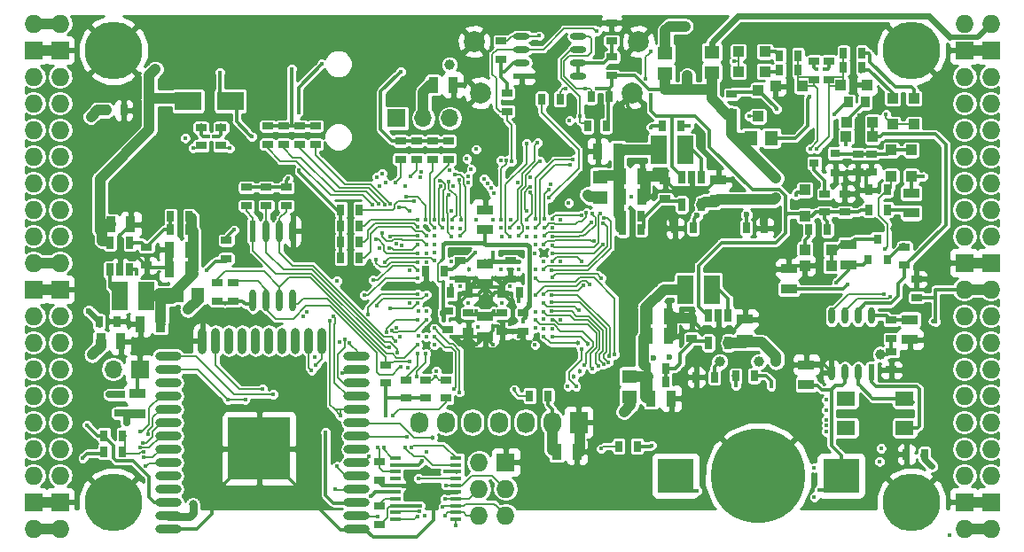
<source format=gbl>
G04 #@! TF.GenerationSoftware,KiCad,Pcbnew,5.0.0-rc2+dfsg1-3*
G04 #@! TF.CreationDate,2018-06-09T16:00:44+02:00*
G04 #@! TF.ProjectId,ulx3s,756C7833732E6B696361645F70636200,rev?*
G04 #@! TF.SameCoordinates,Original*
G04 #@! TF.FileFunction,Copper,L4,Bot,Signal*
G04 #@! TF.FilePolarity,Positive*
%FSLAX46Y46*%
G04 Gerber Fmt 4.6, Leading zero omitted, Abs format (unit mm)*
G04 Created by KiCad (PCBNEW 5.0.0-rc2+dfsg1-3) date Sat Jun  9 16:00:44 2018*
%MOMM*%
%LPD*%
G01*
G04 APERTURE LIST*
G04 #@! TA.AperFunction,SMDPad,CuDef*
%ADD10R,0.600000X2.100000*%
G04 #@! TD*
G04 #@! TA.AperFunction,SMDPad,CuDef*
%ADD11O,0.600000X2.100000*%
G04 #@! TD*
G04 #@! TA.AperFunction,SMDPad,CuDef*
%ADD12R,0.600000X1.550000*%
G04 #@! TD*
G04 #@! TA.AperFunction,SMDPad,CuDef*
%ADD13O,0.600000X1.550000*%
G04 #@! TD*
G04 #@! TA.AperFunction,SMDPad,CuDef*
%ADD14R,1.550000X0.600000*%
G04 #@! TD*
G04 #@! TA.AperFunction,SMDPad,CuDef*
%ADD15O,1.550000X0.600000*%
G04 #@! TD*
G04 #@! TA.AperFunction,SMDPad,CuDef*
%ADD16R,1.000000X0.400000*%
G04 #@! TD*
G04 #@! TA.AperFunction,SMDPad,CuDef*
%ADD17R,0.700000X1.200000*%
G04 #@! TD*
G04 #@! TA.AperFunction,SMDPad,CuDef*
%ADD18O,2.500000X0.900000*%
G04 #@! TD*
G04 #@! TA.AperFunction,SMDPad,CuDef*
%ADD19O,0.900000X2.500000*%
G04 #@! TD*
G04 #@! TA.AperFunction,SMDPad,CuDef*
%ADD20R,6.000000X6.000000*%
G04 #@! TD*
G04 #@! TA.AperFunction,ComponentPad*
%ADD21O,1.727200X1.727200*%
G04 #@! TD*
G04 #@! TA.AperFunction,ComponentPad*
%ADD22R,1.727200X1.727200*%
G04 #@! TD*
G04 #@! TA.AperFunction,ComponentPad*
%ADD23C,5.500000*%
G04 #@! TD*
G04 #@! TA.AperFunction,ComponentPad*
%ADD24R,1.727200X2.032000*%
G04 #@! TD*
G04 #@! TA.AperFunction,ComponentPad*
%ADD25O,1.727200X2.032000*%
G04 #@! TD*
G04 #@! TA.AperFunction,SMDPad,CuDef*
%ADD26R,3.500000X3.300000*%
G04 #@! TD*
G04 #@! TA.AperFunction,BGAPad,CuDef*
%ADD27C,9.000000*%
G04 #@! TD*
G04 #@! TA.AperFunction,SMDPad,CuDef*
%ADD28R,1.800000X1.400000*%
G04 #@! TD*
G04 #@! TA.AperFunction,SMDPad,CuDef*
%ADD29R,0.970000X1.500000*%
G04 #@! TD*
G04 #@! TA.AperFunction,SMDPad,CuDef*
%ADD30R,0.670000X1.000000*%
G04 #@! TD*
G04 #@! TA.AperFunction,SMDPad,CuDef*
%ADD31R,1.500000X0.970000*%
G04 #@! TD*
G04 #@! TA.AperFunction,SMDPad,CuDef*
%ADD32R,1.000000X0.670000*%
G04 #@! TD*
G04 #@! TA.AperFunction,ComponentPad*
%ADD33C,2.000000*%
G04 #@! TD*
G04 #@! TA.AperFunction,SMDPad,CuDef*
%ADD34R,1.000000X1.000000*%
G04 #@! TD*
G04 #@! TA.AperFunction,BGAPad,CuDef*
%ADD35C,0.300000*%
G04 #@! TD*
G04 #@! TA.AperFunction,ComponentPad*
%ADD36R,1.700000X1.700000*%
G04 #@! TD*
G04 #@! TA.AperFunction,ComponentPad*
%ADD37O,1.700000X1.700000*%
G04 #@! TD*
G04 #@! TA.AperFunction,SMDPad,CuDef*
%ADD38R,1.500000X2.700000*%
G04 #@! TD*
G04 #@! TA.AperFunction,SMDPad,CuDef*
%ADD39R,1.295000X1.400000*%
G04 #@! TD*
G04 #@! TA.AperFunction,SMDPad,CuDef*
%ADD40R,1.400000X1.295000*%
G04 #@! TD*
G04 #@! TA.AperFunction,SMDPad,CuDef*
%ADD41R,2.500000X1.800000*%
G04 #@! TD*
G04 #@! TA.AperFunction,SMDPad,CuDef*
%ADD42R,0.800000X0.900000*%
G04 #@! TD*
G04 #@! TA.AperFunction,SMDPad,CuDef*
%ADD43R,0.900000X0.800000*%
G04 #@! TD*
G04 #@! TA.AperFunction,SMDPad,CuDef*
%ADD44R,0.820000X1.000000*%
G04 #@! TD*
G04 #@! TA.AperFunction,ViaPad*
%ADD45C,0.400000*%
G04 #@! TD*
G04 #@! TA.AperFunction,ViaPad*
%ADD46C,0.700000*%
G04 #@! TD*
G04 #@! TA.AperFunction,ViaPad*
%ADD47C,0.454000*%
G04 #@! TD*
G04 #@! TA.AperFunction,ViaPad*
%ADD48C,0.600000*%
G04 #@! TD*
G04 #@! TA.AperFunction,ViaPad*
%ADD49C,1.000000*%
G04 #@! TD*
G04 #@! TA.AperFunction,ViaPad*
%ADD50C,0.800000*%
G04 #@! TD*
G04 #@! TA.AperFunction,Conductor*
%ADD51C,0.300000*%
G04 #@! TD*
G04 #@! TA.AperFunction,Conductor*
%ADD52C,0.500000*%
G04 #@! TD*
G04 #@! TA.AperFunction,Conductor*
%ADD53C,1.000000*%
G04 #@! TD*
G04 #@! TA.AperFunction,Conductor*
%ADD54C,0.700000*%
G04 #@! TD*
G04 #@! TA.AperFunction,Conductor*
%ADD55C,0.600000*%
G04 #@! TD*
G04 #@! TA.AperFunction,Conductor*
%ADD56C,0.400000*%
G04 #@! TD*
G04 #@! TA.AperFunction,Conductor*
%ADD57C,0.800000*%
G04 #@! TD*
G04 #@! TA.AperFunction,Conductor*
%ADD58C,0.190000*%
G04 #@! TD*
G04 #@! TA.AperFunction,Conductor*
%ADD59C,0.200000*%
G04 #@! TD*
G04 #@! TA.AperFunction,Conductor*
%ADD60C,1.500000*%
G04 #@! TD*
G04 #@! TA.AperFunction,Conductor*
%ADD61C,0.127000*%
G04 #@! TD*
G04 #@! TA.AperFunction,Conductor*
%ADD62C,0.180000*%
G04 #@! TD*
G04 #@! TA.AperFunction,Conductor*
%ADD63C,1.200000*%
G04 #@! TD*
G04 #@! TA.AperFunction,Conductor*
%ADD64C,0.254000*%
G04 #@! TD*
G04 APERTURE END LIST*
D10*
G04 #@! TO.P,U10,1*
G04 #@! TO.N,/flash/FLASH_nCS*
X116340000Y-82520000D03*
D11*
G04 #@! TO.P,U10,2*
G04 #@! TO.N,/flash/FLASH_MISO*
X117610000Y-82520000D03*
G04 #@! TO.P,U10,3*
G04 #@! TO.N,/flash/FLASH_nWP*
X118880000Y-82520000D03*
G04 #@! TO.P,U10,4*
G04 #@! TO.N,GND*
X120150000Y-82520000D03*
G04 #@! TO.P,U10,5*
G04 #@! TO.N,/flash/FLASH_MOSI*
X120150000Y-89124000D03*
G04 #@! TO.P,U10,6*
G04 #@! TO.N,/flash/FLASH_SCK*
X118880000Y-89124000D03*
G04 #@! TO.P,U10,7*
G04 #@! TO.N,/flash/FLASH_nHOLD*
X117610000Y-89124000D03*
G04 #@! TO.P,U10,8*
G04 #@! TO.N,+3V3*
X116340000Y-89124000D03*
G04 #@! TD*
D12*
G04 #@! TO.P,U7,1*
G04 #@! TO.N,/power/OSCI_32k*
X175395000Y-96015000D03*
D13*
G04 #@! TO.P,U7,2*
G04 #@! TO.N,/power/OSCO_32k*
X174125000Y-96015000D03*
G04 #@! TO.P,U7,3*
G04 #@! TO.N,/power/VBAT*
X172855000Y-96015000D03*
G04 #@! TO.P,U7,4*
G04 #@! TO.N,GND*
X171585000Y-96015000D03*
G04 #@! TO.P,U7,5*
G04 #@! TO.N,FPDI_SDA*
X171585000Y-90615000D03*
G04 #@! TO.P,U7,6*
G04 #@! TO.N,FPDI_SCL*
X172855000Y-90615000D03*
G04 #@! TO.P,U7,7*
G04 #@! TO.N,/power/WAKEUPn*
X174125000Y-90615000D03*
G04 #@! TO.P,U7,8*
G04 #@! TO.N,/power/RTCVDD*
X175395000Y-90615000D03*
G04 #@! TD*
D14*
G04 #@! TO.P,U11,1*
G04 #@! TO.N,GND*
X141980000Y-67706500D03*
D15*
G04 #@! TO.P,U11,2*
G04 #@! TO.N,+3V3*
X141980000Y-66436500D03*
G04 #@! TO.P,U11,3*
G04 #@! TO.N,FPDI_SCL*
X141980000Y-65166500D03*
G04 #@! TO.P,U11,4*
G04 #@! TO.N,FPDI_SDA*
X141980000Y-63896500D03*
G04 #@! TO.P,U11,5*
G04 #@! TO.N,GPDI_SDA*
X147380000Y-63896500D03*
G04 #@! TO.P,U11,6*
G04 #@! TO.N,GPDI_SCL*
X147380000Y-65166500D03*
G04 #@! TO.P,U11,7*
G04 #@! TO.N,/gpdi/VREF2*
X147380000Y-66436500D03*
G04 #@! TO.P,U11,8*
X147380000Y-67706500D03*
G04 #@! TD*
D16*
G04 #@! TO.P,U6,20*
G04 #@! TO.N,FTDI_TXD*
X129935000Y-104215000D03*
G04 #@! TO.P,U6,19*
G04 #@! TO.N,FTDI_nSLEEP*
X129935000Y-104865000D03*
G04 #@! TO.P,U6,18*
G04 #@! TO.N,FTDI_TXDEN*
X129935000Y-105515000D03*
G04 #@! TO.P,U6,17*
G04 #@! TO.N,FTDI_nRXLED*
X129935000Y-106165000D03*
G04 #@! TO.P,U6,16*
G04 #@! TO.N,GND*
X129935000Y-106815000D03*
G04 #@! TO.P,U6,15*
G04 #@! TO.N,USB5V*
X129935000Y-107465000D03*
G04 #@! TO.P,U6,14*
G04 #@! TO.N,nRESET*
X129935000Y-108115000D03*
G04 #@! TO.P,U6,13*
G04 #@! TO.N,FT2V5*
X129935000Y-108765000D03*
G04 #@! TO.P,U6,12*
G04 #@! TO.N,USB_FTDI_D-*
X129935000Y-109415000D03*
G04 #@! TO.P,U6,11*
G04 #@! TO.N,USB_FTDI_D+*
X129935000Y-110065000D03*
G04 #@! TO.P,U6,10*
G04 #@! TO.N,FTDI_nTXLED*
X135735000Y-110065000D03*
G04 #@! TO.P,U6,9*
G04 #@! TO.N,JTAG_TDO*
X135735000Y-109415000D03*
G04 #@! TO.P,U6,8*
G04 #@! TO.N,JTAG_TMS*
X135735000Y-108765000D03*
G04 #@! TO.P,U6,7*
G04 #@! TO.N,JTAG_TCK*
X135735000Y-108115000D03*
G04 #@! TO.P,U6,6*
G04 #@! TO.N,GND*
X135735000Y-107465000D03*
G04 #@! TO.P,U6,5*
G04 #@! TO.N,JTAG_TDI*
X135735000Y-106815000D03*
G04 #@! TO.P,U6,4*
G04 #@! TO.N,FTDI_RXD*
X135735000Y-106165000D03*
G04 #@! TO.P,U6,3*
G04 #@! TO.N,FT2V5*
X135735000Y-105515000D03*
G04 #@! TO.P,U6,2*
G04 #@! TO.N,FTDI_nRTS*
X135735000Y-104865000D03*
G04 #@! TO.P,U6,1*
G04 #@! TO.N,FTDI_nDTR*
X135735000Y-104215000D03*
G04 #@! TD*
D17*
G04 #@! TO.P,U5,1*
G04 #@! TO.N,/power/PWREN*
X157285000Y-77392000D03*
G04 #@! TO.P,U5,2*
G04 #@! TO.N,GND*
X158235000Y-77392000D03*
G04 #@! TO.P,U5,3*
G04 #@! TO.N,/power/L3*
X159185000Y-77392000D03*
G04 #@! TO.P,U5,4*
G04 #@! TO.N,+5V*
X159185000Y-79992000D03*
G04 #@! TO.P,U5,5*
G04 #@! TO.N,/power/FB3*
X157285000Y-79992000D03*
G04 #@! TD*
G04 #@! TO.P,U3,1*
G04 #@! TO.N,/power/PWREN*
X159825000Y-90600000D03*
G04 #@! TO.P,U3,2*
G04 #@! TO.N,GND*
X160775000Y-90600000D03*
G04 #@! TO.P,U3,3*
G04 #@! TO.N,/power/L1*
X161725000Y-90600000D03*
G04 #@! TO.P,U3,4*
G04 #@! TO.N,+5V*
X161725000Y-93200000D03*
G04 #@! TO.P,U3,5*
G04 #@! TO.N,/power/FB1*
X159825000Y-93200000D03*
G04 #@! TD*
G04 #@! TO.P,U4,1*
G04 #@! TO.N,/power/PWREN*
X104575000Y-86215000D03*
G04 #@! TO.P,U4,2*
G04 #@! TO.N,GND*
X103625000Y-86215000D03*
G04 #@! TO.P,U4,3*
G04 #@! TO.N,/power/L2*
X102675000Y-86215000D03*
G04 #@! TO.P,U4,4*
G04 #@! TO.N,+5V*
X102675000Y-83615000D03*
G04 #@! TO.P,U4,5*
G04 #@! TO.N,/power/FB2*
X104575000Y-83615000D03*
G04 #@! TD*
D18*
G04 #@! TO.P,U9,38*
G04 #@! TO.N,GND*
X126230000Y-111000000D03*
G04 #@! TO.P,U9,37*
G04 #@! TO.N,JTAG_TDI*
X126230000Y-109730000D03*
G04 #@! TO.P,U9,36*
G04 #@! TO.N,PROG_DONE*
X126230000Y-108460000D03*
G04 #@! TO.P,U9,35*
G04 #@! TO.N,WIFI_TXD*
X126230000Y-107190000D03*
G04 #@! TO.P,U9,34*
G04 #@! TO.N,WIFI_RXD*
X126230000Y-105920000D03*
G04 #@! TO.P,U9,33*
G04 #@! TO.N,JTAG_TMS*
X126230000Y-104650000D03*
G04 #@! TO.P,U9,32*
G04 #@! TO.N,Net-(U9-Pad32)*
X126230000Y-103380000D03*
G04 #@! TO.P,U9,31*
G04 #@! TO.N,JTAG_TDO*
X126230000Y-102110000D03*
G04 #@! TO.P,U9,30*
G04 #@! TO.N,JTAG_TCK*
X126230000Y-100840000D03*
G04 #@! TO.P,U9,29*
G04 #@! TO.N,WIFI_GPIO5*
X126230000Y-99570000D03*
G04 #@! TO.P,U9,28*
G04 #@! TO.N,WIFI_GPIO17*
X126230000Y-98300000D03*
G04 #@! TO.P,U9,27*
G04 #@! TO.N,WIFI_GPIO16*
X126230000Y-97030000D03*
G04 #@! TO.P,U9,26*
G04 #@! TO.N,SD_D1*
X126230000Y-95760000D03*
G04 #@! TO.P,U9,25*
G04 #@! TO.N,WIFI_GPIO0*
X126230000Y-94490000D03*
D19*
G04 #@! TO.P,U9,24*
G04 #@! TO.N,SD_D0*
X122945000Y-93000000D03*
G04 #@! TO.P,U9,23*
G04 #@! TO.N,SD_CMD*
X121675000Y-93000000D03*
G04 #@! TO.P,U9,22*
G04 #@! TO.N,Net-(U9-Pad22)*
X120405000Y-93000000D03*
G04 #@! TO.P,U9,21*
G04 #@! TO.N,Net-(U9-Pad21)*
X119135000Y-93000000D03*
G04 #@! TO.P,U9,20*
G04 #@! TO.N,Net-(U9-Pad20)*
X117865000Y-93000000D03*
G04 #@! TO.P,U9,19*
G04 #@! TO.N,Net-(U9-Pad19)*
X116595000Y-93000000D03*
G04 #@! TO.P,U9,18*
G04 #@! TO.N,Net-(U9-Pad18)*
X115325000Y-93000000D03*
G04 #@! TO.P,U9,17*
G04 #@! TO.N,Net-(U9-Pad17)*
X114055000Y-93000000D03*
G04 #@! TO.P,U9,16*
G04 #@! TO.N,SD_D3*
X112785000Y-93000000D03*
G04 #@! TO.P,U9,15*
G04 #@! TO.N,GND*
X111515000Y-93000000D03*
D18*
G04 #@! TO.P,U9,14*
G04 #@! TO.N,SD_D2*
X108230000Y-94490000D03*
G04 #@! TO.P,U9,13*
G04 #@! TO.N,SD_CLK*
X108230000Y-95760000D03*
G04 #@! TO.P,U9,12*
G04 #@! TO.N,Net-(U9-Pad12)*
X108230000Y-97030000D03*
G04 #@! TO.P,U9,11*
G04 #@! TO.N,GN11*
X108230000Y-98300000D03*
G04 #@! TO.P,U9,10*
G04 #@! TO.N,GP11*
X108230000Y-99570000D03*
G04 #@! TO.P,U9,9*
G04 #@! TO.N,GN12*
X108230000Y-100840000D03*
G04 #@! TO.P,U9,8*
G04 #@! TO.N,GP12*
X108230000Y-102110000D03*
G04 #@! TO.P,U9,7*
G04 #@! TO.N,GN13*
X108230000Y-103380000D03*
G04 #@! TO.P,U9,6*
G04 #@! TO.N,GP13*
X108230000Y-104650000D03*
G04 #@! TO.P,U9,5*
G04 #@! TO.N,Net-(U9-Pad5)*
X108230000Y-105920000D03*
G04 #@! TO.P,U9,4*
G04 #@! TO.N,Net-(U9-Pad4)*
X108230000Y-107190000D03*
G04 #@! TO.P,U9,3*
G04 #@! TO.N,/wifi/WIFIEN*
X108230000Y-108460000D03*
G04 #@! TO.P,U9,2*
G04 #@! TO.N,+3V3*
X108230000Y-109730000D03*
G04 #@! TO.P,U9,1*
G04 #@! TO.N,GND*
X108230000Y-111000000D03*
D20*
G04 #@! TO.P,U9,39*
X116930000Y-103300000D03*
G04 #@! TD*
D21*
G04 #@! TO.P,J1,1*
G04 #@! TO.N,2V5_3V3*
X97910000Y-62690000D03*
G04 #@! TO.P,J1,2*
X95370000Y-62690000D03*
D22*
G04 #@! TO.P,J1,3*
G04 #@! TO.N,GND*
X97910000Y-65230000D03*
G04 #@! TO.P,J1,4*
X95370000Y-65230000D03*
D21*
G04 #@! TO.P,J1,5*
G04 #@! TO.N,GN0*
X97910000Y-67770000D03*
G04 #@! TO.P,J1,6*
G04 #@! TO.N,GP0*
X95370000Y-67770000D03*
G04 #@! TO.P,J1,7*
G04 #@! TO.N,GN1*
X97910000Y-70310000D03*
G04 #@! TO.P,J1,8*
G04 #@! TO.N,GP1*
X95370000Y-70310000D03*
G04 #@! TO.P,J1,9*
G04 #@! TO.N,GN2*
X97910000Y-72850000D03*
G04 #@! TO.P,J1,10*
G04 #@! TO.N,GP2*
X95370000Y-72850000D03*
G04 #@! TO.P,J1,11*
G04 #@! TO.N,GN3*
X97910000Y-75390000D03*
G04 #@! TO.P,J1,12*
G04 #@! TO.N,GP3*
X95370000Y-75390000D03*
G04 #@! TO.P,J1,13*
G04 #@! TO.N,GN4*
X97910000Y-77930000D03*
G04 #@! TO.P,J1,14*
G04 #@! TO.N,GP4*
X95370000Y-77930000D03*
G04 #@! TO.P,J1,15*
G04 #@! TO.N,GN5*
X97910000Y-80470000D03*
G04 #@! TO.P,J1,16*
G04 #@! TO.N,GP5*
X95370000Y-80470000D03*
G04 #@! TO.P,J1,17*
G04 #@! TO.N,GN6*
X97910000Y-83010000D03*
G04 #@! TO.P,J1,18*
G04 #@! TO.N,GP6*
X95370000Y-83010000D03*
G04 #@! TO.P,J1,19*
G04 #@! TO.N,2V5_3V3*
X97910000Y-85550000D03*
G04 #@! TO.P,J1,20*
X95370000Y-85550000D03*
D22*
G04 #@! TO.P,J1,21*
G04 #@! TO.N,GND*
X97910000Y-88090000D03*
G04 #@! TO.P,J1,22*
X95370000Y-88090000D03*
D21*
G04 #@! TO.P,J1,23*
G04 #@! TO.N,GN7*
X97910000Y-90630000D03*
G04 #@! TO.P,J1,24*
G04 #@! TO.N,GP7*
X95370000Y-90630000D03*
G04 #@! TO.P,J1,25*
G04 #@! TO.N,GN8*
X97910000Y-93170000D03*
G04 #@! TO.P,J1,26*
G04 #@! TO.N,GP8*
X95370000Y-93170000D03*
G04 #@! TO.P,J1,27*
G04 #@! TO.N,GN9*
X97910000Y-95710000D03*
G04 #@! TO.P,J1,28*
G04 #@! TO.N,GP9*
X95370000Y-95710000D03*
G04 #@! TO.P,J1,29*
G04 #@! TO.N,GN10*
X97910000Y-98250000D03*
G04 #@! TO.P,J1,30*
G04 #@! TO.N,GP10*
X95370000Y-98250000D03*
G04 #@! TO.P,J1,31*
G04 #@! TO.N,GN11*
X97910000Y-100790000D03*
G04 #@! TO.P,J1,32*
G04 #@! TO.N,GP11*
X95370000Y-100790000D03*
G04 #@! TO.P,J1,33*
G04 #@! TO.N,GN12*
X97910000Y-103330000D03*
G04 #@! TO.P,J1,34*
G04 #@! TO.N,GP12*
X95370000Y-103330000D03*
G04 #@! TO.P,J1,35*
G04 #@! TO.N,GN13*
X97910000Y-105870000D03*
G04 #@! TO.P,J1,36*
G04 #@! TO.N,GP13*
X95370000Y-105870000D03*
D22*
G04 #@! TO.P,J1,37*
G04 #@! TO.N,GND*
X97910000Y-108410000D03*
G04 #@! TO.P,J1,38*
X95370000Y-108410000D03*
D21*
G04 #@! TO.P,J1,39*
G04 #@! TO.N,2V5_3V3*
X97910000Y-110950000D03*
G04 #@! TO.P,J1,40*
X95370000Y-110950000D03*
G04 #@! TD*
G04 #@! TO.P,J2,1*
G04 #@! TO.N,+3V3*
X184270000Y-110950000D03*
G04 #@! TO.P,J2,2*
X186810000Y-110950000D03*
D22*
G04 #@! TO.P,J2,3*
G04 #@! TO.N,GND*
X184270000Y-108410000D03*
G04 #@! TO.P,J2,4*
X186810000Y-108410000D03*
D21*
G04 #@! TO.P,J2,5*
G04 #@! TO.N,GN14*
X184270000Y-105870000D03*
G04 #@! TO.P,J2,6*
G04 #@! TO.N,GP14*
X186810000Y-105870000D03*
G04 #@! TO.P,J2,7*
G04 #@! TO.N,GN15*
X184270000Y-103330000D03*
G04 #@! TO.P,J2,8*
G04 #@! TO.N,GP15*
X186810000Y-103330000D03*
G04 #@! TO.P,J2,9*
G04 #@! TO.N,GN16*
X184270000Y-100790000D03*
G04 #@! TO.P,J2,10*
G04 #@! TO.N,GP16*
X186810000Y-100790000D03*
G04 #@! TO.P,J2,11*
G04 #@! TO.N,GN17*
X184270000Y-98250000D03*
G04 #@! TO.P,J2,12*
G04 #@! TO.N,GP17*
X186810000Y-98250000D03*
G04 #@! TO.P,J2,13*
G04 #@! TO.N,GN18*
X184270000Y-95710000D03*
G04 #@! TO.P,J2,14*
G04 #@! TO.N,GP18*
X186810000Y-95710000D03*
G04 #@! TO.P,J2,15*
G04 #@! TO.N,GN19*
X184270000Y-93170000D03*
G04 #@! TO.P,J2,16*
G04 #@! TO.N,GP19*
X186810000Y-93170000D03*
G04 #@! TO.P,J2,17*
G04 #@! TO.N,GN20*
X184270000Y-90630000D03*
G04 #@! TO.P,J2,18*
G04 #@! TO.N,GP20*
X186810000Y-90630000D03*
G04 #@! TO.P,J2,19*
G04 #@! TO.N,+3V3*
X184270000Y-88090000D03*
G04 #@! TO.P,J2,20*
X186810000Y-88090000D03*
D22*
G04 #@! TO.P,J2,21*
G04 #@! TO.N,GND*
X184270000Y-85550000D03*
G04 #@! TO.P,J2,22*
X186810000Y-85550000D03*
D21*
G04 #@! TO.P,J2,23*
G04 #@! TO.N,GN21*
X184270000Y-83010000D03*
G04 #@! TO.P,J2,24*
G04 #@! TO.N,GP21*
X186810000Y-83010000D03*
G04 #@! TO.P,J2,25*
G04 #@! TO.N,GN22*
X184270000Y-80470000D03*
G04 #@! TO.P,J2,26*
G04 #@! TO.N,GP22*
X186810000Y-80470000D03*
G04 #@! TO.P,J2,27*
G04 #@! TO.N,GN23*
X184270000Y-77930000D03*
G04 #@! TO.P,J2,28*
G04 #@! TO.N,GP23*
X186810000Y-77930000D03*
G04 #@! TO.P,J2,29*
G04 #@! TO.N,GN24*
X184270000Y-75390000D03*
G04 #@! TO.P,J2,30*
G04 #@! TO.N,GP24*
X186810000Y-75390000D03*
G04 #@! TO.P,J2,31*
G04 #@! TO.N,GN25*
X184270000Y-72850000D03*
G04 #@! TO.P,J2,32*
G04 #@! TO.N,GP25*
X186810000Y-72850000D03*
G04 #@! TO.P,J2,33*
G04 #@! TO.N,GN26*
X184270000Y-70310000D03*
G04 #@! TO.P,J2,34*
G04 #@! TO.N,GP26*
X186810000Y-70310000D03*
G04 #@! TO.P,J2,35*
G04 #@! TO.N,GN27*
X184270000Y-67770000D03*
G04 #@! TO.P,J2,36*
G04 #@! TO.N,GP27*
X186810000Y-67770000D03*
D22*
G04 #@! TO.P,J2,37*
G04 #@! TO.N,GND*
X184270000Y-65230000D03*
G04 #@! TO.P,J2,38*
X186810000Y-65230000D03*
D21*
G04 #@! TO.P,J2,39*
G04 #@! TO.N,/gpio/IN5V*
X184270000Y-62690000D03*
G04 #@! TO.P,J2,40*
G04 #@! TO.N,/gpio/OUT5V*
X186810000Y-62690000D03*
G04 #@! TD*
D23*
G04 #@! TO.P,H1,1*
G04 #@! TO.N,GND*
X102990000Y-108410000D03*
G04 #@! TD*
G04 #@! TO.P,H2,1*
G04 #@! TO.N,GND*
X179190000Y-108410000D03*
G04 #@! TD*
G04 #@! TO.P,H3,1*
G04 #@! TO.N,GND*
X179190000Y-65230000D03*
G04 #@! TD*
G04 #@! TO.P,H4,1*
G04 #@! TO.N,GND*
X102990000Y-65230000D03*
G04 #@! TD*
D22*
G04 #@! TO.P,J4,1*
G04 #@! TO.N,GND*
X140455000Y-104600000D03*
D21*
G04 #@! TO.P,J4,2*
G04 #@! TO.N,+3V3*
X137915000Y-104600000D03*
G04 #@! TO.P,J4,3*
G04 #@! TO.N,JTAG_TDI*
X140455000Y-107140000D03*
G04 #@! TO.P,J4,4*
G04 #@! TO.N,JTAG_TCK*
X137915000Y-107140000D03*
G04 #@! TO.P,J4,5*
G04 #@! TO.N,JTAG_TMS*
X140455000Y-109680000D03*
G04 #@! TO.P,J4,6*
G04 #@! TO.N,JTAG_TDO*
X137915000Y-109680000D03*
G04 #@! TD*
D24*
G04 #@! TO.P,OLED1,1*
G04 #@! TO.N,GND*
X147440000Y-100790000D03*
D25*
G04 #@! TO.P,OLED1,2*
G04 #@! TO.N,+3V3*
X144900000Y-100790000D03*
G04 #@! TO.P,OLED1,3*
G04 #@! TO.N,OLED_CLK*
X142360000Y-100790000D03*
G04 #@! TO.P,OLED1,4*
G04 #@! TO.N,OLED_MOSI*
X139820000Y-100790000D03*
G04 #@! TO.P,OLED1,5*
G04 #@! TO.N,OLED_RES*
X137280000Y-100790000D03*
G04 #@! TO.P,OLED1,6*
G04 #@! TO.N,OLED_DC*
X134740000Y-100790000D03*
G04 #@! TO.P,OLED1,7*
G04 #@! TO.N,OLED_CS*
X132200000Y-100790000D03*
G04 #@! TD*
D26*
G04 #@! TO.P,BAT1,1*
G04 #@! TO.N,/power/VBAT*
X172485000Y-105870000D03*
X156685000Y-105870000D03*
D27*
G04 #@! TO.P,BAT1,2*
G04 #@! TO.N,GND*
X164585000Y-105870000D03*
G04 #@! TD*
D28*
G04 #@! TO.P,Y2,4*
G04 #@! TO.N,/power/OSCO_32k*
X178576000Y-98522000D03*
G04 #@! TO.P,Y2,3*
G04 #@! TO.N,Net-(Y2-Pad3)*
X172976000Y-98522000D03*
G04 #@! TO.P,Y2,2*
G04 #@! TO.N,Net-(Y2-Pad2)*
X172976000Y-101322000D03*
G04 #@! TO.P,Y2,1*
G04 #@! TO.N,/power/OSCI_32k*
X178576000Y-101322000D03*
G04 #@! TD*
D29*
G04 #@! TO.P,C47,1*
G04 #@! TO.N,2V5_3V3*
X133546000Y-68550000D03*
G04 #@! TO.P,C47,2*
G04 #@! TO.N,GND*
X135456000Y-68550000D03*
G04 #@! TD*
G04 #@! TO.P,C1,1*
G04 #@! TO.N,+5V*
X102748500Y-81885000D03*
G04 #@! TO.P,C1,2*
G04 #@! TO.N,GND*
X104658500Y-81885000D03*
G04 #@! TD*
D30*
G04 #@! TO.P,C2,1*
G04 #@! TO.N,/power/P1V1*
X153985000Y-96910000D03*
G04 #@! TO.P,C2,2*
G04 #@! TO.N,/power/FB1*
X155735000Y-96910000D03*
G04 #@! TD*
D29*
G04 #@! TO.P,C3,2*
G04 #@! TO.N,GND*
X156015000Y-90630000D03*
G04 #@! TO.P,C3,1*
G04 #@! TO.N,/power/P1V1*
X154105000Y-90630000D03*
G04 #@! TD*
G04 #@! TO.P,C4,1*
G04 #@! TO.N,/power/P1V1*
X154105000Y-92535000D03*
G04 #@! TO.P,C4,2*
G04 #@! TO.N,GND*
X156015000Y-92535000D03*
G04 #@! TD*
D31*
G04 #@! TO.P,C5,2*
G04 #@! TO.N,GND*
X163315000Y-90945000D03*
G04 #@! TO.P,C5,1*
G04 #@! TO.N,+5V*
X163315000Y-92855000D03*
G04 #@! TD*
D30*
G04 #@! TO.P,C6,1*
G04 #@! TO.N,/power/P3V3*
X151645000Y-82375000D03*
G04 #@! TO.P,C6,2*
G04 #@! TO.N,/power/FB3*
X153395000Y-82375000D03*
G04 #@! TD*
D29*
G04 #@! TO.P,C7,2*
G04 #@! TO.N,GND*
X153475000Y-79200000D03*
G04 #@! TO.P,C7,1*
G04 #@! TO.N,/power/P3V3*
X151565000Y-79200000D03*
G04 #@! TD*
G04 #@! TO.P,C8,2*
G04 #@! TO.N,GND*
X153475000Y-77295000D03*
G04 #@! TO.P,C8,1*
G04 #@! TO.N,/power/P3V3*
X151565000Y-77295000D03*
G04 #@! TD*
D31*
G04 #@! TO.P,C9,1*
G04 #@! TO.N,+5V*
X160775000Y-79520000D03*
G04 #@! TO.P,C9,2*
G04 #@! TO.N,GND*
X160775000Y-77610000D03*
G04 #@! TD*
D30*
G04 #@! TO.P,C10,2*
G04 #@! TO.N,/power/FB2*
X108465000Y-81105000D03*
G04 #@! TO.P,C10,1*
G04 #@! TO.N,/power/P2V5*
X110215000Y-81105000D03*
G04 #@! TD*
D29*
G04 #@! TO.P,C11,2*
G04 #@! TO.N,GND*
X108385000Y-84280000D03*
G04 #@! TO.P,C11,1*
G04 #@! TO.N,/power/P2V5*
X110295000Y-84280000D03*
G04 #@! TD*
G04 #@! TO.P,C12,1*
G04 #@! TO.N,/power/P2V5*
X110295000Y-86185000D03*
G04 #@! TO.P,C12,2*
G04 #@! TO.N,GND*
X108385000Y-86185000D03*
G04 #@! TD*
D31*
G04 #@! TO.P,C13,2*
G04 #@! TO.N,/power/WKUP*
X173221000Y-83833000D03*
G04 #@! TO.P,C13,1*
G04 #@! TO.N,+5V*
X173221000Y-85743000D03*
G04 #@! TD*
D32*
G04 #@! TO.P,C14,2*
G04 #@! TO.N,GND*
X175380000Y-76900000D03*
G04 #@! TO.P,C14,1*
G04 #@! TO.N,/power/SHUT*
X175380000Y-75150000D03*
G04 #@! TD*
D31*
G04 #@! TO.P,C15,1*
G04 #@! TO.N,/sdcard/SD3V3*
X105276000Y-99967000D03*
G04 #@! TO.P,C15,2*
G04 #@! TO.N,GND*
X105276000Y-98057000D03*
G04 #@! TD*
G04 #@! TO.P,C16,1*
G04 #@! TO.N,+3V3*
X167506000Y-88029000D03*
G04 #@! TO.P,C16,2*
G04 #@! TO.N,GND*
X167506000Y-86119000D03*
G04 #@! TD*
G04 #@! TO.P,C17,1*
G04 #@! TO.N,+1V1*
X138500000Y-90665000D03*
G04 #@! TO.P,C17,2*
G04 #@! TO.N,GND*
X138500000Y-92575000D03*
G04 #@! TD*
D32*
G04 #@! TO.P,C18,1*
G04 #@! TO.N,/gpdi/VREF2*
X150589600Y-64359000D03*
G04 #@! TO.P,C18,2*
G04 #@! TO.N,GND*
X150589600Y-62609000D03*
G04 #@! TD*
D31*
G04 #@! TO.P,C19,1*
G04 #@! TO.N,+2V5*
X138500000Y-82375000D03*
G04 #@! TO.P,C19,2*
G04 #@! TO.N,GND*
X138500000Y-80465000D03*
G04 #@! TD*
G04 #@! TO.P,C20,2*
G04 #@! TO.N,GND*
X138500000Y-87575000D03*
G04 #@! TO.P,C20,1*
G04 #@! TO.N,+3V3*
X138500000Y-85665000D03*
G04 #@! TD*
D29*
G04 #@! TO.P,C21,2*
G04 #@! TO.N,GND*
X103706000Y-93061000D03*
G04 #@! TO.P,C21,1*
G04 #@! TO.N,+3V3*
X101796000Y-93061000D03*
G04 #@! TD*
G04 #@! TO.P,C22,1*
G04 #@! TO.N,/power/P1V1*
X154359000Y-98504000D03*
G04 #@! TO.P,C22,2*
G04 #@! TO.N,GND*
X156269000Y-98504000D03*
G04 #@! TD*
G04 #@! TO.P,C23,2*
G04 #@! TO.N,GND*
X105591000Y-91392000D03*
G04 #@! TO.P,C23,1*
G04 #@! TO.N,/power/P2V5*
X107501000Y-91392000D03*
G04 #@! TD*
G04 #@! TO.P,C24,1*
G04 #@! TO.N,/power/P3V3*
X151189000Y-74882000D03*
G04 #@! TO.P,C24,2*
G04 #@! TO.N,GND*
X149279000Y-74882000D03*
G04 #@! TD*
D32*
G04 #@! TO.P,C25,2*
G04 #@! TO.N,GND*
X140900000Y-87095000D03*
G04 #@! TO.P,C25,1*
G04 #@! TO.N,+3V3*
X140900000Y-85345000D03*
G04 #@! TD*
G04 #@! TO.P,C26,2*
G04 #@! TO.N,GND*
X136100000Y-87095000D03*
G04 #@! TO.P,C26,1*
G04 #@! TO.N,2V5_3V3*
X136100000Y-85345000D03*
G04 #@! TD*
G04 #@! TO.P,C27,2*
G04 #@! TO.N,GND*
X136900000Y-92095000D03*
G04 #@! TO.P,C27,1*
G04 #@! TO.N,+1V1*
X136900000Y-90345000D03*
G04 #@! TD*
G04 #@! TO.P,C28,1*
G04 #@! TO.N,+1V1*
X140100000Y-90345000D03*
G04 #@! TO.P,C28,2*
G04 #@! TO.N,GND*
X140100000Y-92095000D03*
G04 #@! TD*
G04 #@! TO.P,C29,2*
G04 #@! TO.N,GND*
X142100000Y-92095000D03*
G04 #@! TO.P,C29,1*
G04 #@! TO.N,+2V5*
X142100000Y-90345000D03*
G04 #@! TD*
G04 #@! TO.P,C30,1*
G04 #@! TO.N,+2V5*
X134900000Y-90145000D03*
G04 #@! TO.P,C30,2*
G04 #@! TO.N,GND*
X134900000Y-91895000D03*
G04 #@! TD*
D30*
G04 #@! TO.P,C31,1*
G04 #@! TO.N,+3V3*
X135225000Y-88420000D03*
G04 #@! TO.P,C31,2*
G04 #@! TO.N,GND*
X136975000Y-88420000D03*
G04 #@! TD*
G04 #@! TO.P,C32,2*
G04 #@! TO.N,GND*
X140025000Y-88420000D03*
G04 #@! TO.P,C32,1*
G04 #@! TO.N,+3V3*
X141775000Y-88420000D03*
G04 #@! TD*
G04 #@! TO.P,C33,1*
G04 #@! TO.N,+3V3*
X163425000Y-82220000D03*
G04 #@! TO.P,C33,2*
G04 #@! TO.N,GND*
X165175000Y-82220000D03*
G04 #@! TD*
G04 #@! TO.P,C34,1*
G04 #@! TO.N,+3V3*
X158375000Y-82220000D03*
G04 #@! TO.P,C34,2*
G04 #@! TO.N,GND*
X156625000Y-82220000D03*
G04 #@! TD*
D32*
G04 #@! TO.P,C35,1*
G04 #@! TO.N,+3V3*
X177300000Y-94025000D03*
G04 #@! TO.P,C35,2*
G04 #@! TO.N,GND*
X177300000Y-95775000D03*
G04 #@! TD*
D29*
G04 #@! TO.P,C46,1*
G04 #@! TO.N,+3V3*
X145342000Y-103584000D03*
G04 #@! TO.P,C46,2*
G04 #@! TO.N,GND*
X147252000Y-103584000D03*
G04 #@! TD*
D30*
G04 #@! TO.P,C48,2*
G04 #@! TO.N,GND*
X103995000Y-70963000D03*
G04 #@! TO.P,C48,1*
G04 #@! TO.N,2V5_3V3*
X102245000Y-70963000D03*
G04 #@! TD*
G04 #@! TO.P,C49,2*
G04 #@! TO.N,GND*
X103372000Y-91156000D03*
G04 #@! TO.P,C49,1*
G04 #@! TO.N,2V5_3V3*
X101622000Y-91156000D03*
G04 #@! TD*
D32*
G04 #@! TO.P,C50,1*
G04 #@! TO.N,+3V3*
X179713000Y-88856000D03*
G04 #@! TO.P,C50,2*
G04 #@! TO.N,GND*
X179713000Y-87106000D03*
G04 #@! TD*
D30*
G04 #@! TO.P,C51,1*
G04 #@! TO.N,+3V3*
X180473000Y-103856000D03*
G04 #@! TO.P,C51,2*
G04 #@! TO.N,GND*
X178723000Y-103856000D03*
G04 #@! TD*
G04 #@! TO.P,C52,2*
G04 #@! TO.N,GND*
X158645000Y-96490000D03*
G04 #@! TO.P,C52,1*
G04 #@! TO.N,+3V3*
X160395000Y-96490000D03*
G04 #@! TD*
G04 #@! TO.P,C53,2*
G04 #@! TO.N,GND*
X132827200Y-86330000D03*
G04 #@! TO.P,C53,1*
G04 #@! TO.N,2V5_3V3*
X134577200Y-86330000D03*
G04 #@! TD*
D31*
G04 #@! TO.P,C54,2*
G04 #@! TO.N,GND*
X169172000Y-95281000D03*
G04 #@! TO.P,C54,1*
G04 #@! TO.N,/power/VBAT*
X169172000Y-97191000D03*
G04 #@! TD*
G04 #@! TO.P,D11,1*
G04 #@! TO.N,/power/HOLD*
X179190000Y-80790000D03*
G04 #@! TO.P,D11,2*
G04 #@! TO.N,+3V3*
X179190000Y-78880000D03*
G04 #@! TD*
D33*
G04 #@! TO.P,GPDI1,0*
G04 #@! TO.N,GND*
X152546000Y-69312000D03*
X138046000Y-69312000D03*
X153146000Y-64412000D03*
X137446000Y-64412000D03*
G04 #@! TD*
D34*
G04 #@! TO.P,D10,1*
G04 #@! TO.N,/power/WAKE*
X169050000Y-84280000D03*
G04 #@! TO.P,D10,2*
G04 #@! TO.N,/power/WKUP*
X171550000Y-84280000D03*
G04 #@! TD*
G04 #@! TO.P,D12,2*
G04 #@! TO.N,/power/FTDI_nSUSPEND*
X169030000Y-78585000D03*
G04 #@! TO.P,D12,1*
G04 #@! TO.N,/power/PWREN*
X169030000Y-81085000D03*
G04 #@! TD*
G04 #@! TO.P,D13,1*
G04 #@! TO.N,/power/WKUP*
X171550000Y-85804000D03*
G04 #@! TO.P,D13,2*
G04 #@! TO.N,GND*
X169050000Y-85804000D03*
G04 #@! TD*
G04 #@! TO.P,D14,2*
G04 #@! TO.N,/power/SHUT*
X179190000Y-74775000D03*
G04 #@! TO.P,D14,1*
G04 #@! TO.N,+3V3*
X179190000Y-77275000D03*
G04 #@! TD*
G04 #@! TO.P,D15,2*
G04 #@! TO.N,SHUTDOWN*
X177285000Y-77275000D03*
G04 #@! TO.P,D15,1*
G04 #@! TO.N,/power/SHUT*
X177285000Y-74775000D03*
G04 #@! TD*
G04 #@! TO.P,D16,1*
G04 #@! TO.N,/power/PWRBTn*
X172987000Y-73503000D03*
G04 #@! TO.P,D16,2*
G04 #@! TO.N,/power/WAKEUPn*
X175487000Y-73503000D03*
G04 #@! TD*
G04 #@! TO.P,D17,1*
G04 #@! TO.N,/power/PWRBTn*
X164585000Y-69060000D03*
G04 #@! TO.P,D17,2*
G04 #@! TO.N,BTN_PWRn*
X164585000Y-71560000D03*
G04 #@! TD*
G04 #@! TO.P,D20,1*
G04 #@! TO.N,USB_FPGA_D+*
X168756000Y-68659000D03*
G04 #@! TO.P,D20,2*
G04 #@! TO.N,GND*
X166256000Y-68659000D03*
G04 #@! TD*
G04 #@! TO.P,D21,2*
G04 #@! TO.N,GND*
X174979000Y-68550000D03*
G04 #@! TO.P,D21,1*
G04 #@! TO.N,USB_FPGA_D-*
X172479000Y-68550000D03*
G04 #@! TD*
G04 #@! TO.P,D23,2*
G04 #@! TO.N,Net-(D23-Pad2)*
X165200000Y-67262000D03*
G04 #@! TO.P,D23,1*
G04 #@! TO.N,USB_FPGA_PULL_D+*
X162700000Y-67262000D03*
G04 #@! TD*
G04 #@! TO.P,D24,2*
G04 #@! TO.N,USB_FPGA_PULL_D+*
X162700000Y-65357000D03*
G04 #@! TO.P,D24,1*
G04 #@! TO.N,Net-(D24-Pad1)*
X165200000Y-65357000D03*
G04 #@! TD*
G04 #@! TO.P,D25,1*
G04 #@! TO.N,USB_FPGA_PULL_D-*
X177412000Y-72322000D03*
G04 #@! TO.P,D25,2*
G04 #@! TO.N,Net-(D25-Pad2)*
X177412000Y-69822000D03*
G04 #@! TD*
G04 #@! TO.P,D26,1*
G04 #@! TO.N,Net-(D26-Pad1)*
X179444000Y-69822000D03*
G04 #@! TO.P,D26,2*
G04 #@! TO.N,USB_FPGA_PULL_D-*
X179444000Y-72322000D03*
G04 #@! TD*
D35*
G04 #@! TO.P,AE1,1*
G04 #@! TO.N,/usb/ANT_433MHz*
X182888000Y-111603000D03*
G04 #@! TD*
D32*
G04 #@! TO.P,R49,1*
G04 #@! TO.N,USB_FTDI_D-*
X113277000Y-74360000D03*
G04 #@! TO.P,R49,2*
G04 #@! TO.N,/usb/FTD-*
X113277000Y-72610000D03*
G04 #@! TD*
G04 #@! TO.P,R50,2*
G04 #@! TO.N,/usb/FTD+*
X111372000Y-72610000D03*
G04 #@! TO.P,R50,1*
G04 #@! TO.N,USB_FTDI_D+*
X111372000Y-74360000D03*
G04 #@! TD*
D30*
G04 #@! TO.P,R51,2*
G04 #@! TO.N,/blinkey/SWPU*
X155455000Y-72487000D03*
G04 #@! TO.P,R51,1*
G04 #@! TO.N,2V5_3V3*
X157205000Y-72487000D03*
G04 #@! TD*
D32*
G04 #@! TO.P,R52,2*
G04 #@! TO.N,/usb/FPD-*
X171331000Y-66278000D03*
G04 #@! TO.P,R52,1*
G04 #@! TO.N,USB_FPGA_D-*
X171331000Y-68028000D03*
G04 #@! TD*
G04 #@! TO.P,R53,1*
G04 #@! TO.N,USB_FPGA_D+*
X169919000Y-68028000D03*
G04 #@! TO.P,R53,2*
G04 #@! TO.N,/usb/FPD+*
X169919000Y-66278000D03*
G04 #@! TD*
D30*
G04 #@! TO.P,R54,2*
G04 #@! TO.N,Net-(D26-Pad1)*
X174477000Y-65502000D03*
G04 #@! TO.P,R54,1*
G04 #@! TO.N,USB_FPGA_D-*
X172727000Y-65502000D03*
G04 #@! TD*
D32*
G04 #@! TO.P,R56,1*
G04 #@! TO.N,GND*
X128390000Y-106321000D03*
G04 #@! TO.P,R56,2*
G04 #@! TO.N,FTDI_TXDEN*
X128390000Y-104571000D03*
G04 #@! TD*
G04 #@! TO.P,R57,2*
G04 #@! TO.N,/analog/AUDIO_V*
X117722000Y-72483000D03*
G04 #@! TO.P,R57,1*
G04 #@! TO.N,AUDIO_V0*
X117722000Y-74233000D03*
G04 #@! TD*
G04 #@! TO.P,R58,1*
G04 #@! TO.N,AUDIO_V1*
X119246000Y-74233000D03*
G04 #@! TO.P,R58,2*
G04 #@! TO.N,/analog/AUDIO_V*
X119246000Y-72483000D03*
G04 #@! TD*
G04 #@! TO.P,R59,2*
G04 #@! TO.N,/analog/AUDIO_V*
X120770000Y-72483000D03*
G04 #@! TO.P,R59,1*
G04 #@! TO.N,AUDIO_V2*
X120770000Y-74233000D03*
G04 #@! TD*
G04 #@! TO.P,R60,1*
G04 #@! TO.N,AUDIO_V3*
X122294000Y-74233000D03*
G04 #@! TO.P,R60,2*
G04 #@! TO.N,/analog/AUDIO_V*
X122294000Y-72483000D03*
G04 #@! TD*
D30*
G04 #@! TO.P,R61,1*
G04 #@! TO.N,GPDI_CEC*
X145655000Y-69900000D03*
G04 #@! TO.P,R61,2*
G04 #@! TO.N,/gpdi/FPDI_CEC*
X143905000Y-69900000D03*
G04 #@! TD*
D36*
G04 #@! TO.P,J3,1*
G04 #@! TO.N,GND*
X105530000Y-95710000D03*
D37*
G04 #@! TO.P,J3,2*
G04 #@! TO.N,/wifi/WIFIEN*
X102990000Y-95710000D03*
G04 #@! TD*
D36*
G04 #@! TO.P,J5,1*
G04 #@! TO.N,+2V5*
X130056000Y-71725000D03*
D37*
G04 #@! TO.P,J5,2*
G04 #@! TO.N,2V5_3V3*
X132596000Y-71725000D03*
G04 #@! TO.P,J5,3*
G04 #@! TO.N,+3V3*
X135136000Y-71725000D03*
G04 #@! TD*
D30*
G04 #@! TO.P,R40,1*
G04 #@! TO.N,Net-(D24-Pad1)*
X166631000Y-65738000D03*
G04 #@! TO.P,R40,2*
G04 #@! TO.N,USB_FPGA_D+*
X168381000Y-65738000D03*
G04 #@! TD*
D32*
G04 #@! TO.P,R55,1*
G04 #@! TO.N,/flash/FPGA_DONE*
X134740000Y-96740000D03*
G04 #@! TO.P,R55,2*
G04 #@! TO.N,PROG_DONE*
X134740000Y-98490000D03*
G04 #@! TD*
D31*
G04 #@! TO.P,C55,1*
G04 #@! TO.N,/power/RTCVDD*
X179078000Y-90963000D03*
G04 #@! TO.P,C55,2*
G04 #@! TO.N,GND*
X179078000Y-92873000D03*
G04 #@! TD*
D32*
G04 #@! TO.P,R65,1*
G04 #@! TO.N,+3V3*
X177300000Y-92793000D03*
G04 #@! TO.P,R65,2*
G04 #@! TO.N,/power/RTCVDD*
X177300000Y-91043000D03*
G04 #@! TD*
D38*
G04 #@! TO.P,L1,1*
G04 #@! TO.N,/power/L1*
X160140000Y-88090000D03*
G04 #@! TO.P,L1,2*
G04 #@! TO.N,/power/P1V1*
X157600000Y-88090000D03*
G04 #@! TD*
G04 #@! TO.P,L2,1*
G04 #@! TO.N,/power/L2*
X103625000Y-88725000D03*
G04 #@! TO.P,L2,2*
G04 #@! TO.N,/power/P2V5*
X106165000Y-88725000D03*
G04 #@! TD*
G04 #@! TO.P,L3,2*
G04 #@! TO.N,/power/P3V3*
X155060000Y-74755000D03*
G04 #@! TO.P,L3,1*
G04 #@! TO.N,/power/L3*
X157600000Y-74755000D03*
G04 #@! TD*
D30*
G04 #@! TO.P,R1,2*
G04 #@! TO.N,/power/PWREN*
X171175000Y-82375000D03*
G04 #@! TO.P,R1,1*
G04 #@! TO.N,/power/WAKE*
X169425000Y-82375000D03*
G04 #@! TD*
D32*
G04 #@! TO.P,R2,2*
G04 #@! TO.N,GND*
X172840000Y-78960000D03*
G04 #@! TO.P,R2,1*
G04 #@! TO.N,/power/PWREN*
X172840000Y-80710000D03*
G04 #@! TD*
G04 #@! TO.P,R3,1*
G04 #@! TO.N,+5V*
X162045000Y-71185000D03*
G04 #@! TO.P,R3,2*
G04 #@! TO.N,/power/PWRBTn*
X162045000Y-69435000D03*
G04 #@! TD*
D30*
G04 #@! TO.P,R4,1*
G04 #@! TO.N,/power/HOLD*
X176890000Y-80470000D03*
G04 #@! TO.P,R4,2*
G04 #@! TO.N,/power/PWREN*
X175140000Y-80470000D03*
G04 #@! TD*
D32*
G04 #@! TO.P,R5,1*
G04 #@! TO.N,/power/SHUT*
X174110000Y-75150000D03*
G04 #@! TO.P,R5,2*
G04 #@! TO.N,GND*
X174110000Y-76900000D03*
G04 #@! TD*
G04 #@! TO.P,R6,2*
G04 #@! TO.N,/power/WAKEUPn*
X178555000Y-85790000D03*
G04 #@! TO.P,R6,1*
G04 #@! TO.N,/power/WKn*
X178555000Y-84040000D03*
G04 #@! TD*
G04 #@! TO.P,R7,2*
G04 #@! TO.N,/blinkey/BTNPUL*
X113785000Y-85155000D03*
G04 #@! TO.P,R7,1*
G04 #@! TO.N,+3V3*
X113785000Y-83405000D03*
G04 #@! TD*
G04 #@! TO.P,R8,1*
G04 #@! TO.N,/power/PWREN*
X170935000Y-80710000D03*
G04 #@! TO.P,R8,2*
G04 #@! TO.N,/power/SHD*
X170935000Y-78960000D03*
G04 #@! TD*
G04 #@! TO.P,R9,2*
G04 #@! TO.N,FT2V5*
X128390000Y-110555000D03*
G04 #@! TO.P,R9,1*
G04 #@! TO.N,nRESET*
X128390000Y-108805000D03*
G04 #@! TD*
D30*
G04 #@! TO.P,R10,2*
G04 #@! TO.N,FTDI_nSLEEP*
X151264000Y-103076000D03*
G04 #@! TO.P,R10,1*
G04 #@! TO.N,/power/FTDI_nSUSPEND*
X153014000Y-103076000D03*
G04 #@! TD*
D32*
G04 #@! TO.P,R11,2*
G04 #@! TO.N,/flash/FLASH_nWP*
X119515000Y-80093000D03*
G04 #@! TO.P,R11,1*
G04 #@! TO.N,+3V3*
X119515000Y-78343000D03*
G04 #@! TD*
G04 #@! TO.P,R12,1*
G04 #@! TO.N,+3V3*
X114420000Y-89219000D03*
G04 #@! TO.P,R12,2*
G04 #@! TO.N,/flash/FLASH_nHOLD*
X114420000Y-87469000D03*
G04 #@! TD*
D30*
G04 #@! TO.P,R13,2*
G04 #@! TO.N,GND*
X175140000Y-78565000D03*
G04 #@! TO.P,R13,1*
G04 #@! TO.N,SHUTDOWN*
X176890000Y-78565000D03*
G04 #@! TD*
G04 #@! TO.P,R14,2*
G04 #@! TO.N,/analog/AUDIO_L*
X124721000Y-85060000D03*
G04 #@! TO.P,R14,1*
G04 #@! TO.N,AUDIO_L0*
X126471000Y-85060000D03*
G04 #@! TD*
G04 #@! TO.P,R15,1*
G04 #@! TO.N,AUDIO_L1*
X126471000Y-83536000D03*
G04 #@! TO.P,R15,2*
G04 #@! TO.N,/analog/AUDIO_L*
X124721000Y-83536000D03*
G04 #@! TD*
G04 #@! TO.P,R16,2*
G04 #@! TO.N,/analog/AUDIO_L*
X124721000Y-82012000D03*
G04 #@! TO.P,R16,1*
G04 #@! TO.N,AUDIO_L2*
X126471000Y-82012000D03*
G04 #@! TD*
G04 #@! TO.P,R17,1*
G04 #@! TO.N,AUDIO_L3*
X126471000Y-80470000D03*
G04 #@! TO.P,R17,2*
G04 #@! TO.N,/analog/AUDIO_L*
X124721000Y-80470000D03*
G04 #@! TD*
D32*
G04 #@! TO.P,R18,2*
G04 #@! TO.N,/analog/AUDIO_R*
X130422000Y-73898000D03*
G04 #@! TO.P,R18,1*
G04 #@! TO.N,AUDIO_R0*
X130422000Y-75648000D03*
G04 #@! TD*
G04 #@! TO.P,R19,2*
G04 #@! TO.N,/analog/AUDIO_R*
X131961000Y-73898000D03*
G04 #@! TO.P,R19,1*
G04 #@! TO.N,AUDIO_R1*
X131961000Y-75648000D03*
G04 #@! TD*
G04 #@! TO.P,R20,2*
G04 #@! TO.N,/analog/AUDIO_R*
X133485000Y-73898000D03*
G04 #@! TO.P,R20,1*
G04 #@! TO.N,AUDIO_R2*
X133485000Y-75648000D03*
G04 #@! TD*
G04 #@! TO.P,R21,1*
G04 #@! TO.N,AUDIO_R3*
X135009000Y-75648000D03*
G04 #@! TO.P,R21,2*
G04 #@! TO.N,/analog/AUDIO_R*
X135009000Y-73898000D03*
G04 #@! TD*
G04 #@! TO.P,R22,1*
G04 #@! TO.N,+3V3*
X140025500Y-66105000D03*
G04 #@! TO.P,R22,2*
G04 #@! TO.N,FPDI_SDA*
X140025500Y-64355000D03*
G04 #@! TD*
G04 #@! TO.P,R23,2*
G04 #@! TO.N,FPDI_SCL*
X140597000Y-71076000D03*
G04 #@! TO.P,R23,1*
G04 #@! TO.N,+3V3*
X140597000Y-69326000D03*
G04 #@! TD*
G04 #@! TO.P,R24,1*
G04 #@! TO.N,+5V*
X150615000Y-67647000D03*
G04 #@! TO.P,R24,2*
G04 #@! TO.N,/gpdi/VREF2*
X150615000Y-65897000D03*
G04 #@! TD*
D30*
G04 #@! TO.P,R25,2*
G04 #@! TO.N,GPDI_SCL*
X148300000Y-72487000D03*
G04 #@! TO.P,R25,1*
G04 #@! TO.N,+5V*
X150050000Y-72487000D03*
G04 #@! TD*
G04 #@! TO.P,R26,1*
G04 #@! TO.N,+5V*
X150362000Y-69693000D03*
G04 #@! TO.P,R26,2*
G04 #@! TO.N,GPDI_SDA*
X148612000Y-69693000D03*
G04 #@! TD*
D32*
G04 #@! TO.P,R27,2*
G04 #@! TO.N,/flash/FLASH_MOSI*
X129025000Y-95300000D03*
G04 #@! TO.P,R27,1*
G04 #@! TO.N,+3V3*
X129025000Y-97050000D03*
G04 #@! TD*
G04 #@! TO.P,R28,1*
G04 #@! TO.N,+3V3*
X117595000Y-78343000D03*
G04 #@! TO.P,R28,2*
G04 #@! TO.N,/flash/FLASH_MISO*
X117595000Y-80093000D03*
G04 #@! TD*
G04 #@! TO.P,R29,1*
G04 #@! TO.N,+3V3*
X112896000Y-89219000D03*
G04 #@! TO.P,R29,2*
G04 #@! TO.N,/flash/FLASH_SCK*
X112896000Y-87469000D03*
G04 #@! TD*
G04 #@! TO.P,R30,1*
G04 #@! TO.N,+3V3*
X115690000Y-78343000D03*
G04 #@! TO.P,R30,2*
G04 #@! TO.N,/flash/FLASH_nCS*
X115690000Y-80093000D03*
G04 #@! TD*
D30*
G04 #@! TO.P,R31,2*
G04 #@! TO.N,/flash/FPGA_PROGRAMN*
X142755000Y-98250000D03*
G04 #@! TO.P,R31,1*
G04 #@! TO.N,+3V3*
X144505000Y-98250000D03*
G04 #@! TD*
D32*
G04 #@! TO.P,R32,1*
G04 #@! TO.N,+3V3*
X132835000Y-98490000D03*
G04 #@! TO.P,R32,2*
G04 #@! TO.N,/flash/FPGA_DONE*
X132835000Y-96740000D03*
G04 #@! TD*
G04 #@! TO.P,R33,2*
G04 #@! TO.N,/flash/FPGA_INITN*
X130930000Y-96740000D03*
G04 #@! TO.P,R33,1*
G04 #@! TO.N,+3V3*
X130930000Y-98490000D03*
G04 #@! TD*
D30*
G04 #@! TO.P,R34,1*
G04 #@! TO.N,+3V3*
X102115000Y-103600000D03*
G04 #@! TO.P,R34,2*
G04 #@! TO.N,WIFI_EN*
X103865000Y-103600000D03*
G04 #@! TD*
G04 #@! TO.P,R35,2*
G04 #@! TO.N,/wifi/WIFIEN*
X102115000Y-102060000D03*
G04 #@! TO.P,R35,1*
G04 #@! TO.N,WIFI_EN*
X103865000Y-102060000D03*
G04 #@! TD*
D32*
G04 #@! TO.P,R38,1*
G04 #@! TO.N,/sdcard/SD3V3*
X103576500Y-99905000D03*
G04 #@! TO.P,R38,2*
G04 #@! TO.N,+3V3*
X103576500Y-98155000D03*
G04 #@! TD*
D30*
G04 #@! TO.P,R39,1*
G04 #@! TO.N,+3V3*
X164190000Y-96345000D03*
G04 #@! TO.P,R39,2*
G04 #@! TO.N,/blinkey/BTNPUR*
X162440000Y-96345000D03*
G04 #@! TD*
G04 #@! TO.P,R63,2*
G04 #@! TO.N,USB_FPGA_D+*
X168381000Y-67135000D03*
G04 #@! TO.P,R63,1*
G04 #@! TO.N,Net-(D23-Pad2)*
X166631000Y-67135000D03*
G04 #@! TD*
G04 #@! TO.P,R64,1*
G04 #@! TO.N,Net-(D25-Pad2)*
X174475000Y-66899000D03*
G04 #@! TO.P,R64,2*
G04 #@! TO.N,USB_FPGA_D-*
X172725000Y-66899000D03*
G04 #@! TD*
G04 #@! TO.P,RA1,1*
G04 #@! TO.N,/power/P1V1*
X153985000Y-95640000D03*
G04 #@! TO.P,RA1,2*
G04 #@! TO.N,/power/FB1*
X155735000Y-95640000D03*
G04 #@! TD*
G04 #@! TO.P,RA2,1*
G04 #@! TO.N,/power/P2V5*
X110215000Y-82375000D03*
G04 #@! TO.P,RA2,2*
G04 #@! TO.N,/power/FB2*
X108465000Y-82375000D03*
G04 #@! TD*
G04 #@! TO.P,RA3,1*
G04 #@! TO.N,/power/P3V3*
X151645000Y-81105000D03*
G04 #@! TO.P,RA3,2*
G04 #@! TO.N,/power/FB3*
X153395000Y-81105000D03*
G04 #@! TD*
D32*
G04 #@! TO.P,RB1,2*
G04 #@! TO.N,/power/FB1*
X158235000Y-92775000D03*
G04 #@! TO.P,RB1,1*
G04 #@! TO.N,GND*
X158235000Y-91025000D03*
G04 #@! TD*
G04 #@! TO.P,RB2,1*
G04 #@! TO.N,GND*
X106165000Y-85790000D03*
G04 #@! TO.P,RB2,2*
G04 #@! TO.N,/power/FB2*
X106165000Y-84040000D03*
G04 #@! TD*
G04 #@! TO.P,RB3,2*
G04 #@! TO.N,/power/FB3*
X155695000Y-79440000D03*
G04 #@! TO.P,RB3,1*
G04 #@! TO.N,GND*
X155695000Y-77690000D03*
G04 #@! TD*
D39*
G04 #@! TO.P,RD9,1*
G04 #@! TO.N,/usb/US2VBUS*
X165821500Y-73630000D03*
G04 #@! TO.P,RD9,2*
G04 #@! TO.N,+5V*
X163886500Y-73630000D03*
G04 #@! TD*
D40*
G04 #@! TO.P,RD51,2*
G04 #@! TO.N,/gpio/IN5V*
X155710000Y-65550500D03*
G04 #@! TO.P,RD51,1*
G04 #@! TO.N,+5V*
X155710000Y-67485500D03*
G04 #@! TD*
G04 #@! TO.P,RD52,2*
G04 #@! TO.N,+5V*
X160155000Y-67358500D03*
G04 #@! TO.P,RD52,1*
G04 #@! TO.N,/gpio/OUT5V*
X160155000Y-65423500D03*
G04 #@! TD*
G04 #@! TO.P,RP1,1*
G04 #@! TO.N,/power/P1V1*
X152281000Y-96393500D03*
G04 #@! TO.P,RP1,2*
G04 #@! TO.N,+1V1*
X152281000Y-98328500D03*
G04 #@! TD*
D39*
G04 #@! TO.P,RP2,2*
G04 #@! TO.N,+2V5*
X111069500Y-88598000D03*
G04 #@! TO.P,RP2,1*
G04 #@! TO.N,/power/P2V5*
X109134500Y-88598000D03*
G04 #@! TD*
D40*
G04 #@! TO.P,RP3,1*
G04 #@! TO.N,/power/P3V3*
X149472000Y-77343500D03*
G04 #@! TO.P,RP3,2*
G04 #@! TO.N,+3V3*
X149472000Y-79278500D03*
G04 #@! TD*
D41*
G04 #@! TO.P,D8,1*
G04 #@! TO.N,+5V*
X110149000Y-70074000D03*
G04 #@! TO.P,D8,2*
G04 #@! TO.N,USB5V*
X114149000Y-70074000D03*
G04 #@! TD*
D42*
G04 #@! TO.P,Q1,3*
G04 #@! TO.N,/power/WKUP*
X176015000Y-83280000D03*
G04 #@! TO.P,Q1,2*
G04 #@! TO.N,+5V*
X175065000Y-85280000D03*
G04 #@! TO.P,Q1,1*
G04 #@! TO.N,/power/WKn*
X176965000Y-85280000D03*
G04 #@! TD*
D43*
G04 #@! TO.P,Q2,1*
G04 #@! TO.N,/power/SHUT*
X171935000Y-75075000D03*
G04 #@! TO.P,Q2,2*
G04 #@! TO.N,GND*
X171935000Y-76975000D03*
G04 #@! TO.P,Q2,3*
G04 #@! TO.N,/power/SHD*
X169935000Y-76025000D03*
G04 #@! TD*
D34*
G04 #@! TO.P,D27,1*
G04 #@! TO.N,/power/WAKEUPn*
X175502000Y-72106000D03*
G04 #@! TO.P,D27,2*
G04 #@! TO.N,Net-(D27-Pad2)*
X173002000Y-72106000D03*
G04 #@! TD*
D44*
G04 #@! TO.P,R66,1*
G04 #@! TO.N,US2_ID*
X173198000Y-70201000D03*
G04 #@! TO.P,R66,2*
G04 #@! TO.N,Net-(D27-Pad2)*
X174798000Y-70201000D03*
G04 #@! TD*
D45*
G04 #@! TO.N,*
X124632693Y-93120351D03*
D46*
G04 #@! TO.N,GND*
X112784000Y-102840000D03*
D45*
X141742847Y-69038361D03*
X152408000Y-72169500D03*
X138480000Y-92600000D03*
X140080000Y-92600000D03*
X135280000Y-87000000D03*
X145687392Y-90996646D03*
D47*
X141675979Y-86986521D03*
D45*
X140876932Y-84552536D03*
X132882184Y-84635369D03*
X132879996Y-82103336D03*
X140922639Y-81447441D03*
X177287984Y-96778661D03*
D48*
X152510125Y-81695229D03*
D45*
X131264297Y-86227110D03*
X135342764Y-89381630D03*
X144103496Y-84660400D03*
D49*
X177658444Y-82281349D03*
D45*
X145680000Y-81405125D03*
X145691238Y-94166752D03*
D49*
X162956098Y-95078488D03*
X158539988Y-94868772D03*
D48*
X161075765Y-80992022D03*
X164882869Y-80938986D03*
X156262773Y-81349374D03*
X123437000Y-108972000D03*
D45*
X135281276Y-80583119D03*
X131279502Y-89407325D03*
X170309539Y-85441529D03*
X145672808Y-85396062D03*
X133216000Y-107465000D03*
X137680000Y-88600000D03*
X142480000Y-95000000D03*
X141680000Y-92600000D03*
X135284627Y-94985297D03*
X135288625Y-94225619D03*
X134455822Y-94267172D03*
X136095958Y-93369652D03*
D47*
X139264636Y-91615205D03*
D49*
X116880503Y-64802940D03*
X106974809Y-64953974D03*
D45*
X140874194Y-91433353D03*
X142480000Y-94200000D03*
X140880000Y-93400000D03*
X139280000Y-93400000D03*
X137680000Y-93400000D03*
X136880000Y-92600000D03*
X135280000Y-92600000D03*
X132880000Y-91800000D03*
X132880000Y-93400000D03*
D47*
X139280000Y-87000000D03*
X137680000Y-87000000D03*
X136080000Y-84600000D03*
X139280000Y-88600000D03*
D49*
X175776000Y-63343000D03*
X164854000Y-63343000D03*
D45*
X174252000Y-71471000D03*
G04 #@! TO.N,+5V*
X149169500Y-68867500D03*
D49*
X166275426Y-77459534D03*
X107021491Y-67043629D03*
D45*
X172047074Y-87438453D03*
D49*
X166255545Y-79350736D03*
X157807568Y-67669269D03*
X101707889Y-82423180D03*
X166284693Y-95025145D03*
G04 #@! TO.N,/gpio/IN5V*
X157600000Y-62944000D03*
D45*
G04 #@! TO.N,+3V3*
X119692151Y-77494120D03*
X135263000Y-87727000D03*
X141740000Y-89250994D03*
D48*
X156091000Y-94585000D03*
D45*
X140032430Y-67286930D03*
X137803000Y-91664000D03*
D48*
X181155918Y-104980708D03*
D45*
X171089123Y-98665996D03*
X171089123Y-99619659D03*
D49*
X135105588Y-66616618D03*
D45*
X181491000Y-91156000D03*
X113660608Y-89375718D03*
D49*
X148268387Y-79050018D03*
D45*
X114513935Y-82409431D03*
X109840000Y-73620000D03*
X132110753Y-92527478D03*
X165803369Y-97344883D03*
D49*
X160905403Y-95006436D03*
D48*
X158731133Y-81048929D03*
X154593901Y-94607945D03*
D49*
X164625730Y-94982471D03*
D48*
X163462982Y-80942429D03*
D49*
X176254940Y-94288458D03*
D50*
X110593913Y-108636458D03*
D45*
X180340784Y-77316932D03*
X173137949Y-87594275D03*
X129005202Y-100174798D03*
X176305593Y-103279812D03*
X100080000Y-104200000D03*
X139272517Y-84611349D03*
X141680000Y-86200000D03*
X132880000Y-92600000D03*
X141680000Y-85400000D03*
D46*
X102624000Y-98141000D03*
D49*
X100973000Y-94331000D03*
D45*
G04 #@! TO.N,BTN_F1*
X121494155Y-90235621D03*
X130019546Y-91732979D03*
G04 #@! TO.N,BTN_F2*
X121166000Y-90648000D03*
X130384540Y-92584728D03*
G04 #@! TO.N,BTN_R*
X146394787Y-97333919D03*
X143300000Y-86220000D03*
G04 #@! TO.N,BTN_U*
X144891603Y-91881937D03*
X147175985Y-97333919D03*
X147700000Y-93820000D03*
G04 #@! TO.N,+2V5*
X142107219Y-91201016D03*
D49*
X110128890Y-90028152D03*
D45*
X142480000Y-83800000D03*
X134480000Y-83800000D03*
X134480000Y-91000000D03*
G04 #@! TO.N,/power/PWREN*
X154313000Y-69502500D03*
X120664983Y-71227362D03*
X122926177Y-66532317D03*
X105245010Y-86595559D03*
G04 #@! TO.N,/power/VBAT*
X170411010Y-107286196D03*
X158716651Y-107325176D03*
G04 #@! TO.N,JTAG_TDI*
X128216338Y-109813327D03*
X136050273Y-97914229D03*
X132708000Y-109680000D03*
X134750646Y-106810513D03*
X133680000Y-91800000D03*
G04 #@! TO.N,JTAG_TCK*
X135517000Y-97633000D03*
X134675868Y-108131585D03*
D47*
X133449289Y-102232615D03*
D45*
X133680000Y-92600000D03*
G04 #@! TO.N,JTAG_TMS*
X132928488Y-103601340D03*
X127419091Y-104077728D03*
X133685482Y-93402296D03*
X134463998Y-108841973D03*
G04 #@! TO.N,JTAG_TDO*
X131986331Y-96404793D03*
X131039072Y-102187000D03*
X134636872Y-109719950D03*
X132846234Y-94197073D03*
G04 #@! TO.N,SHUTDOWN*
X176700000Y-84220000D03*
X143260000Y-84620000D03*
G04 #@! TO.N,/analog/AUDIO_L*
X120739932Y-76694083D03*
G04 #@! TO.N,/analog/AUDIO_R*
X130437000Y-67280000D03*
G04 #@! TO.N,GPDI_SDA*
X148090000Y-68867500D03*
G04 #@! TO.N,GPDI_SCL*
X147582000Y-71534498D03*
G04 #@! TO.N,SD_CMD*
X121928000Y-95855000D03*
G04 #@! TO.N,SD_CLK*
X115593957Y-98664957D03*
X113927000Y-98649000D03*
G04 #@! TO.N,SD_D0*
X122309000Y-95347000D03*
X127810351Y-87182069D03*
X132083026Y-86260405D03*
G04 #@! TO.N,SD_D1*
X122203636Y-94585375D03*
X124849021Y-96102869D03*
G04 #@! TO.N,USB5V*
X113157250Y-67343629D03*
X116198000Y-73474420D03*
X127586603Y-107875044D03*
G04 #@! TO.N,GPDI_CEC*
X146233418Y-68946082D03*
G04 #@! TO.N,FTDI_nDTR*
X131453853Y-103208291D03*
G04 #@! TO.N,SDRAM_D15*
X149787294Y-81774991D03*
X144080000Y-86200000D03*
G04 #@! TO.N,SDRAM_A6*
X149553145Y-86989440D03*
X144894316Y-86977564D03*
G04 #@! TO.N,SDRAM_D13*
X144896700Y-83863953D03*
X149527221Y-80838006D03*
D47*
G04 #@! TO.N,SDRAM_D6*
X147343891Y-93217126D03*
D45*
X144113248Y-92588762D03*
G04 #@! TO.N,SDRAM_D14*
X149853189Y-81252115D03*
X144875155Y-86292748D03*
G04 #@! TO.N,SDRAM_D12*
X144916886Y-83019942D03*
X148696112Y-80861847D03*
D47*
G04 #@! TO.N,SDRAM_D5*
X148349010Y-93322307D03*
D45*
X144882352Y-92577990D03*
G04 #@! TO.N,SDRAM_D4*
X144902941Y-91037926D03*
X148747982Y-95669626D03*
G04 #@! TO.N,SDRAM_D3*
X144867244Y-90193915D03*
X149795895Y-95251084D03*
G04 #@! TO.N,SDRAM_D2*
X144856756Y-89349904D03*
X150278898Y-95040253D03*
G04 #@! TO.N,SDRAM_D1*
X150345974Y-94517527D03*
X144877648Y-88622010D03*
G04 #@! TO.N,SDRAM_D0*
X150889207Y-94332565D03*
X143280000Y-87000000D03*
G04 #@! TO.N,/flash/FLASH_nWP*
X129972715Y-93035096D03*
X131084713Y-95564177D03*
G04 #@! TO.N,/flash/FLASH_nHOLD*
X130422000Y-95456000D03*
G04 #@! TO.N,/flash/FLASH_MOSI*
X131316164Y-94959140D03*
G04 #@! TO.N,/flash/FLASH_MISO*
X130123373Y-94122671D03*
G04 #@! TO.N,/flash/FLASH_SCK*
X132031990Y-93400000D03*
G04 #@! TO.N,/flash/FLASH_nCS*
X129362027Y-93645784D03*
G04 #@! TO.N,/flash/FPGA_PROGRAMN*
X141280657Y-97642010D03*
X133852393Y-95875797D03*
G04 #@! TO.N,/flash/FPGA_DONE*
X133762848Y-96395146D03*
G04 #@! TO.N,/flash/FPGA_INITN*
X132080000Y-94200000D03*
G04 #@! TO.N,WIFI_EN*
X128452683Y-84116867D03*
X105890482Y-103613569D03*
G04 #@! TO.N,FTDI_nRTS*
X129449238Y-89937935D03*
X130839477Y-103208987D03*
X132075624Y-89410644D03*
G04 #@! TO.N,FTDI_TXD*
X128806823Y-103185900D03*
G04 #@! TO.N,FTDI_RXD*
X128136791Y-89611518D03*
X132162861Y-106185868D03*
X132880000Y-88600000D03*
G04 #@! TO.N,WIFI_RXD*
X126970181Y-88659309D03*
X124322162Y-105002357D03*
X132080000Y-87000000D03*
G04 #@! TO.N,WIFI_GPIO0*
X125525099Y-93236764D03*
G04 #@! TO.N,WIFI_TXD*
X124202418Y-107207639D03*
G04 #@! TO.N,USB_FTDI_D+*
X110599084Y-74589383D03*
X132024412Y-109766775D03*
G04 #@! TO.N,USB_FTDI_D-*
X114104080Y-74612196D03*
X132219727Y-109277292D03*
G04 #@! TO.N,SD_D3*
X117229000Y-97633008D03*
G04 #@! TO.N,AUDIO_L3*
X131677570Y-79697994D03*
G04 #@! TO.N,AUDIO_L2*
X132088008Y-81408008D03*
G04 #@! TO.N,AUDIO_L1*
X132079995Y-82103334D03*
G04 #@! TO.N,AUDIO_L0*
X132872609Y-82947347D03*
G04 #@! TO.N,AUDIO_R3*
X133664491Y-81414685D03*
G04 #@! TO.N,AUDIO_R2*
X133648389Y-82190597D03*
G04 #@! TO.N,AUDIO_R1*
X131353451Y-77264702D03*
G04 #@! TO.N,AUDIO_R0*
X129920953Y-77910818D03*
G04 #@! TO.N,OLED_CLK*
X129568570Y-92005655D03*
X132880000Y-91000000D03*
G04 #@! TO.N,OLED_MOSI*
X129055731Y-92162718D03*
X132077338Y-91002010D03*
G04 #@! TO.N,LED0*
X131265176Y-80621782D03*
X130272149Y-80238214D03*
G04 #@! TO.N,LED7*
X128091794Y-85277024D03*
X132089786Y-85479378D03*
G04 #@! TO.N,BTN_PWRn*
X146565997Y-71979003D03*
X134250176Y-78253806D03*
X163703220Y-71542164D03*
X134433979Y-82180155D03*
G04 #@! TO.N,FTDI_nTXLED*
X135656559Y-110610712D03*
G04 #@! TO.N,FTDI_nSLEEP*
X149577281Y-103320847D03*
X132468001Y-104503413D03*
D46*
G04 #@! TO.N,/sdcard/SD3V3*
X104260000Y-100790000D03*
D45*
G04 #@! TO.N,SD_D2*
X118245000Y-98141000D03*
G04 #@! TO.N,/blinkey/BTNPUL*
X111895217Y-86253790D03*
G04 #@! TO.N,/blinkey/BTNPUR*
X162441000Y-97270000D03*
X169934000Y-107920000D03*
X169934000Y-105126000D03*
G04 #@! TO.N,USB_FPGA_D+*
X169553000Y-74646000D03*
X142571021Y-82204353D03*
X143287402Y-83042010D03*
G04 #@! TO.N,/power/FTDI_nSUSPEND*
X154425580Y-102987766D03*
X168166438Y-79108038D03*
G04 #@! TO.N,/usb/FTD-*
X112614274Y-73474420D03*
G04 #@! TO.N,/usb/FTD+*
X112074854Y-73474420D03*
G04 #@! TO.N,ADC_MISO*
X176185734Y-104520755D03*
X143269694Y-93414905D03*
G04 #@! TO.N,ADC_MOSI*
X171089123Y-101653244D03*
X143280000Y-91800000D03*
G04 #@! TO.N,ADC_CSn*
X171089123Y-101086833D03*
X144064831Y-91877646D03*
G04 #@! TO.N,ADC_SCLK*
X171089123Y-100559822D03*
X144080000Y-90956495D03*
G04 #@! TO.N,SW3*
X135315381Y-82193851D03*
X135414395Y-78229653D03*
G04 #@! TO.N,SW2*
X135129679Y-76730134D03*
X136124555Y-82260038D03*
G04 #@! TO.N,SW1*
X135587699Y-77140701D03*
X136080000Y-83000000D03*
G04 #@! TO.N,USB_FPGA_D-*
X170188000Y-74646000D03*
X142785835Y-77341923D03*
X142460000Y-83020000D03*
X143280000Y-83800000D03*
G04 #@! TO.N,/usb/FPD+*
X170188000Y-67026000D03*
G04 #@! TO.N,/usb/FPD-*
X170950000Y-67026000D03*
G04 #@! TO.N,WIFI_GPIO16*
X125110333Y-92897638D03*
G04 #@! TO.N,/usb/ANT_433MHz*
X182888000Y-111603000D03*
X124361185Y-87274371D03*
X124361184Y-87274370D03*
G04 #@! TO.N,/power/PWRBTn*
X166353476Y-70835462D03*
X172982000Y-74265000D03*
G04 #@! TO.N,PROG_DONE*
X123273881Y-101715917D03*
X129660000Y-100155000D03*
G04 #@! TO.N,FTDI_TXDEN*
X128247798Y-103208979D03*
X127301115Y-90454353D03*
X132084049Y-88558274D03*
G04 #@! TO.N,/analog/AUDIO_V*
X120008000Y-67008000D03*
G04 #@! TO.N,AUDIO_V3*
X129437600Y-79946788D03*
X133680000Y-83000000D03*
G04 #@! TO.N,AUDIO_V2*
X128908575Y-79985477D03*
X133680000Y-83800000D03*
G04 #@! TO.N,AUDIO_V1*
X128328791Y-79953099D03*
X130487935Y-83869856D03*
G04 #@! TO.N,AUDIO_V0*
X133623139Y-85366416D03*
X127749884Y-79991140D03*
X128913013Y-85505853D03*
X129992018Y-83691508D03*
G04 #@! TO.N,+1V1*
X136080000Y-87800000D03*
X137624890Y-90122896D03*
X139322319Y-90164039D03*
X140080000Y-89400000D03*
X136880000Y-89400000D03*
X140896226Y-87816226D03*
D47*
X136938110Y-86196311D03*
D45*
X140014602Y-86192969D03*
D49*
X151758000Y-99774000D03*
D45*
G04 #@! TO.N,SW4*
X135021320Y-79024950D03*
X135280000Y-83022010D03*
G04 #@! TO.N,/blinkey/SWPU*
X154298000Y-72596000D03*
G04 #@! TO.N,/wifi/WIFIEN*
X100450000Y-101044000D03*
G04 #@! TO.N,FT2V5*
X132285867Y-108754446D03*
X134707351Y-105508447D03*
G04 #@! TO.N,GN0*
X139280000Y-81400000D03*
G04 #@! TO.N,GP0*
X139314656Y-78918689D03*
G04 #@! TO.N,GN1*
X139039938Y-78419090D03*
G04 #@! TO.N,GP1*
X138722927Y-77981589D03*
G04 #@! TO.N,GN2*
X138405916Y-77551542D03*
G04 #@! TO.N,GP2*
X137625200Y-74696800D03*
G04 #@! TO.N,GN3*
X137680000Y-81400000D03*
G04 #@! TO.N,GP3*
X136742593Y-75579407D03*
G04 #@! TO.N,GN4*
X137174375Y-76624866D03*
G04 #@! TO.N,GP4*
X136863200Y-77287600D03*
G04 #@! TO.N,GN5*
X136894606Y-77861070D03*
G04 #@! TO.N,GP5*
X136048819Y-77645502D03*
X136233339Y-81437235D03*
G04 #@! TO.N,GN6*
X135359567Y-81395445D03*
X135034780Y-77831198D03*
G04 #@! TO.N,GP6*
X134508502Y-81406751D03*
X134177298Y-77721089D03*
D47*
G04 #@! TO.N,GN14*
X146942280Y-96452058D03*
G04 #@! TO.N,GP14*
X147534467Y-95913260D03*
D45*
G04 #@! TO.N,GN15*
X147928857Y-95339016D03*
X143322010Y-91000657D03*
G04 #@! TO.N,GP15*
X149284391Y-95377990D03*
X144077013Y-90266968D03*
G04 #@! TO.N,GN16*
X147430953Y-90112484D03*
X144076240Y-89395301D03*
G04 #@! TO.N,GP16*
X143322010Y-90201951D03*
G04 #@! TO.N,GN17*
X147910791Y-87683418D03*
X144082832Y-88584510D03*
G04 #@! TO.N,GP17*
X148483539Y-87623462D03*
X143322010Y-88595030D03*
G04 #@! TO.N,GN18*
X144102010Y-85397219D03*
G04 #@! TO.N,GP18*
X144889349Y-85448737D03*
X147687390Y-85374093D03*
G04 #@! TO.N,GN19*
X144912409Y-84657964D03*
X149732494Y-83807694D03*
G04 #@! TO.N,GP19*
X148921512Y-83442010D03*
X144103186Y-83777990D03*
G04 #@! TO.N,GN20*
X144131413Y-83000000D03*
X148610661Y-81705858D03*
G04 #@! TO.N,GP20*
X144888125Y-82175931D03*
G04 #@! TO.N,GN21*
X144176662Y-82199998D03*
X148175253Y-80781550D03*
G04 #@! TO.N,GP21*
X144887777Y-81331919D03*
X147688311Y-80983115D03*
G04 #@! TO.N,GN22*
X142450323Y-81420000D03*
X142811300Y-78846033D03*
G04 #@! TO.N,GP22*
X142784407Y-78283067D03*
X142460000Y-80620000D03*
G04 #@! TO.N,GN23*
X144138346Y-81383767D03*
X144606344Y-78517346D03*
G04 #@! TO.N,GP23*
X144791531Y-78023942D03*
G04 #@! TO.N,GN24*
X146587441Y-76174058D03*
X143332651Y-82197990D03*
G04 #@! TO.N,GP24*
X146909804Y-75707894D03*
X143294334Y-81377293D03*
G04 #@! TO.N,GN25*
X143708879Y-75817300D03*
X141727010Y-82998875D03*
G04 #@! TO.N,GP25*
X141727010Y-82194937D03*
G04 #@! TO.N,GN26*
X140028978Y-82200000D03*
G04 #@! TO.N,GP26*
X141624813Y-77914503D03*
G04 #@! TO.N,GN27*
X142436989Y-74138000D03*
X140861329Y-83041266D03*
G04 #@! TO.N,GP27*
X143518000Y-74074500D03*
X140872990Y-82177164D03*
G04 #@! TO.N,GN7*
X132309031Y-77342560D03*
G04 #@! TO.N,GP7*
X132428734Y-76829323D03*
G04 #@! TO.N,GN8*
X128644933Y-77015661D03*
G04 #@! TO.N,GP8*
X128152012Y-77332672D03*
G04 #@! TO.N,GN9*
X128446805Y-78179514D03*
G04 #@! TO.N,GP9*
X128961752Y-77878818D03*
G04 #@! TO.N,GN10*
X130878594Y-78253288D03*
G04 #@! TO.N,GP10*
X132820479Y-81400981D03*
X130952639Y-79249008D03*
G04 #@! TO.N,GN11*
X129458086Y-83004065D03*
X132079024Y-82947345D03*
X105572759Y-101661319D03*
G04 #@! TO.N,GP11*
X132881746Y-83791358D03*
X128691780Y-82737217D03*
X106276126Y-101893466D03*
G04 #@! TO.N,GN12*
X105840996Y-102767214D03*
X129302562Y-84153497D03*
X132083682Y-83791356D03*
G04 #@! TO.N,GP12*
X128062071Y-83328884D03*
X105553144Y-103208669D03*
X132092886Y-84635367D03*
G04 #@! TO.N,GN13*
X105847765Y-104138847D03*
X133671942Y-84595200D03*
G04 #@! TO.N,GP13*
X132896883Y-85469380D03*
X106088753Y-104974041D03*
G04 #@! TO.N,WIFI_GPIO5*
X123709657Y-91064721D03*
X124707442Y-100126977D03*
X132900000Y-90180000D03*
G04 #@! TO.N,WIFI_GPIO17*
X124015020Y-90635192D03*
X132100000Y-90157990D03*
G04 #@! TO.N,USB_FPGA_PULL_D+*
X139992737Y-75748003D03*
X162271466Y-66284958D03*
G04 #@! TO.N,USB_FPGA_PULL_D-*
X140028978Y-81400000D03*
X140517734Y-75793988D03*
X176797084Y-71341791D03*
G04 #@! TO.N,FPDI_SDA*
X154313000Y-65375000D03*
X153805000Y-67996270D03*
X176605426Y-88507160D03*
X152497066Y-79193467D03*
X146481406Y-79819384D03*
X143650666Y-63862520D03*
G04 #@! TO.N,FPDI_SCL*
X177211069Y-88764025D03*
X141042112Y-75846610D03*
X140060000Y-83020000D03*
X149134122Y-63424051D03*
G04 #@! TO.N,/gpdi/FPDI_CEC*
X144606344Y-79361357D03*
G04 #@! TO.N,2V5_3V3*
X157996000Y-72487000D03*
D49*
X100855891Y-71574861D03*
D45*
X135280000Y-85400000D03*
D48*
X100652119Y-90162239D03*
D45*
X137550785Y-84577294D03*
X135280000Y-86200000D03*
G04 #@! TO.N,/usb/US2VBUS*
X169517039Y-69686488D03*
G04 #@! TO.N,US2_ID*
X171839000Y-71344000D03*
G04 #@! TD*
D51*
G04 #@! TO.N,GND*
X152154000Y-69704000D02*
X152154000Y-70610213D01*
X152154000Y-70610213D02*
X152408000Y-70864213D01*
X152408000Y-70864213D02*
X152408000Y-72169500D01*
X152903398Y-83282000D02*
X152510125Y-82888727D01*
X154588000Y-83282000D02*
X152903398Y-83282000D01*
X152510125Y-82888727D02*
X152510125Y-82119493D01*
X155650000Y-82220000D02*
X154588000Y-83282000D01*
X156262773Y-81349374D02*
X156262773Y-81932773D01*
X156550000Y-82220000D02*
X155650000Y-82220000D01*
X156262773Y-81932773D02*
X156550000Y-82220000D01*
X152510125Y-82119493D02*
X152510125Y-81695229D01*
X169172000Y-95193500D02*
X170763500Y-95193500D01*
X170763500Y-95193500D02*
X171585000Y-96015000D01*
D52*
X136188509Y-87050148D02*
X136609374Y-87050148D01*
X136609374Y-87050148D02*
X136850000Y-87290774D01*
X136850000Y-87290774D02*
X136850000Y-88027041D01*
D51*
X135280000Y-87000000D02*
X136070000Y-87000000D01*
X136070000Y-87000000D02*
X136100000Y-86970000D01*
X141662500Y-87000000D02*
X141675979Y-86986521D01*
X139280000Y-87000000D02*
X141662500Y-87000000D01*
X141354953Y-86986521D02*
X141675979Y-86986521D01*
X140773938Y-86994997D02*
X140782414Y-86986521D01*
X140782414Y-86986521D02*
X141354953Y-86986521D01*
X133680000Y-91000000D02*
X132880000Y-91800000D01*
X134450000Y-91770000D02*
X133680000Y-91000000D01*
X134900000Y-91770000D02*
X134450000Y-91770000D01*
X177300000Y-95850000D02*
X177300000Y-96766645D01*
X177300000Y-96766645D02*
X177287984Y-96778661D01*
X139163860Y-75537864D02*
X137472985Y-77228739D01*
X139163860Y-73733860D02*
X139163860Y-75537864D01*
X137472985Y-77228739D02*
X137472985Y-78092985D01*
X137680000Y-71550000D02*
X137680000Y-72250000D01*
X137680000Y-72250000D02*
X139163860Y-73733860D01*
X138500000Y-79120000D02*
X138500000Y-80170000D01*
X137472985Y-78092985D02*
X138500000Y-79120000D01*
X105276000Y-97762000D02*
X105276000Y-95964000D01*
X105276000Y-95964000D02*
X105530000Y-95710000D01*
X138500000Y-87870000D02*
X137137029Y-87870000D01*
X137137029Y-87870000D02*
X136979988Y-88027041D01*
X136979988Y-88027041D02*
X136850000Y-88027041D01*
X140150000Y-88420000D02*
X140150000Y-87836000D01*
X140150000Y-87836000D02*
X140150000Y-87618935D01*
X138500000Y-87870000D02*
X140116000Y-87870000D01*
X140116000Y-87870000D02*
X140150000Y-87836000D01*
X139280000Y-88600000D02*
X139230000Y-88600000D01*
X139230000Y-88600000D02*
X138500000Y-87870000D01*
X137680000Y-88600000D02*
X137770000Y-88600000D01*
X137770000Y-88600000D02*
X138500000Y-87870000D01*
D53*
X147547000Y-103584000D02*
X147547000Y-100897000D01*
D51*
X147547000Y-100897000D02*
X147440000Y-100790000D01*
X164882869Y-80938986D02*
X164882869Y-81852869D01*
X164882869Y-81852869D02*
X165250000Y-82220000D01*
X139264636Y-91615205D02*
X139745205Y-91615205D01*
X139745205Y-91615205D02*
X140100000Y-91970000D01*
D52*
X140150000Y-88420000D02*
X140150000Y-87606614D01*
X140150000Y-87606614D02*
X139543386Y-87000000D01*
D51*
X139543386Y-87000000D02*
X139280000Y-87000000D01*
D52*
X140150000Y-87618935D02*
X140773938Y-86994997D01*
D51*
X137680000Y-87000000D02*
X137680000Y-87050000D01*
X137680000Y-87050000D02*
X138500000Y-87870000D01*
X139280000Y-87000000D02*
X139280000Y-87090000D01*
X139280000Y-87090000D02*
X138500000Y-87870000D01*
X140150000Y-88420000D02*
X141150000Y-89420000D01*
X140150000Y-88420000D02*
X139460000Y-88420000D01*
X139460000Y-88420000D02*
X139280000Y-88600000D01*
X137680000Y-87000000D02*
X137680000Y-87298789D01*
D52*
X137680000Y-87298789D02*
X136850000Y-88128789D01*
D51*
X136850000Y-88128789D02*
X136850000Y-88420000D01*
X136110990Y-86995403D02*
X136110990Y-87288031D01*
X136850000Y-88027041D02*
X136850000Y-88420000D01*
X136110990Y-86995403D02*
X137675403Y-86995403D01*
X137675403Y-86995403D02*
X137680000Y-87000000D01*
X135850000Y-90220000D02*
X135850000Y-89545000D01*
X135850000Y-89545000D02*
X136795000Y-88600000D01*
X136795000Y-88600000D02*
X137397158Y-88600000D01*
X137397158Y-88600000D02*
X137680000Y-88600000D01*
X133415999Y-107664999D02*
X133216000Y-107465000D01*
X133612013Y-107861013D02*
X133415999Y-107664999D01*
X131991648Y-111780338D02*
X133612013Y-110159973D01*
X127810434Y-111780338D02*
X131991648Y-111780338D01*
X133612013Y-110159973D02*
X133612013Y-107861013D01*
X127060434Y-111030338D02*
X127810434Y-111780338D01*
X126260434Y-111030338D02*
X127060434Y-111030338D01*
D53*
X184270000Y-108410000D02*
X186810000Y-108410000D01*
X184270000Y-85550000D02*
X186810000Y-85550000D01*
X184270000Y-65230000D02*
X186810000Y-65230000D01*
X95370000Y-65230000D02*
X97910000Y-65230000D01*
X95370000Y-88090000D02*
X97910000Y-88090000D01*
X95370000Y-108410000D02*
X97910000Y-108410000D01*
D51*
X108260434Y-111030338D02*
X109060434Y-111030338D01*
X109060434Y-111030338D02*
X109140772Y-110950000D01*
X110957617Y-110950000D02*
X112380000Y-109527617D01*
X109140772Y-110950000D02*
X110957617Y-110950000D01*
X112380000Y-109527617D02*
X112380000Y-107854384D01*
X112380000Y-107854384D02*
X116904046Y-103330338D01*
X116904046Y-103330338D02*
X116960434Y-103330338D01*
X167506000Y-85824000D02*
X169927068Y-85824000D01*
X169927068Y-85824000D02*
X170109540Y-85641528D01*
X170109540Y-85641528D02*
X170309539Y-85441529D01*
X133216000Y-107465000D02*
X132214478Y-107465000D01*
X135735000Y-107465000D02*
X133216000Y-107465000D01*
X132214478Y-107465000D02*
X131572496Y-106823018D01*
X131572496Y-106823018D02*
X129919874Y-106823018D01*
X126260434Y-111030338D02*
X124660659Y-111030338D01*
X124660659Y-111030338D02*
X116960659Y-103330338D01*
X116960659Y-103330338D02*
X116960434Y-103330338D01*
X129935000Y-106815000D02*
X128659000Y-106815000D01*
X128659000Y-106815000D02*
X128390000Y-106546000D01*
X128390000Y-106546000D02*
X128558000Y-106546000D01*
X136126306Y-93400000D02*
X136095958Y-93369652D01*
X136880000Y-92600000D02*
X136110348Y-93369652D01*
X136049652Y-93369652D02*
X136095958Y-93369652D01*
X137680000Y-93400000D02*
X136126306Y-93400000D01*
X135280000Y-92600000D02*
X136049652Y-93369652D01*
X136110348Y-93369652D02*
X136095958Y-93369652D01*
X139264636Y-92054364D02*
X139264636Y-91936231D01*
X139264636Y-91936231D02*
X139264636Y-91615205D01*
X138550000Y-92769000D02*
X139264636Y-92054364D01*
X136880000Y-92600000D02*
X137680000Y-93400000D01*
X136880000Y-92600000D02*
X138381000Y-92600000D01*
X138381000Y-92600000D02*
X138550000Y-92769000D01*
X135280000Y-92600000D02*
X136880000Y-92600000D01*
X138550000Y-92769000D02*
X138649000Y-92769000D01*
X138649000Y-92769000D02*
X139280000Y-93400000D01*
X138550000Y-92769000D02*
X138311000Y-92769000D01*
X138311000Y-92769000D02*
X137680000Y-93400000D01*
X103625000Y-84915000D02*
X105215000Y-84915000D01*
X103625000Y-86215000D02*
X103625000Y-84915000D01*
X105215000Y-84915000D02*
X106165000Y-85865000D01*
X106165000Y-85865000D02*
X106165000Y-86015000D01*
X106165000Y-86015000D02*
X107920000Y-86015000D01*
X107920000Y-86015000D02*
X108090000Y-86185000D01*
D53*
X153770000Y-77295000D02*
X155525000Y-77295000D01*
D51*
X155525000Y-77295000D02*
X155695000Y-77465000D01*
D53*
X153770000Y-79200000D02*
X153770000Y-77295000D01*
D51*
X174110000Y-77125000D02*
X174745000Y-77125000D01*
X174745000Y-77125000D02*
X175230000Y-77125000D01*
X174915000Y-78565000D02*
X174915000Y-77295000D01*
X174915000Y-77295000D02*
X174745000Y-77125000D01*
X175230000Y-77125000D02*
X175380000Y-76975000D01*
X173960000Y-76975000D02*
X174110000Y-77125000D01*
X159850000Y-78365000D02*
X158235000Y-78365000D01*
X158235000Y-78365000D02*
X156445000Y-78365000D01*
X158235000Y-77235000D02*
X158235000Y-78365000D01*
X160775000Y-77315000D02*
X160775000Y-77440000D01*
X160775000Y-77440000D02*
X159850000Y-78365000D01*
X156445000Y-78365000D02*
X155695000Y-77615000D01*
X155695000Y-77615000D02*
X155695000Y-77465000D01*
D53*
X156310000Y-90630000D02*
X156310000Y-92535000D01*
X158235000Y-90800000D02*
X156480000Y-90800000D01*
D51*
X156480000Y-90800000D02*
X156310000Y-90630000D01*
X163315000Y-90650000D02*
X163315000Y-90834602D01*
X163315000Y-90834602D02*
X162249602Y-91900000D01*
X162249602Y-91900000D02*
X160775000Y-91900000D01*
X106165000Y-85944374D02*
X106165000Y-86015000D01*
X159185000Y-91900000D02*
X160775000Y-91900000D01*
X160775000Y-90600000D02*
X160775000Y-91900000D01*
X158235000Y-90800000D02*
X158235000Y-90950000D01*
X158235000Y-90950000D02*
X159185000Y-91900000D01*
X108090000Y-84280000D02*
X108090000Y-86185000D01*
X108070000Y-84260000D02*
X108090000Y-84280000D01*
X103625000Y-82979500D02*
X103625000Y-84915000D01*
X104658500Y-81885000D02*
X104658500Y-81946000D01*
X104658500Y-81946000D02*
X103625000Y-82979500D01*
X172840000Y-77087000D02*
X172728000Y-76975000D01*
X172840000Y-78960000D02*
X172840000Y-77087000D01*
X172435000Y-76975000D02*
X172728000Y-76975000D01*
X172728000Y-76975000D02*
X173960000Y-76975000D01*
X175068894Y-63343000D02*
X164854000Y-63343000D01*
X175776000Y-63343000D02*
X175068894Y-63343000D01*
G04 #@! TO.N,+5V*
X173236000Y-86249527D02*
X173236000Y-85758000D01*
X172047074Y-87438453D02*
X173236000Y-86249527D01*
X173236000Y-85758000D02*
X173221000Y-85743000D01*
D53*
X166245264Y-79350736D02*
X166076000Y-79520000D01*
X166255545Y-79350736D02*
X166245264Y-79350736D01*
X166076000Y-79520000D02*
X160775000Y-79520000D01*
D51*
X160742000Y-79520000D02*
X160536000Y-79726000D01*
X160775000Y-79520000D02*
X160742000Y-79520000D01*
D53*
X160536000Y-79726000D02*
X159451000Y-79726000D01*
X159451000Y-79726000D02*
X159185000Y-79992000D01*
D51*
X150249000Y-69806000D02*
X150249000Y-72016000D01*
X150249000Y-72016000D02*
X150050000Y-72215000D01*
X150362000Y-69693000D02*
X150249000Y-69806000D01*
X150615000Y-67647000D02*
X152770962Y-67647000D01*
X152770962Y-67647000D02*
X154123962Y-69000000D01*
X150362000Y-68881500D02*
X150615000Y-68628500D01*
X150615000Y-68628500D02*
X150615000Y-67647000D01*
X154123962Y-69000000D02*
X155695000Y-69000000D01*
X149452342Y-68867500D02*
X150376000Y-68867500D01*
X150362000Y-68881500D02*
X150376000Y-68867500D01*
X150362000Y-69693000D02*
X150362000Y-68881500D01*
X149169500Y-68867500D02*
X149452342Y-68867500D01*
D53*
X162045000Y-71410000D02*
X162045000Y-73229108D01*
X162045000Y-73229108D02*
X165775427Y-76959535D01*
X165775427Y-76959535D02*
X166275426Y-77459534D01*
X106407114Y-69940886D02*
X106407114Y-67658006D01*
X106521492Y-67543628D02*
X107021491Y-67043629D01*
X106407114Y-67658006D02*
X106521492Y-67543628D01*
X106407114Y-69940886D02*
X106407114Y-72833672D01*
X106407114Y-72833672D02*
X101707889Y-77532897D01*
X101707889Y-77532897D02*
X101707889Y-81716074D01*
X101707889Y-81716074D02*
X101707889Y-82423180D01*
X162045000Y-71410000D02*
X162045000Y-71260000D01*
X155695000Y-69000000D02*
X157800000Y-69000000D01*
X157800000Y-69000000D02*
X160140000Y-69000000D01*
D51*
X157807568Y-68376375D02*
X157800000Y-68383943D01*
D53*
X157807568Y-67669269D02*
X157807568Y-68376375D01*
X157800000Y-68383943D02*
X157800000Y-69000000D01*
D51*
X101733051Y-82423180D02*
X101707889Y-82423180D01*
X101913492Y-82603621D02*
X101733051Y-82423180D01*
D53*
X166284693Y-94494693D02*
X166284693Y-95025145D01*
X164940000Y-93150000D02*
X166284693Y-94494693D01*
X163315000Y-93150000D02*
X164940000Y-93150000D01*
D51*
X101684316Y-83665000D02*
X101913492Y-83435824D01*
D53*
X101913492Y-83435824D02*
X101913492Y-82603621D01*
X160140000Y-69000000D02*
X160140000Y-69850000D01*
X160140000Y-69850000D02*
X161700000Y-71410000D01*
X109975000Y-69802000D02*
X106546000Y-69802000D01*
X106546000Y-69802000D02*
X106419000Y-69929000D01*
X106419000Y-69929000D02*
X106407114Y-69940886D01*
D51*
X106419000Y-69675000D02*
X106419000Y-69929000D01*
X160790000Y-79800000D02*
X160775000Y-79815000D01*
X164925000Y-93150000D02*
X164240000Y-93150000D01*
X164240000Y-93150000D02*
X163315000Y-93150000D01*
X160755000Y-79835000D02*
X160775000Y-79815000D01*
D53*
X161725000Y-93200000D02*
X163265000Y-93200000D01*
D51*
X163265000Y-93200000D02*
X163315000Y-93150000D01*
X102625000Y-83665000D02*
X102675000Y-83615000D01*
X161700000Y-71410000D02*
X162045000Y-71410000D01*
X162045000Y-71753000D02*
X162045000Y-71410000D01*
D53*
X102246069Y-81885000D02*
X101707889Y-82423180D01*
X102748500Y-81885000D02*
X102246069Y-81885000D01*
D54*
X102025000Y-83615000D02*
X102675000Y-83615000D01*
D51*
X101913492Y-83503492D02*
X102025000Y-83615000D01*
X101913492Y-83435824D02*
X101913492Y-83503492D01*
D53*
X162445892Y-73630000D02*
X162045000Y-73229108D01*
X163886500Y-73630000D02*
X162445892Y-73630000D01*
D51*
X160155000Y-68985000D02*
X160140000Y-69000000D01*
D53*
X160155000Y-67358500D02*
X160155000Y-68985000D01*
D51*
X155710000Y-68985000D02*
X155695000Y-69000000D01*
D53*
X155710000Y-67485500D02*
X155710000Y-68985000D01*
D51*
X174602000Y-85743000D02*
X175065000Y-85280000D01*
X173221000Y-85743000D02*
X174602000Y-85743000D01*
D53*
G04 #@! TO.N,/gpio/IN5V*
X156119337Y-62944000D02*
X157600000Y-62944000D01*
X155710000Y-63353337D02*
X155710000Y-65550500D01*
X156119337Y-62944000D02*
X155710000Y-63353337D01*
D55*
G04 #@! TO.N,/gpio/OUT5V*
X180881400Y-61996800D02*
X163076000Y-61996800D01*
D51*
X183000000Y-63960000D02*
X182844600Y-63960000D01*
D55*
X182844600Y-63960000D02*
X180881400Y-61996800D01*
D52*
X185540000Y-63960000D02*
X186810000Y-62690000D01*
X183000000Y-63960000D02*
X185540000Y-63960000D01*
D55*
X162634200Y-61996800D02*
X163076000Y-61996800D01*
X160155000Y-64476000D02*
X162634200Y-61996800D01*
X160155000Y-65423500D02*
X160155000Y-64476000D01*
D51*
G04 #@! TO.N,+3V3*
X177300000Y-92793000D02*
X177300000Y-94025000D01*
X167506000Y-88029000D02*
X172703224Y-88029000D01*
X172703224Y-88029000D02*
X173137949Y-87594275D01*
X144900000Y-99523000D02*
X144505000Y-99128000D01*
X144900000Y-100790000D02*
X144900000Y-99523000D01*
X144505000Y-99128000D02*
X144505000Y-98250000D01*
D53*
X144900000Y-100790000D02*
X144900000Y-103437000D01*
D51*
X144730000Y-100620000D02*
X144900000Y-100790000D01*
X144900000Y-103437000D02*
X145047000Y-103584000D01*
X129025000Y-98522000D02*
X129025000Y-98800000D01*
X129025000Y-97275000D02*
X129025000Y-98522000D01*
X130930000Y-98490000D02*
X129057000Y-98490000D01*
X129057000Y-98490000D02*
X129025000Y-98522000D01*
X132835000Y-98490000D02*
X130930000Y-98490000D01*
X160395000Y-96490000D02*
X160395000Y-95516839D01*
X160395000Y-95516839D02*
X160905403Y-95006436D01*
X140597000Y-69326000D02*
X140597000Y-68356323D01*
X140597000Y-68356323D02*
X140028677Y-67788000D01*
X140028677Y-67788000D02*
X140032430Y-67286930D01*
X141186500Y-66436500D02*
X140336070Y-67286930D01*
X141980000Y-66436500D02*
X141186500Y-66436500D01*
X140336070Y-67286930D02*
X140032430Y-67286930D01*
D53*
X149472000Y-79273500D02*
X148491869Y-79273500D01*
X148491869Y-79273500D02*
X148268387Y-79050018D01*
D51*
X139272517Y-85259517D02*
X139327000Y-85314000D01*
X139272517Y-84611349D02*
X139272517Y-85259517D01*
X139327000Y-85314000D02*
X138851000Y-85314000D01*
X138851000Y-85314000D02*
X138500000Y-85665000D01*
X135350000Y-88420000D02*
X135263000Y-88333000D01*
X135263000Y-88333000D02*
X135263000Y-88009842D01*
X135263000Y-88009842D02*
X135263000Y-87727000D01*
X141740000Y-89250994D02*
X141740000Y-88455000D01*
X141740000Y-88455000D02*
X141775000Y-88420000D01*
X115593000Y-89520000D02*
X115292000Y-89219000D01*
X116325000Y-89520000D02*
X115593000Y-89520000D01*
X115292000Y-89219000D02*
X114420000Y-89219000D01*
X113660608Y-89375718D02*
X114263282Y-89375718D01*
X114263282Y-89375718D02*
X114420000Y-89219000D01*
X113660608Y-89375718D02*
X113052718Y-89375718D01*
X113052718Y-89375718D02*
X112896000Y-89219000D01*
X140025500Y-66330000D02*
X140032430Y-67286930D01*
X141980000Y-66435000D02*
X141612000Y-66435000D01*
D55*
X180363731Y-104188521D02*
X180855919Y-104680709D01*
X180363731Y-103837683D02*
X180363731Y-104188521D01*
X180855919Y-104680709D02*
X181155918Y-104980708D01*
X180348000Y-103856000D02*
X180348000Y-103938888D01*
D51*
X176254940Y-94288458D02*
X176961542Y-94288458D01*
X176961542Y-94288458D02*
X177300000Y-93950000D01*
X101877202Y-103767545D02*
X100512455Y-103767545D01*
X100512455Y-103767545D02*
X100080000Y-104200000D01*
X181253000Y-91156000D02*
X181491000Y-91156000D01*
X181202000Y-91105000D02*
X181253000Y-91156000D01*
X113660608Y-89434608D02*
X113660608Y-89375718D01*
X113670000Y-89444000D02*
X113660608Y-89434608D01*
X113660608Y-89429392D02*
X113660608Y-89375718D01*
X113646000Y-89444000D02*
X113660608Y-89429392D01*
X149080093Y-79019093D02*
X149472000Y-79411000D01*
X163462982Y-80942429D02*
X163462982Y-82107018D01*
X163462982Y-82107018D02*
X163350000Y-82220000D01*
X158450000Y-82220000D02*
X158450000Y-81330062D01*
X158450000Y-81330062D02*
X158731133Y-81048929D01*
D56*
X141680000Y-85400000D02*
X140900000Y-85400000D01*
X140900000Y-85400000D02*
X138530000Y-85400000D01*
D51*
X140500000Y-85470000D02*
X140830000Y-85470000D01*
X140830000Y-85470000D02*
X140900000Y-85400000D01*
X138430000Y-85440000D02*
X138500000Y-85370000D01*
X138530000Y-85400000D02*
X138500000Y-85370000D01*
X113785000Y-83138366D02*
X114313936Y-82609430D01*
X113785000Y-83180000D02*
X113785000Y-83138366D01*
X114313936Y-82609430D02*
X114513935Y-82409431D01*
X179190000Y-78735000D02*
X179190000Y-77275000D01*
X165803369Y-96833369D02*
X165803369Y-97062041D01*
X165315000Y-96345000D02*
X165803369Y-96833369D01*
X165803369Y-97062041D02*
X165803369Y-97344883D01*
X164415000Y-96345000D02*
X165315000Y-96345000D01*
D57*
X110593913Y-109202143D02*
X110593913Y-108636458D01*
X110593913Y-109476859D02*
X110593913Y-109202143D01*
X110310434Y-109760338D02*
X110593913Y-109476859D01*
X108260434Y-109760338D02*
X110310434Y-109760338D01*
D51*
X179190000Y-77075000D02*
X179431932Y-77316932D01*
X179431932Y-77316932D02*
X180057942Y-77316932D01*
X180057942Y-77316932D02*
X180340784Y-77316932D01*
D53*
X184270000Y-110950000D02*
X186810000Y-110950000D01*
X184270000Y-88090000D02*
X186810000Y-88090000D01*
D51*
X129025000Y-98800000D02*
X129025000Y-100155000D01*
X129025000Y-100155000D02*
X129005202Y-100174798D01*
X129025000Y-97275000D02*
X129025000Y-98175000D01*
X116305000Y-89500000D02*
X116325000Y-89520000D01*
D54*
X103576500Y-98155000D02*
X103562500Y-98141000D01*
X103562500Y-98141000D02*
X103118974Y-98141000D01*
X103118974Y-98141000D02*
X102624000Y-98141000D01*
D53*
X101796000Y-93061000D02*
X101796000Y-93508000D01*
X101796000Y-93508000D02*
X100973000Y-94331000D01*
D51*
X184270000Y-88090000D02*
X181491000Y-88090000D01*
X181491000Y-91156000D02*
X181491000Y-90873158D01*
X179713000Y-88856000D02*
X181477000Y-88856000D01*
X181477000Y-88856000D02*
X181491000Y-88870000D01*
X181491000Y-90873158D02*
X181491000Y-88870000D01*
X181491000Y-88870000D02*
X181491000Y-88090000D01*
X119515000Y-77671271D02*
X119692151Y-77494120D01*
X119515000Y-78343000D02*
X119515000Y-77671271D01*
X119515000Y-78343000D02*
X117595000Y-78343000D01*
X117595000Y-78343000D02*
X115690000Y-78343000D01*
D58*
G04 #@! TO.N,BTN_U*
X146493162Y-96651096D02*
X146975986Y-97133920D01*
X146975986Y-97133920D02*
X147175985Y-97333919D01*
X147700000Y-93820000D02*
X147700000Y-94825565D01*
X147700000Y-94825565D02*
X146493162Y-96032403D01*
X146493162Y-96032403D02*
X146493162Y-96651096D01*
D51*
G04 #@! TO.N,/power/FB1*
X158235000Y-93000000D02*
X159625000Y-93000000D01*
X157145126Y-94239874D02*
X158235000Y-93150000D01*
X155735000Y-95640000D02*
X156687000Y-95640000D01*
X158235000Y-93150000D02*
X158235000Y-93000000D01*
X157145126Y-95181874D02*
X157145126Y-94239874D01*
X156687000Y-95640000D02*
X157145126Y-95181874D01*
X159625000Y-93000000D02*
X159825000Y-93200000D01*
X155735000Y-95640000D02*
X155735000Y-96910000D01*
D56*
G04 #@! TO.N,+2V5*
X142480000Y-83800000D02*
X142679999Y-83999999D01*
X142521001Y-89778999D02*
X142480000Y-89820000D01*
X142679999Y-89620001D02*
X142521001Y-89778999D01*
X142679999Y-83999999D02*
X142679999Y-89620001D01*
D51*
X138500000Y-82375000D02*
X138500000Y-83750000D01*
X138500000Y-83750000D02*
X138550000Y-83800000D01*
D59*
X133967600Y-85642798D02*
X133967600Y-87244400D01*
X134296398Y-85314000D02*
X133967600Y-85642798D01*
X133967600Y-87244400D02*
X134125802Y-87402602D01*
X134125802Y-87402602D02*
X134480000Y-87402602D01*
D51*
X134310500Y-85314000D02*
X134296398Y-85314000D01*
X134480000Y-83800000D02*
X134480000Y-85144500D01*
X134480000Y-85144500D02*
X134310500Y-85314000D01*
X134480000Y-87402602D02*
X134480000Y-90620000D01*
X142280331Y-90715424D02*
X142107219Y-90888536D01*
X142107219Y-90918174D02*
X142107219Y-91201016D01*
X142107219Y-90888536D02*
X142107219Y-90918174D01*
D56*
X142280331Y-90019669D02*
X142280331Y-90715424D01*
X142480000Y-89820000D02*
X142280331Y-90019669D01*
D51*
X142100000Y-90470000D02*
X142280331Y-90650331D01*
X142280331Y-90650331D02*
X142280331Y-90715424D01*
D56*
X138350001Y-83600001D02*
X138550000Y-83800000D01*
X134480000Y-83800000D02*
X134679999Y-83600001D01*
X134679999Y-83600001D02*
X138350001Y-83600001D01*
X134480000Y-90620000D02*
X134480000Y-90220000D01*
D51*
X134900000Y-90270000D02*
X134530000Y-90270000D01*
X134530000Y-90270000D02*
X134480000Y-90220000D01*
X142650000Y-89420000D02*
X142650000Y-89650000D01*
X142650000Y-89650000D02*
X142480000Y-89820000D01*
D56*
X134480000Y-91000000D02*
X134480000Y-90620000D01*
D51*
X134350000Y-90220000D02*
X134350000Y-90490000D01*
X134350000Y-90490000D02*
X134480000Y-90620000D01*
D53*
X111124699Y-88838819D02*
X111124699Y-89032343D01*
X111124699Y-89032343D02*
X110128890Y-90028152D01*
D56*
X138550000Y-83800000D02*
X142480000Y-83800000D01*
D51*
G04 #@! TO.N,/power/PWREN*
X158880000Y-89754000D02*
X159726000Y-90600000D01*
X158880000Y-85800000D02*
X158880000Y-89754000D01*
X166265000Y-83600000D02*
X161080000Y-83600000D01*
X161080000Y-83600000D02*
X158880000Y-85800000D01*
X167183550Y-81105000D02*
X167183550Y-82681450D01*
X167183550Y-82681450D02*
X166265000Y-83600000D01*
X159726000Y-90600000D02*
X159825000Y-90600000D01*
X157156000Y-77235000D02*
X156319773Y-76398773D01*
X156319773Y-76398773D02*
X156319773Y-71574763D01*
X157285000Y-77235000D02*
X157156000Y-77235000D01*
X156319773Y-71574763D02*
X156330000Y-71564536D01*
X170935000Y-81362000D02*
X171175000Y-81602000D01*
X171175000Y-81602000D02*
X171175000Y-82375000D01*
X170935000Y-80710000D02*
X170935000Y-81362000D01*
X174157000Y-80710000D02*
X174397000Y-80470000D01*
X174397000Y-80470000D02*
X175140000Y-80470000D01*
X172840000Y-80710000D02*
X174157000Y-80710000D01*
X170935000Y-80710000D02*
X172840000Y-80710000D01*
X169718000Y-81085000D02*
X170093000Y-80710000D01*
X169030000Y-81085000D02*
X169718000Y-81085000D01*
X170093000Y-80710000D02*
X170935000Y-80710000D01*
X156330000Y-71564536D02*
X154861587Y-71564536D01*
X154313000Y-69785342D02*
X154313000Y-69502500D01*
X154313000Y-71015949D02*
X154313000Y-69785342D01*
X154861587Y-71564536D02*
X154313000Y-71015949D01*
X120664983Y-70944520D02*
X120664983Y-71227362D01*
X120664983Y-68793511D02*
X120664983Y-70944520D01*
X122926177Y-66532317D02*
X120664983Y-68793511D01*
X156330000Y-71564536D02*
X158568523Y-71564536D01*
X166628506Y-78573735D02*
X167183550Y-79128779D01*
X164021390Y-78573735D02*
X166628506Y-78573735D01*
X159926293Y-72922306D02*
X159926293Y-74478638D01*
X158568523Y-71564536D02*
X159926293Y-72922306D01*
X167183550Y-79128779D02*
X167183550Y-81105000D01*
X159926293Y-74478638D02*
X164021390Y-78573735D01*
X105245010Y-86312717D02*
X105245010Y-86595559D01*
X105245010Y-86235010D02*
X105245010Y-86312717D01*
X104575000Y-86215000D02*
X105225000Y-86215000D01*
X105225000Y-86215000D02*
X105245010Y-86235010D01*
X169030000Y-80885000D02*
X167403550Y-80885000D01*
X167403550Y-80885000D02*
X167183550Y-81105000D01*
X168980000Y-80885000D02*
X169030000Y-80885000D01*
G04 #@! TO.N,/power/FB3*
X155210000Y-79665000D02*
X155695000Y-79665000D01*
X153620000Y-81105000D02*
X153770000Y-81105000D01*
X153770000Y-81105000D02*
X155210000Y-79665000D01*
X153620000Y-81105000D02*
X153620000Y-82225000D01*
X153620000Y-82225000D02*
X153470000Y-82375000D01*
X155695000Y-79665000D02*
X157115000Y-79665000D01*
X157115000Y-79665000D02*
X157285000Y-79835000D01*
G04 #@! TO.N,/power/FB2*
X108465000Y-82375000D02*
X108465000Y-81105000D01*
X107830000Y-82375000D02*
X108465000Y-82375000D01*
X104575000Y-83615000D02*
X105740000Y-83615000D01*
X105740000Y-83615000D02*
X106165000Y-84040000D01*
X107830000Y-82375000D02*
X106165000Y-84040000D01*
X104775000Y-83815000D02*
X104575000Y-83615000D01*
G04 #@! TO.N,/power/VBAT*
X171252736Y-107286196D02*
X170411010Y-107286196D01*
X169172000Y-97278500D02*
X170222000Y-97278500D01*
X170222000Y-97278500D02*
X170619505Y-97676005D01*
X170619505Y-97676005D02*
X171566133Y-97676005D01*
X172855000Y-96015000D02*
X172855000Y-97011291D01*
X172855000Y-97011291D02*
X172567532Y-97298759D01*
X172567532Y-97298759D02*
X171943379Y-97298759D01*
X171943379Y-97298759D02*
X171566133Y-97676005D01*
X171566133Y-97676005D02*
X171566133Y-103001133D01*
X172485000Y-103920000D02*
X172485000Y-105870000D01*
X171566133Y-103001133D02*
X172485000Y-103920000D01*
X172585000Y-105870000D02*
X172485000Y-105870000D01*
X158433809Y-107325176D02*
X158716651Y-107325176D01*
X158140176Y-107325176D02*
X158433809Y-107325176D01*
X156685000Y-105870000D02*
X158140176Y-107325176D01*
D58*
G04 #@! TO.N,JTAG_TDI*
X127933496Y-109813327D02*
X128216338Y-109813327D01*
X127113423Y-109813327D02*
X127933496Y-109813327D01*
X127107096Y-109807000D02*
X127113423Y-109813327D01*
X135059378Y-93301878D02*
X135425772Y-93301878D01*
X133879999Y-92122499D02*
X135059378Y-93301878D01*
X133879999Y-91999999D02*
X133879999Y-92122499D01*
X136050273Y-93926379D02*
X136050273Y-97631387D01*
X136050273Y-97631387D02*
X136050273Y-97914229D01*
X133680000Y-91800000D02*
X133879999Y-91999999D01*
X135425772Y-93301878D02*
X136050273Y-93926379D01*
X137254415Y-105873269D02*
X139188269Y-105873269D01*
X139188269Y-105873269D02*
X140455000Y-107140000D01*
X135735000Y-106856777D02*
X135718950Y-106872827D01*
X135718950Y-106872827D02*
X135656636Y-106810513D01*
X135656636Y-106810513D02*
X135033488Y-106810513D01*
X135033488Y-106810513D02*
X134750646Y-106810513D01*
X137254415Y-105873269D02*
X136254857Y-106872827D01*
X135735000Y-106815000D02*
X135735000Y-106856777D01*
X136254857Y-106872827D02*
X135718950Y-106872827D01*
G04 #@! TO.N,JTAG_TCK*
X133680000Y-92600000D02*
X134698889Y-93618889D01*
X135294462Y-93618889D02*
X135716999Y-94041426D01*
X135716999Y-97433001D02*
X135517000Y-97633000D01*
X135716999Y-94041426D02*
X135716999Y-97433001D01*
X134698889Y-93618889D02*
X135294462Y-93618889D01*
X133449289Y-102232615D02*
X131722624Y-102232615D01*
X127700434Y-100870338D02*
X126260434Y-100870338D01*
X131722624Y-102232615D02*
X130360347Y-100870338D01*
X130360347Y-100870338D02*
X127700434Y-100870338D01*
X135735000Y-108115000D02*
X136940000Y-108115000D01*
X136940000Y-108115000D02*
X137915000Y-107140000D01*
X135644172Y-108131585D02*
X134958710Y-108131585D01*
X134958710Y-108131585D02*
X134675868Y-108131585D01*
X135669098Y-108106659D02*
X135644172Y-108131585D01*
X135726659Y-108106659D02*
X135669098Y-108106659D01*
X135735000Y-108115000D02*
X135726659Y-108106659D01*
G04 #@! TO.N,JTAG_TMS*
X126816481Y-104680338D02*
X127219092Y-104277727D01*
X127219092Y-104277727D02*
X127419091Y-104077728D01*
X126260434Y-104680338D02*
X126816481Y-104680338D01*
X135735000Y-108765000D02*
X136425000Y-108765000D01*
X136595601Y-108594399D02*
X139369399Y-108594399D01*
X139369399Y-108594399D02*
X139591401Y-108816401D01*
X136425000Y-108765000D02*
X136595601Y-108594399D01*
X139591401Y-108816401D02*
X140455000Y-109680000D01*
X134540971Y-108765000D02*
X134463998Y-108841973D01*
X135735000Y-108765000D02*
X134540971Y-108765000D01*
G04 #@! TO.N,JTAG_TDO*
X132846234Y-94197073D02*
X132846234Y-95083073D01*
X132846234Y-95083073D02*
X131986331Y-95942976D01*
X131986331Y-95942976D02*
X131986331Y-96121951D01*
X131986331Y-96121951D02*
X131986331Y-96404793D01*
X126260434Y-102140338D02*
X130992410Y-102140338D01*
X130992410Y-102140338D02*
X131039072Y-102187000D01*
X136690000Y-109680000D02*
X137915000Y-109680000D01*
X135735000Y-109415000D02*
X136425000Y-109415000D01*
X136425000Y-109415000D02*
X136690000Y-109680000D01*
X134636872Y-109719950D02*
X134941822Y-109415000D01*
X134941822Y-109415000D02*
X135735000Y-109415000D01*
D51*
G04 #@! TO.N,/power/WAKEUPn*
X174840623Y-89424377D02*
X174125000Y-90140000D01*
X177253623Y-89424377D02*
X174840623Y-89424377D01*
X177935000Y-88743000D02*
X177253623Y-89424377D01*
X177935000Y-87565000D02*
X177935000Y-88743000D01*
X178555000Y-86915000D02*
X178570000Y-86930000D01*
X175487000Y-73503000D02*
X176287000Y-73503000D01*
X174125000Y-90140000D02*
X174125000Y-90615000D01*
X178570000Y-86930000D02*
X177935000Y-87565000D01*
X181494000Y-73249000D02*
X182481998Y-74236998D01*
X182481998Y-81938002D02*
X178555000Y-85865000D01*
X176287000Y-73503000D02*
X176541000Y-73249000D01*
X178555000Y-85865000D02*
X178555000Y-86915000D01*
X182481998Y-74236998D02*
X182481998Y-81938002D01*
X176541000Y-73249000D02*
X181494000Y-73249000D01*
X175502000Y-73488000D02*
X175487000Y-73503000D01*
X175502000Y-72106000D02*
X175502000Y-73488000D01*
G04 #@! TO.N,/power/WKUP*
X171984000Y-84280000D02*
X172431000Y-83833000D01*
X171550000Y-84280000D02*
X171984000Y-84280000D01*
X172431000Y-83833000D02*
X173221000Y-83833000D01*
X171550000Y-84280000D02*
X171550000Y-85804000D01*
X173774000Y-83280000D02*
X173221000Y-83833000D01*
X176015000Y-83280000D02*
X173774000Y-83280000D01*
G04 #@! TO.N,/power/SHUT*
X177285000Y-74775000D02*
X179190000Y-74775000D01*
X175380000Y-75150000D02*
X176910000Y-75150000D01*
X176910000Y-75150000D02*
X177285000Y-74775000D01*
X174110000Y-75150000D02*
X175380000Y-75150000D01*
X174035000Y-75075000D02*
X174110000Y-75150000D01*
X172010000Y-75150000D02*
X171935000Y-75075000D01*
X174110000Y-75150000D02*
X172010000Y-75150000D01*
G04 #@! TO.N,/power/WAKE*
X169050000Y-83404000D02*
X169425000Y-83029000D01*
X169050000Y-84280000D02*
X169050000Y-83404000D01*
X169425000Y-83029000D02*
X169425000Y-82375000D01*
G04 #@! TO.N,/power/HOLD*
X177115000Y-80470000D02*
X178725000Y-80470000D01*
X178725000Y-80470000D02*
X179190000Y-80935000D01*
G04 #@! TO.N,/power/WKn*
X178380000Y-83815000D02*
X178555000Y-83815000D01*
X176965000Y-85230000D02*
X178380000Y-83815000D01*
G04 #@! TO.N,/power/OSCI_32k*
X175395000Y-96015000D02*
X175395000Y-96949042D01*
X175395000Y-96949042D02*
X175804356Y-97358398D01*
X175804356Y-97358398D02*
X179709993Y-97358398D01*
X179709993Y-97358398D02*
X179951592Y-97599997D01*
X179951592Y-97599997D02*
X179951592Y-101133258D01*
X179951592Y-101133258D02*
X179762850Y-101322000D01*
X179762850Y-101322000D02*
X178576000Y-101322000D01*
G04 #@! TO.N,/power/OSCO_32k*
X174182087Y-97182087D02*
X175522000Y-98522000D01*
X175522000Y-98522000D02*
X178576000Y-98522000D01*
X174125000Y-97182087D02*
X174182087Y-97182087D01*
X174125000Y-96015000D02*
X174125000Y-97182087D01*
X179332000Y-98870000D02*
X179344000Y-98882000D01*
D58*
G04 #@! TO.N,SHUTDOWN*
X177115000Y-78565000D02*
X176965000Y-78565000D01*
X176965000Y-78565000D02*
X176100000Y-79430000D01*
X176100000Y-79430000D02*
X176100000Y-80981630D01*
X176100000Y-80981630D02*
X176936434Y-81818064D01*
X176936434Y-81818064D02*
X176936434Y-84006426D01*
X176936434Y-84006426D02*
X176722860Y-84220000D01*
X176722860Y-84220000D02*
X176700000Y-84220000D01*
X177285000Y-77075000D02*
X177285000Y-78395000D01*
X177285000Y-78395000D02*
X177115000Y-78565000D01*
D51*
G04 #@! TO.N,/analog/AUDIO_L*
X124721000Y-83536000D02*
X124721000Y-85060000D01*
X124721000Y-82012000D02*
X124721000Y-83536000D01*
X124721000Y-80470000D02*
X124721000Y-82012000D01*
X124346000Y-80470000D02*
X124721000Y-80470000D01*
X120739932Y-76863932D02*
X120739932Y-76694083D01*
X124346000Y-80470000D02*
X120739932Y-76863932D01*
X124496000Y-80470000D02*
X124346000Y-80470000D01*
G04 #@! TO.N,/analog/AUDIO_R*
X133485000Y-73898000D02*
X135009000Y-73898000D01*
X131961000Y-73898000D02*
X133485000Y-73898000D01*
X130422000Y-73898000D02*
X131961000Y-73898000D01*
X128532000Y-69185000D02*
X130237001Y-67479999D01*
X130237001Y-67479999D02*
X130437000Y-67280000D01*
X128532000Y-72808000D02*
X128532000Y-69185000D01*
X130422000Y-73898000D02*
X129622000Y-73898000D01*
X129622000Y-73898000D02*
X128532000Y-72808000D01*
D58*
G04 #@! TO.N,GPDI_SDA*
X147380000Y-63895000D02*
X148403021Y-63895000D01*
X148403021Y-63895000D02*
X148608485Y-64100464D01*
X148608485Y-64100464D02*
X148608485Y-65471704D01*
X148324189Y-65756000D02*
X146566000Y-65756000D01*
X148608485Y-65471704D02*
X148324189Y-65756000D01*
X146058000Y-67725543D02*
X147199957Y-68867500D01*
X146566000Y-65756000D02*
X146058000Y-66264000D01*
X146058000Y-66264000D02*
X146058000Y-67725543D01*
X147199957Y-68867500D02*
X148090000Y-68867500D01*
X148090000Y-68867500D02*
X148476500Y-68867500D01*
X148476500Y-68867500D02*
X148612000Y-69003000D01*
X148612000Y-69003000D02*
X148612000Y-69693000D01*
X148397500Y-69566000D02*
X148524500Y-69693000D01*
G04 #@! TO.N,GPDI_SCL*
X146708679Y-65165000D02*
X145740989Y-66132690D01*
X145740989Y-67856853D02*
X147582000Y-69697864D01*
X147582000Y-71251656D02*
X147582000Y-71534498D01*
X145740989Y-66132690D02*
X145740989Y-67856853D01*
X147380000Y-65165000D02*
X146708679Y-65165000D01*
X147582000Y-69697864D02*
X147582000Y-71251656D01*
X147582000Y-72106000D02*
X147709000Y-72233000D01*
X147727000Y-72215000D02*
X148300000Y-72215000D01*
X147582000Y-71534498D02*
X147582000Y-72106000D01*
X147709000Y-72233000D02*
X147727000Y-72215000D01*
D51*
G04 #@! TO.N,/gpdi/VREF2*
X150615000Y-65672000D02*
X150615000Y-64384400D01*
X150615000Y-64384400D02*
X150589600Y-64359000D01*
X147380000Y-66436500D02*
X149850500Y-66436500D01*
X149850500Y-66436500D02*
X150615000Y-65672000D01*
X147380000Y-67705000D02*
X147380000Y-66435000D01*
D58*
G04 #@! TO.N,SD_CMD*
X121728001Y-95655001D02*
X121928000Y-95855000D01*
X121675000Y-95602000D02*
X121728001Y-95655001D01*
X121675000Y-93000000D02*
X121675000Y-95602000D01*
G04 #@! TO.N,SD_CLK*
X115578000Y-98649000D02*
X115593957Y-98664957D01*
X113927000Y-98649000D02*
X115578000Y-98649000D01*
X111038000Y-95760000D02*
X113727001Y-98449001D01*
X108230000Y-95760000D02*
X111038000Y-95760000D01*
X113727001Y-98449001D02*
X113927000Y-98649000D01*
X108260434Y-95790338D02*
X107460434Y-95790338D01*
G04 #@! TO.N,SD_D0*
X122945000Y-94711000D02*
X122309000Y-95347000D01*
X122945000Y-93000000D02*
X122945000Y-94711000D01*
X129660000Y-85804000D02*
X128281931Y-87182069D01*
X128281931Y-87182069D02*
X128093193Y-87182069D01*
X128093193Y-87182069D02*
X127810351Y-87182069D01*
X132083026Y-86260405D02*
X131626621Y-85804000D01*
X131626621Y-85804000D02*
X129660000Y-85804000D01*
G04 #@! TO.N,SD_D1*
X125887131Y-96102869D02*
X125131863Y-96102869D01*
X126230000Y-95760000D02*
X125887131Y-96102869D01*
X125131863Y-96102869D02*
X124849021Y-96102869D01*
D51*
G04 #@! TO.N,USB5V*
X113157250Y-69682250D02*
X113157250Y-67626471D01*
X113277000Y-69802000D02*
X113157250Y-69682250D01*
X113157250Y-67626471D02*
X113157250Y-67343629D01*
X114761000Y-72037420D02*
X115998001Y-73274421D01*
X114761000Y-69802000D02*
X114761000Y-72037420D01*
X115998001Y-73274421D02*
X116198000Y-73474420D01*
X127786602Y-107675045D02*
X127586603Y-107875044D01*
X129935000Y-107465000D02*
X127996647Y-107465000D01*
X127996647Y-107465000D02*
X127786602Y-107675045D01*
D58*
G04 #@! TO.N,GPDI_CEC*
X145655000Y-69210000D02*
X145918918Y-68946082D01*
X145655000Y-69900000D02*
X145655000Y-69210000D01*
X145918918Y-68946082D02*
X146233418Y-68946082D01*
G04 #@! TO.N,nRESET*
X129935000Y-108115000D02*
X128895397Y-108115000D01*
X128895397Y-108115000D02*
X128373228Y-108637169D01*
G04 #@! TO.N,FTDI_nDTR*
X134529260Y-103008292D02*
X131653852Y-103008292D01*
X135760266Y-104239298D02*
X134529260Y-103008292D01*
X131653852Y-103008292D02*
X131453853Y-103208291D01*
G04 #@! TO.N,SDRAM_D15*
X149987293Y-81974990D02*
X149787294Y-81774991D01*
X150154496Y-84010256D02*
X150154496Y-82142193D01*
X148299372Y-85865380D02*
X150154496Y-84010256D01*
X145206679Y-85865380D02*
X148299372Y-85865380D01*
X144409261Y-85870739D02*
X145201320Y-85870739D01*
X145201320Y-85870739D02*
X145206679Y-85865380D01*
X144080000Y-86200000D02*
X144409261Y-85870739D01*
X150154496Y-82142193D02*
X149987293Y-81974990D01*
G04 #@! TO.N,SDRAM_A6*
X149533922Y-86909940D02*
X149553145Y-86929163D01*
X149553145Y-86929163D02*
X149553145Y-86989440D01*
X144894316Y-86977564D02*
X145244485Y-86627395D01*
X145244485Y-86627395D02*
X149251377Y-86627395D01*
X149251377Y-86627395D02*
X149533922Y-86909940D01*
G04 #@! TO.N,SDRAM_D13*
X149343514Y-83644024D02*
X148923586Y-84063952D01*
X149349682Y-81015545D02*
X149349682Y-83481067D01*
X145096699Y-84063952D02*
X144896700Y-83863953D01*
X148923586Y-84063952D02*
X145096699Y-84063952D01*
X149343514Y-83487235D02*
X149343514Y-83644024D01*
X149527221Y-80838006D02*
X149349682Y-81015545D01*
X149349682Y-83481067D02*
X149343514Y-83487235D01*
G04 #@! TO.N,SDRAM_D6*
X147022865Y-93217126D02*
X147343891Y-93217126D01*
X144741612Y-93217126D02*
X147022865Y-93217126D01*
X144113248Y-92588762D02*
X144741612Y-93217126D01*
G04 #@! TO.N,SDRAM_D14*
X150471507Y-84141566D02*
X150471507Y-81587591D01*
X150471507Y-81587591D02*
X150136031Y-81252115D01*
X144875155Y-86292748D02*
X148320325Y-86292748D01*
X150136031Y-81252115D02*
X149853189Y-81252115D01*
X148320325Y-86292748D02*
X150471507Y-84141566D01*
G04 #@! TO.N,SDRAM_D12*
X147466871Y-82991358D02*
X147438287Y-83019942D01*
X145199728Y-83019942D02*
X144916886Y-83019942D01*
X147438287Y-83019942D02*
X145199728Y-83019942D01*
X148896111Y-81061846D02*
X148696112Y-80861847D01*
X148142234Y-82797999D02*
X149032671Y-81907562D01*
X149032671Y-81198406D02*
X148896111Y-81061846D01*
X149032671Y-81907562D02*
X149032671Y-81198406D01*
X147904080Y-82991358D02*
X148097439Y-82797999D01*
X147466871Y-82991358D02*
X147904080Y-82991358D01*
X148097439Y-82797999D02*
X148142234Y-82797999D01*
X147481096Y-83005583D02*
X147466871Y-82991358D01*
G04 #@! TO.N,SDRAM_D5*
X144882352Y-92577990D02*
X147604693Y-92577990D01*
X147604693Y-92577990D02*
X148122011Y-93095308D01*
X148122011Y-93095308D02*
X148349010Y-93322307D01*
G04 #@! TO.N,SDRAM_D4*
X145129543Y-91037926D02*
X144902941Y-91037926D01*
X148291913Y-91418647D02*
X145510264Y-91418647D01*
X148747982Y-95669626D02*
X148547983Y-95469627D01*
X149115023Y-92241757D02*
X148291913Y-91418647D01*
X148547983Y-94236179D02*
X149115023Y-93669139D01*
X148547983Y-95469627D02*
X148547983Y-94236179D01*
X149115023Y-93669139D02*
X149115023Y-92241757D01*
X145510264Y-91418647D02*
X145129543Y-91037926D01*
G04 #@! TO.N,SDRAM_D3*
X148424131Y-90654224D02*
X147228392Y-90654224D01*
X149368234Y-94823423D02*
X149368234Y-94312568D01*
X149749045Y-93931759D02*
X149749045Y-91979138D01*
X149795895Y-95251084D02*
X149368234Y-94823423D01*
X147228392Y-90654224D02*
X146768083Y-90193915D01*
X149749045Y-91979138D02*
X148424131Y-90654224D01*
X145150086Y-90193915D02*
X144867244Y-90193915D01*
X146768083Y-90193915D02*
X145150086Y-90193915D01*
X149368234Y-94312568D02*
X149749045Y-93931759D01*
G04 #@! TO.N,SDRAM_D2*
X147568131Y-89349904D02*
X145139598Y-89349904D01*
X150066056Y-94063069D02*
X150066056Y-91847829D01*
X149828669Y-94300455D02*
X149880355Y-94248770D01*
X150278898Y-95040253D02*
X150259189Y-95040253D01*
X149880355Y-94248770D02*
X150066056Y-94063069D01*
X145139598Y-89349904D02*
X144856756Y-89349904D01*
X150259189Y-95040253D02*
X149828669Y-94609733D01*
X149828669Y-94609733D02*
X149828669Y-94300455D01*
X150066056Y-91847829D02*
X147568131Y-89349904D01*
G04 #@! TO.N,SDRAM_D1*
X150345974Y-94234685D02*
X150345974Y-94517527D01*
X150383067Y-91716519D02*
X150383067Y-94197592D01*
X150383067Y-94197592D02*
X150345974Y-94234685D01*
X144877648Y-88622010D02*
X147288558Y-88622010D01*
X147288558Y-88622010D02*
X150383067Y-91716519D01*
G04 #@! TO.N,SDRAM_D0*
X143280000Y-87000000D02*
X143680000Y-87400000D01*
X143680000Y-87400000D02*
X147121326Y-87400000D01*
X148879491Y-86944406D02*
X150889207Y-88954122D01*
X147576920Y-86944406D02*
X148879491Y-86944406D01*
X147121326Y-87400000D02*
X147576920Y-86944406D01*
X150889207Y-88954122D02*
X150889207Y-94049723D01*
X150889207Y-94049723D02*
X150889207Y-94332565D01*
G04 #@! TO.N,/flash/FLASH_nWP*
X129772716Y-92835097D02*
X129972715Y-93035096D01*
X128853170Y-92634927D02*
X129572546Y-92634927D01*
X119515000Y-80093000D02*
X119515000Y-80615000D01*
X120092000Y-85822000D02*
X122040243Y-85822000D01*
X118865000Y-84595000D02*
X120092000Y-85822000D01*
X129572546Y-92634927D02*
X129772716Y-92835097D01*
X122040243Y-85822000D02*
X128853170Y-92634927D01*
X119515000Y-80645000D02*
X119515000Y-80615000D01*
X118880000Y-81280000D02*
X119515000Y-80645000D01*
X118880000Y-82520000D02*
X118880000Y-81280000D01*
X118880000Y-84580000D02*
X118865000Y-84595000D01*
X118880000Y-82520000D02*
X118880000Y-84580000D01*
G04 #@! TO.N,/flash/FLASH_nHOLD*
X118484000Y-90884000D02*
X120178438Y-90884000D01*
X123662394Y-89685756D02*
X128136000Y-94159362D01*
X121376682Y-89685756D02*
X123662394Y-89685756D01*
X130222001Y-95655999D02*
X130422000Y-95456000D01*
X128136000Y-95964000D02*
X128390000Y-96218000D01*
X129660000Y-96218000D02*
X130222001Y-95655999D01*
X128390000Y-96218000D02*
X129660000Y-96218000D01*
X117595000Y-89520000D02*
X117595000Y-89995000D01*
X128136000Y-94159362D02*
X128136000Y-95964000D01*
X120178438Y-90884000D02*
X121376682Y-89685756D01*
X117595000Y-89995000D02*
X118484000Y-90884000D01*
X116780000Y-87300000D02*
X117595000Y-88115000D01*
X117595000Y-88115000D02*
X117595000Y-89520000D01*
X114480000Y-87300000D02*
X116780000Y-87300000D01*
G04 #@! TO.N,/flash/FLASH_MOSI*
X131033322Y-94959140D02*
X131316164Y-94959140D01*
X129780860Y-94959140D02*
X131033322Y-94959140D01*
X129665000Y-95075000D02*
X129780860Y-94959140D01*
X120135000Y-89520000D02*
X120625000Y-89520000D01*
X129025000Y-95075000D02*
X129665000Y-95075000D01*
X120625000Y-89520000D02*
X121148000Y-88997000D01*
X121148000Y-88997000D02*
X123421959Y-88997000D01*
X123421959Y-88997000D02*
X129025000Y-94600041D01*
X129025000Y-94600041D02*
X129025000Y-95075000D01*
G04 #@! TO.N,/flash/FLASH_MISO*
X130123373Y-93839829D02*
X130123373Y-94122671D01*
X130123373Y-93810316D02*
X130123373Y-93839829D01*
X117595000Y-84537000D02*
X119261000Y-86203000D01*
X128880982Y-93111060D02*
X129424117Y-93111060D01*
X119261000Y-86203000D02*
X121972922Y-86203000D01*
X121972922Y-86203000D02*
X128880982Y-93111060D01*
X129424117Y-93111060D02*
X130123373Y-93810316D01*
X117595000Y-82505000D02*
X117610000Y-82520000D01*
X117595000Y-80093000D02*
X117595000Y-82505000D01*
X117595000Y-83775000D02*
X117595000Y-84537000D01*
X117610000Y-83760000D02*
X117595000Y-83775000D01*
X117610000Y-82520000D02*
X117610000Y-83760000D01*
G04 #@! TO.N,/flash/FLASH_SCK*
X118865000Y-88235000D02*
X118865000Y-89520000D01*
X118865000Y-89520000D02*
X118865000Y-89045000D01*
X118865000Y-87869000D02*
X118865000Y-88235000D01*
X119769000Y-86965000D02*
X118865000Y-87869000D01*
X130796167Y-94635823D02*
X130035425Y-94635823D01*
X132031990Y-93400000D02*
X130796167Y-94635823D01*
X129652601Y-94252999D02*
X129126279Y-94252999D01*
X130035425Y-94635823D02*
X129652601Y-94252999D01*
X129126279Y-94252999D02*
X121838280Y-86965000D01*
X121838280Y-86965000D02*
X119769000Y-86965000D01*
X117374488Y-86348488D02*
X118865000Y-87839000D01*
X118865000Y-87839000D02*
X118865000Y-88235000D01*
X113641512Y-86348488D02*
X117374488Y-86348488D01*
X112896000Y-87244000D02*
X112896000Y-87094000D01*
X112896000Y-87094000D02*
X113641512Y-86348488D01*
G04 #@! TO.N,/flash/FLASH_nCS*
X129079185Y-93645784D02*
X129362027Y-93645784D01*
X128967385Y-93645784D02*
X129079185Y-93645784D01*
X116325000Y-84410000D02*
X118499000Y-86584000D01*
X118499000Y-86584000D02*
X121905601Y-86584000D01*
X121905601Y-86584000D02*
X128967385Y-93645784D01*
X115690000Y-80600000D02*
X115690000Y-80093000D01*
X116340000Y-82520000D02*
X116340000Y-81250000D01*
X116340000Y-81250000D02*
X115690000Y-80600000D01*
X116340000Y-84395000D02*
X116325000Y-84410000D01*
X116340000Y-82520000D02*
X116340000Y-84395000D01*
G04 #@! TO.N,/flash/FPGA_PROGRAMN*
X142530000Y-98250000D02*
X141740000Y-98250000D01*
X141740000Y-98250000D02*
X141280657Y-97790657D01*
X141280657Y-97790657D02*
X141280657Y-97642010D01*
G04 #@! TO.N,/flash/FPGA_DONE*
X132835000Y-96740000D02*
X133417994Y-96740000D01*
X133417994Y-96740000D02*
X133762848Y-96395146D01*
X134120000Y-96740000D02*
X134740000Y-96740000D01*
X133984702Y-96617000D02*
X133997000Y-96617000D01*
X133997000Y-96617000D02*
X134120000Y-96740000D01*
X133762848Y-96395146D02*
X133984702Y-96617000D01*
G04 #@! TO.N,/flash/FPGA_INITN*
X132080000Y-94200000D02*
X132080000Y-95400986D01*
X132080000Y-95400986D02*
X130965986Y-96515000D01*
X130965986Y-96515000D02*
X130930000Y-96515000D01*
G04 #@! TO.N,WIFI_EN*
X104090000Y-103800000D02*
X104090000Y-102060000D01*
X105673123Y-103613569D02*
X105486692Y-103800000D01*
X105486692Y-103800000D02*
X104090000Y-103800000D01*
X105673123Y-103613569D02*
X105890482Y-103613569D01*
X103945000Y-103965000D02*
X104090000Y-103965000D01*
D51*
X103940000Y-102060000D02*
X104090000Y-102060000D01*
D58*
G04 #@! TO.N,FTDI_nRTS*
X131548333Y-89937935D02*
X129732080Y-89937935D01*
X132075624Y-89410644D02*
X131548333Y-89937935D01*
X129732080Y-89937935D02*
X129449238Y-89937935D01*
X133454150Y-104865000D02*
X132670562Y-104081412D01*
X135735000Y-104865000D02*
X133454150Y-104865000D01*
X131711902Y-104081412D02*
X131039476Y-103408986D01*
X131039476Y-103408986D02*
X130839477Y-103208987D01*
X132670562Y-104081412D02*
X131711902Y-104081412D01*
G04 #@! TO.N,FTDI_TXD*
X128806823Y-103386823D02*
X128806823Y-103185900D01*
X129635000Y-104215000D02*
X128806823Y-103386823D01*
X129935000Y-104215000D02*
X129635000Y-104215000D01*
G04 #@! TO.N,FTDI_RXD*
X128768025Y-88980284D02*
X128336790Y-89411519D01*
X128336790Y-89411519D02*
X128136791Y-89611518D01*
X132499716Y-88980284D02*
X128768025Y-88980284D01*
X132880000Y-88600000D02*
X132499716Y-88980284D01*
X135792529Y-106185868D02*
X132445703Y-106185868D01*
X135798078Y-106180319D02*
X135792529Y-106185868D01*
X132445703Y-106185868D02*
X132162861Y-106185868D01*
G04 #@! TO.N,WIFI_RXD*
X132080000Y-87000000D02*
X128972000Y-87000000D01*
X128972000Y-87000000D02*
X127312691Y-88659309D01*
X127312691Y-88659309D02*
X127253023Y-88659309D01*
X127253023Y-88659309D02*
X126970181Y-88659309D01*
X125270143Y-105950338D02*
X124522161Y-105202356D01*
X126260434Y-105950338D02*
X125270143Y-105950338D01*
X124522161Y-105202356D02*
X124322162Y-105002357D01*
G04 #@! TO.N,WIFI_GPIO0*
X126260434Y-93972099D02*
X125725098Y-93436763D01*
X125725098Y-93436763D02*
X125525099Y-93236764D01*
X126260434Y-94520338D02*
X126260434Y-93972099D01*
G04 #@! TO.N,WIFI_TXD*
X126260434Y-107220338D02*
X124215117Y-107220338D01*
X124215117Y-107220338D02*
X124202418Y-107207639D01*
G04 #@! TO.N,USB_FTDI_D+*
X111372000Y-74585000D02*
X110603467Y-74585000D01*
X110603467Y-74585000D02*
X110599084Y-74589383D01*
X129989706Y-110093313D02*
X131697874Y-110093313D01*
X131824413Y-109966774D02*
X132024412Y-109766775D01*
X131697874Y-110093313D02*
X131824413Y-109966774D01*
G04 #@! TO.N,USB_FTDI_D-*
X114076884Y-74585000D02*
X114104080Y-74612196D01*
X113277000Y-74585000D02*
X114076884Y-74585000D01*
X129920049Y-109454792D02*
X130097549Y-109277292D01*
X131936885Y-109277292D02*
X132219727Y-109277292D01*
X130097549Y-109277292D02*
X131936885Y-109277292D01*
G04 #@! TO.N,SD_D3*
X112785000Y-95348000D02*
X115070008Y-97633008D01*
X112785000Y-93000000D02*
X112785000Y-95348000D01*
X116946158Y-97633008D02*
X117229000Y-97633008D01*
X115070008Y-97633008D02*
X116946158Y-97633008D01*
G04 #@! TO.N,AUDIO_L3*
X126696000Y-80470000D02*
X129693056Y-80470000D01*
X129693056Y-80470000D02*
X129850148Y-80312908D01*
X129850148Y-80035653D02*
X130187807Y-79697994D01*
X130187807Y-79697994D02*
X131394728Y-79697994D01*
X131394728Y-79697994D02*
X131677570Y-79697994D01*
X129850148Y-80312908D02*
X129850148Y-80035653D01*
G04 #@! TO.N,AUDIO_L2*
X126471000Y-82012000D02*
X126996000Y-82012000D01*
X126996000Y-82012000D02*
X127599992Y-81408008D01*
X131805166Y-81408008D02*
X132088008Y-81408008D01*
X127599992Y-81408008D02*
X131805166Y-81408008D01*
G04 #@! TO.N,AUDIO_L1*
X127008000Y-83536000D02*
X127287901Y-83256099D01*
X126996000Y-83536000D02*
X127008000Y-83536000D01*
X131734661Y-81758000D02*
X132079995Y-82103334D01*
X127287901Y-83256099D02*
X127287901Y-82418901D01*
X127287901Y-82418901D02*
X127948802Y-81758000D01*
X127948802Y-81758000D02*
X131734661Y-81758000D01*
X126471000Y-83536000D02*
X126996000Y-83536000D01*
X126996000Y-83536000D02*
X127008000Y-83548000D01*
X126471000Y-83536000D02*
X126471000Y-83371000D01*
G04 #@! TO.N,AUDIO_L0*
X127604911Y-82812089D02*
X128278000Y-82139000D01*
X132672610Y-82747348D02*
X132872609Y-82947347D01*
X127604911Y-84451089D02*
X127604911Y-82812089D01*
X126471000Y-85060000D02*
X126996000Y-85060000D01*
X131491102Y-82139000D02*
X131877442Y-82525340D01*
X128278000Y-82139000D02*
X131491102Y-82139000D01*
X126996000Y-85060000D02*
X127604911Y-84451089D01*
X131877442Y-82525340D02*
X132450602Y-82525340D01*
X132450602Y-82525340D02*
X132672610Y-82747348D01*
G04 #@! TO.N,AUDIO_R3*
X135009000Y-75648000D02*
X135009000Y-76173000D01*
X135009000Y-76173000D02*
X133664491Y-77517509D01*
X133664491Y-77517509D02*
X133664491Y-81131843D01*
X133664491Y-81131843D02*
X133664491Y-81414685D01*
G04 #@! TO.N,AUDIO_R2*
X133247364Y-77012636D02*
X133485000Y-76775000D01*
X133485000Y-76775000D02*
X133485000Y-75648000D01*
X133242489Y-81784697D02*
X133242489Y-81170099D01*
X133242489Y-81170099D02*
X133247364Y-81165224D01*
X133648389Y-82190597D02*
X133242489Y-81784697D01*
X133247364Y-81165224D02*
X133247364Y-77012636D01*
G04 #@! TO.N,AUDIO_R1*
X131961000Y-75648000D02*
X131961000Y-76657153D01*
X131961000Y-76657153D02*
X131353451Y-77264702D01*
G04 #@! TO.N,AUDIO_R0*
X130120952Y-77710819D02*
X129920953Y-77910818D01*
X130422000Y-77409771D02*
X130120952Y-77710819D01*
X130422000Y-75873000D02*
X130422000Y-77409771D01*
G04 #@! TO.N,OLED_CLK*
X131813818Y-92066182D02*
X130278523Y-92066182D01*
X130278523Y-92066182D02*
X130139051Y-92205654D01*
X130139051Y-92205654D02*
X129768569Y-92205654D01*
X132880000Y-91000000D02*
X131813818Y-92066182D01*
X129768569Y-92205654D02*
X129568570Y-92005655D01*
G04 #@! TO.N,OLED_MOSI*
X129933597Y-91002010D02*
X129055731Y-91879876D01*
X132077338Y-91002010D02*
X129933597Y-91002010D01*
X129055731Y-91879876D02*
X129055731Y-92162718D01*
G04 #@! TO.N,LED0*
X131065177Y-80421783D02*
X131265176Y-80621782D01*
X130881608Y-80238214D02*
X131065177Y-80421783D01*
X130272149Y-80238214D02*
X130881608Y-80238214D01*
G04 #@! TO.N,LED7*
X128483586Y-85951658D02*
X128091794Y-85559866D01*
X128091794Y-85559866D02*
X128091794Y-85277024D01*
X129064022Y-85951658D02*
X128483586Y-85951658D01*
X129536302Y-85479378D02*
X129064022Y-85951658D01*
X132089786Y-85479378D02*
X129536302Y-85479378D01*
G04 #@! TO.N,BTN_PWRn*
X134086501Y-81174054D02*
X134050177Y-81137730D01*
X134086501Y-81832677D02*
X134086501Y-81174054D01*
X134050177Y-78453805D02*
X134250176Y-78253806D01*
X134050177Y-81137730D02*
X134050177Y-78453805D01*
X134433979Y-82180155D02*
X134086501Y-81832677D01*
X163986062Y-71542164D02*
X163703220Y-71542164D01*
X164402836Y-71542164D02*
X163986062Y-71542164D01*
X164585000Y-71360000D02*
X164402836Y-71542164D01*
G04 #@! TO.N,FTDI_nTXLED*
X135656559Y-110327870D02*
X135656559Y-110610712D01*
X135815000Y-110065000D02*
X135656559Y-110223441D01*
X135656559Y-110223441D02*
X135656559Y-110327870D01*
G04 #@! TO.N,FTDI_nSLEEP*
X149822128Y-103076000D02*
X149777280Y-103120848D01*
X151039000Y-103076000D02*
X149822128Y-103076000D01*
X149777280Y-103120848D02*
X149577281Y-103320847D01*
D51*
X132268002Y-104703412D02*
X132468001Y-104503413D01*
X132103678Y-104867736D02*
X132268002Y-104703412D01*
X129931513Y-104867736D02*
X132103678Y-104867736D01*
D54*
G04 #@! TO.N,/sdcard/SD3V3*
X104260000Y-100790000D02*
X104300570Y-100749430D01*
X104300570Y-100749430D02*
X104300570Y-99898570D01*
X104300570Y-99898570D02*
X104260000Y-99858000D01*
X103498000Y-99858000D02*
X104260000Y-99858000D01*
X104260000Y-99858000D02*
X104872000Y-99858000D01*
D51*
X104872000Y-99858000D02*
X105276000Y-100262000D01*
D58*
G04 #@! TO.N,SD_D2*
X114551564Y-98141000D02*
X117962158Y-98141000D01*
X117962158Y-98141000D02*
X118245000Y-98141000D01*
X108230000Y-94490000D02*
X110900564Y-94490000D01*
X110900564Y-94490000D02*
X114551564Y-98141000D01*
D51*
G04 #@! TO.N,/blinkey/BTNPUL*
X112095216Y-86053791D02*
X111895217Y-86253790D01*
X112769007Y-85380000D02*
X112095216Y-86053791D01*
X113785000Y-85380000D02*
X112769007Y-85380000D01*
G04 #@! TO.N,/blinkey/BTNPUR*
X162440000Y-97269000D02*
X162441000Y-97270000D01*
X162440000Y-96345000D02*
X162440000Y-97269000D01*
X162215000Y-96345000D02*
X162365000Y-96345000D01*
D58*
G04 #@! TO.N,USB_FPGA_D+*
X169919000Y-68553000D02*
X169813000Y-68659000D01*
X169813000Y-68659000D02*
X168756000Y-68659000D01*
X170260999Y-73938001D02*
X170260999Y-68894999D01*
X169919000Y-68553000D02*
X169919000Y-68028000D01*
X169553000Y-74646000D02*
X170260999Y-73938001D01*
X170260999Y-68894999D02*
X169919000Y-68553000D01*
X168381000Y-67135000D02*
X168381000Y-67915000D01*
X168381000Y-67915000D02*
X168381000Y-68284000D01*
X168381000Y-67915000D02*
X168456000Y-67840000D01*
X168456000Y-67840000D02*
X169919000Y-67840000D01*
X168381000Y-68284000D02*
X168756000Y-68659000D01*
X168381000Y-65738000D02*
X168381000Y-67135000D01*
D51*
G04 #@! TO.N,/power/FTDI_nSUSPEND*
X154337346Y-103076000D02*
X154425580Y-102987766D01*
X153239000Y-103076000D02*
X154337346Y-103076000D01*
X169030000Y-78785000D02*
X168280000Y-78785000D01*
X168166438Y-78898562D02*
X168166438Y-79108038D01*
X168280000Y-78785000D02*
X168166438Y-78898562D01*
G04 #@! TO.N,/usb/FTD-*
X113087580Y-73474420D02*
X112897116Y-73474420D01*
X113277000Y-73285000D02*
X113087580Y-73474420D01*
X112897116Y-73474420D02*
X112614274Y-73474420D01*
X113277000Y-72385000D02*
X113277000Y-73285000D01*
G04 #@! TO.N,/usb/FTD+*
X111792012Y-73474420D02*
X112074854Y-73474420D01*
X111561420Y-73474420D02*
X111792012Y-73474420D01*
X111372000Y-72385000D02*
X111372000Y-73285000D01*
X111372000Y-73285000D02*
X111561420Y-73474420D01*
D58*
G04 #@! TO.N,SW1*
X136472596Y-77470758D02*
X136142539Y-77140701D01*
X136080000Y-83000000D02*
X136655341Y-82424659D01*
X136655341Y-82424659D02*
X136655341Y-78267325D01*
X136472596Y-78084580D02*
X136472596Y-77470758D01*
X136655341Y-78267325D02*
X136472596Y-78084580D01*
X135870541Y-77140701D02*
X135587699Y-77140701D01*
X136142539Y-77140701D02*
X135870541Y-77140701D01*
G04 #@! TO.N,USB_FPGA_D-*
X171331000Y-68677000D02*
X171331000Y-68028000D01*
X171331000Y-73503000D02*
X171331000Y-68677000D01*
X172479000Y-68659000D02*
X171349000Y-68659000D01*
X171349000Y-68659000D02*
X171331000Y-68677000D01*
X170188000Y-74646000D02*
X171331000Y-73503000D01*
X172725000Y-67915000D02*
X172725000Y-68413000D01*
X172725000Y-67120000D02*
X172725000Y-67915000D01*
X171316000Y-67840000D02*
X172650000Y-67840000D01*
X172650000Y-67840000D02*
X172725000Y-67915000D01*
X172725000Y-68413000D02*
X172479000Y-68659000D01*
X172727000Y-65738000D02*
X172727000Y-67118000D01*
X172727000Y-67118000D02*
X172725000Y-67120000D01*
D51*
X172852000Y-67118000D02*
X172850000Y-67120000D01*
G04 #@! TO.N,/usb/FPD+*
X169919000Y-66278000D02*
X169919000Y-66913000D01*
X170032000Y-67026000D02*
X170188000Y-67026000D01*
X169919000Y-66913000D02*
X170032000Y-67026000D01*
G04 #@! TO.N,/usb/FPD-*
X171331000Y-66278000D02*
X171331000Y-66913000D01*
X171331000Y-66913000D02*
X171218000Y-67026000D01*
X171218000Y-67026000D02*
X170950000Y-67026000D01*
D58*
G04 #@! TO.N,WIFI_GPIO16*
X124988658Y-97060338D02*
X124427011Y-96498691D01*
X125103089Y-93665231D02*
X125103089Y-92904882D01*
X124427011Y-94341309D02*
X125103089Y-93665231D01*
X126260434Y-97060338D02*
X124988658Y-97060338D01*
X124427011Y-96498691D02*
X124427011Y-94341309D01*
X125103089Y-92904882D02*
X125110333Y-92897638D01*
D51*
G04 #@! TO.N,/power/PWRBTn*
X164728014Y-69210000D02*
X166153477Y-70635463D01*
X162045000Y-69210000D02*
X164728014Y-69210000D01*
X166153477Y-70635463D02*
X166353476Y-70835462D01*
X172987000Y-74260000D02*
X172982000Y-74265000D01*
X172982000Y-73508000D02*
X172987000Y-73503000D01*
X172982000Y-74265000D02*
X172982000Y-73508000D01*
G04 #@! TO.N,PROG_DONE*
X123273881Y-107738881D02*
X123273881Y-101998759D01*
X124025338Y-108490338D02*
X123273881Y-107738881D01*
X126260434Y-108490338D02*
X124025338Y-108490338D01*
X123273881Y-101998759D02*
X123273881Y-101715917D01*
D58*
X134073010Y-99551990D02*
X134073010Y-99531990D01*
X134073010Y-99531990D02*
X134740000Y-98865000D01*
X134740000Y-98865000D02*
X134740000Y-98715000D01*
X129660000Y-100155000D02*
X130263010Y-99551990D01*
X130263010Y-99551990D02*
X134073010Y-99551990D01*
D53*
G04 #@! TO.N,/power/P3V3*
X151270000Y-75149000D02*
X151664000Y-74755000D01*
X151270000Y-77295000D02*
X151270000Y-75149000D01*
X151664000Y-74755000D02*
X152885000Y-74755000D01*
X149472000Y-77211000D02*
X151186000Y-77211000D01*
D51*
X151186000Y-77211000D02*
X151270000Y-77295000D01*
D53*
X151038211Y-77289735D02*
X151095040Y-77232906D01*
D51*
X151330000Y-75000000D02*
X151330000Y-77235000D01*
X151330000Y-77235000D02*
X151270000Y-77295000D01*
D53*
X151270000Y-77295000D02*
X151264735Y-77289735D01*
X151420000Y-81105000D02*
X151420000Y-82225000D01*
D51*
X151420000Y-82225000D02*
X151570000Y-82375000D01*
D53*
X151270000Y-79200000D02*
X151270000Y-80955000D01*
D51*
X151270000Y-80955000D02*
X151420000Y-81105000D01*
D53*
X151270000Y-77295000D02*
X151270000Y-79200000D01*
D51*
X151790000Y-76775000D02*
X151270000Y-77295000D01*
X152885000Y-74755000D02*
X153030000Y-74755000D01*
X154044000Y-74469000D02*
X154330000Y-74755000D01*
D53*
X153030000Y-74755000D02*
X154330000Y-74755000D01*
D51*
G04 #@! TO.N,/power/P2V5*
X109139500Y-88598000D02*
X108621879Y-88598000D01*
X108621879Y-88598000D02*
X108494879Y-88725000D01*
X106182500Y-88725000D02*
X107530000Y-88725000D01*
D53*
X110633895Y-86585984D02*
X108494879Y-88725000D01*
D60*
X108494879Y-88725000D02*
X107530000Y-88725000D01*
D53*
X107530000Y-88725000D02*
X107530000Y-91126000D01*
D51*
X107530000Y-91126000D02*
X107796000Y-91392000D01*
D53*
X110440000Y-82375000D02*
X110440000Y-81255000D01*
D51*
X110440000Y-81255000D02*
X110290000Y-81105000D01*
D53*
X110590000Y-84280000D02*
X110590000Y-82525000D01*
D51*
X110590000Y-82525000D02*
X110440000Y-82375000D01*
D53*
X110590000Y-86185000D02*
X110590000Y-84280000D01*
D51*
X110070000Y-86705000D02*
X110590000Y-86185000D01*
G04 #@! TO.N,/power/L1*
X160870000Y-88090000D02*
X161725000Y-88945000D01*
X161725000Y-88945000D02*
X161725000Y-90600000D01*
G04 #@! TO.N,/power/L3*
X159185000Y-77235000D02*
X159185000Y-75610000D01*
X159185000Y-75610000D02*
X158330000Y-74755000D01*
G04 #@! TO.N,/power/L2*
X102675000Y-86215000D02*
X102675000Y-87870000D01*
X102675000Y-87870000D02*
X103530000Y-88725000D01*
D58*
G04 #@! TO.N,FTDI_TXDEN*
X128390000Y-103351181D02*
X128247798Y-103208979D01*
X128390000Y-104346000D02*
X128390000Y-103351181D01*
X127301115Y-89821873D02*
X127301115Y-90171511D01*
X127301115Y-90171511D02*
X127301115Y-90454353D01*
X128564714Y-88558274D02*
X127301115Y-89821873D01*
X132084049Y-88558274D02*
X128564714Y-88558274D01*
X129935000Y-105515000D02*
X128769000Y-105515000D01*
X128769000Y-105515000D02*
X128390000Y-105136000D01*
X128390000Y-105136000D02*
X128390000Y-104346000D01*
D51*
G04 #@! TO.N,/analog/AUDIO_V*
X120023000Y-72483000D02*
X120770000Y-72483000D01*
X119246000Y-72483000D02*
X120023000Y-72483000D01*
X120008000Y-72468000D02*
X120023000Y-72483000D01*
X120008000Y-67008000D02*
X120008000Y-72468000D01*
X120770000Y-72483000D02*
X122294000Y-72483000D01*
X117722000Y-72483000D02*
X119246000Y-72483000D01*
D58*
G04 #@! TO.N,AUDIO_V3*
X122294000Y-74458000D02*
X122294000Y-75248000D01*
X122294000Y-75248000D02*
X125128989Y-78082989D01*
X129437600Y-79917689D02*
X129437600Y-79946788D01*
X125128989Y-78082989D02*
X127602900Y-78082989D01*
X127602900Y-78082989D02*
X129437600Y-79917689D01*
G04 #@! TO.N,AUDIO_V2*
X128908575Y-79928406D02*
X128908575Y-79985477D01*
X120770000Y-74608000D02*
X124562000Y-78400000D01*
X124562000Y-78400000D02*
X127380169Y-78400000D01*
X127380169Y-78400000D02*
X128908575Y-79928406D01*
D61*
X120770000Y-74608000D02*
X120770000Y-74458000D01*
D58*
G04 #@! TO.N,AUDIO_V1*
X127109160Y-78733468D02*
X128128792Y-79753100D01*
X124138083Y-78733468D02*
X127109160Y-78733468D01*
X120106784Y-75468784D02*
X120873399Y-75468784D01*
X119246000Y-74608000D02*
X120106784Y-75468784D01*
X120873399Y-75468784D02*
X124138083Y-78733468D01*
X128128792Y-79753100D02*
X128328791Y-79953099D01*
D61*
X119246000Y-74608000D02*
X119246000Y-74458000D01*
D62*
G04 #@! TO.N,AUDIO_V0*
X133423140Y-85166417D02*
X133623139Y-85366416D01*
X129366491Y-85052375D02*
X133309098Y-85052375D01*
X133309098Y-85052375D02*
X133423140Y-85166417D01*
X128913013Y-85505853D02*
X129366491Y-85052375D01*
D58*
X127549885Y-79791141D02*
X127749884Y-79991140D01*
X117722000Y-74608000D02*
X118926604Y-75812604D01*
X118926604Y-75812604D02*
X120493601Y-75812604D01*
X126830736Y-79071992D02*
X127549885Y-79791141D01*
X123752989Y-79071992D02*
X126830736Y-79071992D01*
X120493601Y-75812604D02*
X123752989Y-79071992D01*
D61*
X117722000Y-74608000D02*
X117722000Y-74458000D01*
D53*
G04 #@! TO.N,/power/P1V1*
X152393000Y-96398500D02*
X154096500Y-96398500D01*
D51*
X154096500Y-96398500D02*
X154110000Y-96385000D01*
D53*
X153810000Y-92535000D02*
X153620686Y-92724314D01*
X153620686Y-92724314D02*
X153620686Y-95220686D01*
X153620686Y-95220686D02*
X153810000Y-95410000D01*
D63*
X153910000Y-96910000D02*
X153910000Y-98350000D01*
D51*
X153910000Y-98350000D02*
X154064000Y-98504000D01*
X153733519Y-97228519D02*
X153733519Y-96686345D01*
X153810000Y-95410000D02*
X154110000Y-95710000D01*
X154110000Y-95710000D02*
X154110000Y-96385000D01*
D53*
X156870000Y-88090000D02*
X155570000Y-88090000D01*
X155570000Y-88090000D02*
X153810000Y-89850000D01*
X153810000Y-89850000D02*
X153810000Y-90630000D01*
X153810000Y-92535000D02*
X153810000Y-90630000D01*
D51*
X153695000Y-90515000D02*
X153810000Y-90630000D01*
G04 #@! TO.N,+1V1*
X139122320Y-90364038D02*
X139322319Y-90164039D01*
X139090358Y-90396000D02*
X139122320Y-90364038D01*
X138550000Y-90396000D02*
X139090358Y-90396000D01*
X140100000Y-90470000D02*
X138600000Y-90470000D01*
X138600000Y-90470000D02*
X138500000Y-90370000D01*
X136900000Y-90470000D02*
X138400000Y-90470000D01*
X138400000Y-90470000D02*
X138500000Y-90370000D01*
D53*
X152393000Y-98392000D02*
X152393000Y-99139000D01*
X152393000Y-99139000D02*
X151758000Y-99774000D01*
D58*
G04 #@! TO.N,SW4*
X134821321Y-79224949D02*
X135021320Y-79024950D01*
X134893371Y-82635381D02*
X134893371Y-81635148D01*
X134930512Y-81598007D02*
X134930512Y-80843075D01*
X135280000Y-83022010D02*
X134893371Y-82635381D01*
X134821321Y-80733884D02*
X134821321Y-79224949D01*
X134893371Y-81635148D02*
X134930512Y-81598007D01*
X134930512Y-80843075D02*
X134821321Y-80733884D01*
D51*
G04 #@! TO.N,/blinkey/SWPU*
X155455000Y-72487000D02*
X154407000Y-72487000D01*
X154407000Y-72487000D02*
X154298000Y-72596000D01*
X154298000Y-72596000D02*
X154298000Y-72599000D01*
G04 #@! TO.N,/wifi/WIFIEN*
X108230000Y-108460000D02*
X106940000Y-108460000D01*
X106940000Y-108460000D02*
X106380588Y-107900588D01*
X103264094Y-104452765D02*
X102990000Y-104178671D01*
X102990000Y-104178671D02*
X102990000Y-103010000D01*
X106380588Y-107900588D02*
X106380588Y-105958588D01*
X104874765Y-104452765D02*
X103264094Y-104452765D01*
X106380588Y-105958588D02*
X104874765Y-104452765D01*
X102990000Y-103010000D02*
X102040000Y-102060000D01*
X102040000Y-102060000D02*
X101890000Y-102060000D01*
D58*
X107460434Y-108490338D02*
X108260434Y-108490338D01*
X109060434Y-108490338D02*
X108260434Y-108490338D01*
D51*
X101890000Y-102060000D02*
X101466000Y-102060000D01*
X101466000Y-102060000D02*
X100450000Y-101044000D01*
G04 #@! TO.N,FT2V5*
X134707351Y-105508447D02*
X135728447Y-105508447D01*
X135728447Y-105508447D02*
X135735000Y-105515000D01*
D59*
X129935000Y-108765000D02*
X129386398Y-108765000D01*
X129386398Y-108765000D02*
X129140000Y-109011398D01*
X129140000Y-109011398D02*
X129140000Y-109880000D01*
X129140000Y-109880000D02*
X128390000Y-110630000D01*
D51*
X132003025Y-108754446D02*
X132285867Y-108754446D01*
X129923825Y-108754446D02*
X132003025Y-108754446D01*
X129908439Y-108769832D02*
X129923825Y-108754446D01*
X135798078Y-105537513D02*
X135769012Y-105508447D01*
D58*
G04 #@! TO.N,GP5*
X136048819Y-77928344D02*
X136048819Y-77645502D01*
X136233339Y-81437235D02*
X136233339Y-81154393D01*
X136133923Y-81054977D02*
X136133923Y-78013448D01*
X136233339Y-81154393D02*
X136133923Y-81054977D01*
X136133923Y-78013448D02*
X136048819Y-77928344D01*
G04 #@! TO.N,GN6*
X135559566Y-81195446D02*
X135359567Y-81395445D01*
X135221719Y-78605111D02*
X135739058Y-79122450D01*
X134989189Y-77876789D02*
X134989189Y-78480302D01*
X135034780Y-77831198D02*
X134989189Y-77876789D01*
X134989189Y-78480302D02*
X135113998Y-78605111D01*
X135739058Y-79122450D02*
X135739058Y-81015954D01*
X135739058Y-81015954D02*
X135559566Y-81195446D01*
X135113998Y-78605111D02*
X135221719Y-78605111D01*
G04 #@! TO.N,GP6*
X134672178Y-78051244D02*
X134672178Y-78456368D01*
X134502438Y-81117845D02*
X134508502Y-81123909D01*
X134502438Y-78626108D02*
X134502438Y-81117845D01*
X134342023Y-77721089D02*
X134672178Y-78051244D01*
X134177298Y-77721089D02*
X134342023Y-77721089D01*
X134508502Y-81123909D02*
X134508502Y-81406751D01*
X134672178Y-78456368D02*
X134502438Y-78626108D01*
G04 #@! TO.N,GN15*
X148128856Y-94206985D02*
X148128856Y-95139017D01*
X145077799Y-91459936D02*
X145720815Y-92102952D01*
X148798012Y-93537829D02*
X148128856Y-94206985D01*
X148128856Y-95139017D02*
X147928857Y-95339016D01*
X145720815Y-92102952D02*
X147794179Y-92102952D01*
X147794179Y-92102952D02*
X148798012Y-93106785D01*
X144698557Y-91459936D02*
X145077799Y-91459936D01*
X144694026Y-91455405D02*
X144698557Y-91459936D01*
X143322010Y-91000657D02*
X143776758Y-91455405D01*
X148798012Y-93106785D02*
X148798012Y-93537829D01*
X143776758Y-91455405D02*
X144694026Y-91455405D01*
G04 #@! TO.N,GP15*
X149040547Y-94191935D02*
X149040547Y-95134146D01*
X147048101Y-90971235D02*
X148292821Y-90971235D01*
X149432034Y-93800449D02*
X149040547Y-94191935D01*
X146641337Y-90564471D02*
X147048101Y-90971235D01*
X145468984Y-90615925D02*
X145520438Y-90564471D01*
X149084392Y-95177991D02*
X149284391Y-95377990D01*
X144425970Y-90615925D02*
X145468984Y-90615925D01*
X148292821Y-90971235D02*
X149432034Y-92110448D01*
X145520438Y-90564471D02*
X146641337Y-90564471D01*
X144077013Y-90266968D02*
X144425970Y-90615925D01*
X149432034Y-92110448D02*
X149432034Y-93800449D01*
X149040547Y-95134146D02*
X149084392Y-95177991D01*
G04 #@! TO.N,GN16*
X147230954Y-89912485D02*
X147430953Y-90112484D01*
X144076240Y-89395301D02*
X144452853Y-89771914D01*
X147090383Y-89771914D02*
X147230954Y-89912485D01*
X144452853Y-89771914D02*
X147090383Y-89771914D01*
G04 #@! TO.N,GN17*
X147710792Y-87883417D02*
X147910791Y-87683418D01*
X147416219Y-88177990D02*
X147710792Y-87883417D01*
X144489352Y-88177990D02*
X147416219Y-88177990D01*
X144082832Y-88584510D02*
X144489352Y-88177990D01*
G04 #@! TO.N,GP17*
X144161052Y-87755988D02*
X147213659Y-87755988D01*
X143322010Y-88595030D02*
X144161052Y-87755988D01*
X148283540Y-87423463D02*
X148483539Y-87623462D01*
X147708230Y-87261417D02*
X148121494Y-87261417D01*
X147213659Y-87755988D02*
X147708230Y-87261417D01*
X148121494Y-87261417D02*
X148283540Y-87423463D01*
G04 #@! TO.N,GP18*
X145089348Y-85248738D02*
X144889349Y-85448737D01*
X145364025Y-84974061D02*
X145089348Y-85248738D01*
X147287358Y-84974061D02*
X145364025Y-84974061D01*
X147687390Y-85374093D02*
X147287358Y-84974061D01*
G04 #@! TO.N,GN19*
X145195251Y-84657964D02*
X144912409Y-84657964D01*
X145198399Y-84654816D02*
X145195251Y-84657964D01*
X148885372Y-84654816D02*
X145198399Y-84654816D01*
X149732494Y-83807694D02*
X148885372Y-84654816D01*
G04 #@! TO.N,GP19*
X148638670Y-83442010D02*
X148921512Y-83442010D01*
X145148032Y-83413358D02*
X148610018Y-83413358D01*
X145119447Y-83441943D02*
X145148032Y-83413358D01*
X144439233Y-83441943D02*
X145119447Y-83441943D01*
X144103186Y-83777990D02*
X144439233Y-83441943D01*
X148610018Y-83413358D02*
X148638670Y-83442010D01*
G04 #@! TO.N,GN20*
X144331412Y-82800001D02*
X144131413Y-83000000D01*
X144533481Y-82597932D02*
X144331412Y-82800001D01*
X147718587Y-82597932D02*
X144533481Y-82597932D01*
X148610661Y-81705858D02*
X147718587Y-82597932D01*
G04 #@! TO.N,GN21*
X147163498Y-81827126D02*
X145163544Y-81827126D01*
X144622739Y-81753921D02*
X144376661Y-81999999D01*
X144376661Y-81999999D02*
X144176662Y-82199998D01*
X145090339Y-81753921D02*
X144622739Y-81753921D01*
X145163544Y-81827126D02*
X145090339Y-81753921D01*
X147404881Y-81585743D02*
X147163498Y-81827126D01*
X148175253Y-81145674D02*
X147735184Y-81585743D01*
X147735184Y-81585743D02*
X147404881Y-81585743D01*
X148175253Y-80781550D02*
X148175253Y-81145674D01*
G04 #@! TO.N,GP21*
X145236581Y-80983115D02*
X145087776Y-81131920D01*
X147688311Y-80983115D02*
X145236581Y-80983115D01*
X145087776Y-81131920D02*
X144887777Y-81331919D01*
G04 #@! TO.N,GN22*
X143011299Y-80859024D02*
X142650322Y-81220001D01*
X143011299Y-79046032D02*
X143011299Y-80859024D01*
X142811300Y-78846033D02*
X143011299Y-79046032D01*
X142650322Y-81220001D02*
X142450323Y-81420000D01*
G04 #@! TO.N,GP22*
X142260001Y-78800519D02*
X142577454Y-78483066D01*
X142584408Y-78483066D02*
X142784407Y-78283067D01*
X142460000Y-80620000D02*
X142260001Y-80420001D01*
X142577454Y-78483066D02*
X142584408Y-78483066D01*
X142260001Y-80420001D02*
X142260001Y-78800519D01*
G04 #@! TO.N,GN23*
X144138346Y-78985344D02*
X144138346Y-81100925D01*
X144606344Y-78517346D02*
X144138346Y-78985344D01*
X144138346Y-81100925D02*
X144138346Y-81383767D01*
G04 #@! TO.N,GN24*
X143716344Y-81814297D02*
X143716344Y-77613505D01*
X143716344Y-77613505D02*
X145155791Y-76174058D01*
X145155791Y-76174058D02*
X146304599Y-76174058D01*
X143332651Y-82197990D02*
X143716344Y-81814297D01*
X146304599Y-76174058D02*
X146587441Y-76174058D01*
G04 #@! TO.N,GP24*
X143294334Y-81377293D02*
X143294334Y-81094451D01*
X143294334Y-81094451D02*
X143331031Y-81057754D01*
X143331031Y-77475572D02*
X145098709Y-75707894D01*
X143331031Y-81057754D02*
X143331031Y-77475572D01*
X145098709Y-75707894D02*
X146626962Y-75707894D01*
X146626962Y-75707894D02*
X146909804Y-75707894D01*
G04 #@! TO.N,GN25*
X143508880Y-76017299D02*
X143708879Y-75817300D01*
X142363825Y-77162354D02*
X143508880Y-76017299D01*
X142363825Y-78248374D02*
X142363825Y-77162354D01*
X141938136Y-78674063D02*
X142363825Y-78248374D01*
X141727010Y-82998875D02*
X142149011Y-82576874D01*
X142149011Y-82576874D02*
X142149011Y-81992376D01*
X142149011Y-81992376D02*
X141938136Y-81781501D01*
X141938136Y-81781501D02*
X141938136Y-78674063D01*
G04 #@! TO.N,GN27*
X142436989Y-74420842D02*
X142436989Y-74138000D01*
X140450988Y-78069012D02*
X142436989Y-76083011D01*
X140861329Y-83041266D02*
X140450988Y-82630925D01*
X140450988Y-82630925D02*
X140450988Y-78069012D01*
X142436989Y-76083011D02*
X142436989Y-74420842D01*
G04 #@! TO.N,GP27*
X140872990Y-82177164D02*
X141593193Y-81456961D01*
X142046814Y-77018013D02*
X143191001Y-75873826D01*
X143191001Y-74401499D02*
X143318001Y-74274499D01*
X143191001Y-75873826D02*
X143191001Y-74401499D01*
X141593193Y-81456961D02*
X141593193Y-78570685D01*
X143318001Y-74274499D02*
X143518000Y-74074500D01*
X142046814Y-78117064D02*
X142046814Y-77018013D01*
X141593193Y-78570685D02*
X142046814Y-78117064D01*
G04 #@! TO.N,GP10*
X132820479Y-80043341D02*
X132820479Y-81118139D01*
X130952639Y-79249008D02*
X132026146Y-79249008D01*
X132026146Y-79249008D02*
X132820479Y-80043341D01*
X132820479Y-81118139D02*
X132820479Y-81400981D01*
G04 #@! TO.N,GN11*
X106370500Y-99420272D02*
X106370500Y-101011111D01*
X108260434Y-98330338D02*
X107460434Y-98330338D01*
X106370500Y-101011111D02*
X105721859Y-101659752D01*
X107460434Y-98330338D02*
X106370500Y-99420272D01*
X105721859Y-101659752D02*
X105574326Y-101659752D01*
X105574326Y-101659752D02*
X105572759Y-101661319D01*
X129514806Y-82947345D02*
X129458086Y-83004065D01*
X132079024Y-82947345D02*
X129514806Y-82947345D01*
G04 #@! TO.N,GP11*
X108260434Y-99600338D02*
X107460434Y-99600338D01*
X106276126Y-101628731D02*
X106276126Y-101893466D01*
X106740491Y-100320281D02*
X106740490Y-101164367D01*
X106740490Y-101164367D02*
X106276126Y-101628731D01*
X107460434Y-99600338D02*
X106740491Y-100320281D01*
X132459740Y-83369352D02*
X132681747Y-83591359D01*
X128691780Y-82737217D02*
X128691780Y-83020059D01*
X132681747Y-83591359D02*
X132881746Y-83791358D01*
X129789457Y-83269507D02*
X130521951Y-83269507D01*
X130521951Y-83269507D02*
X130621796Y-83369352D01*
X129631738Y-83427226D02*
X129789457Y-83269507D01*
X129098947Y-83427226D02*
X129631738Y-83427226D01*
X130621796Y-83369352D02*
X132459740Y-83369352D01*
X128691780Y-83020059D02*
X129098947Y-83427226D01*
G04 #@! TO.N,GN12*
X106123838Y-102767214D02*
X105840996Y-102767214D01*
X107482839Y-100870338D02*
X106698136Y-101655041D01*
X108260434Y-100870338D02*
X107482839Y-100870338D01*
X106698136Y-102192916D02*
X106123838Y-102767214D01*
X106698136Y-101655041D02*
X106698136Y-102192916D01*
X129724871Y-84292964D02*
X129585404Y-84153497D01*
X132083682Y-83791356D02*
X131582074Y-84292964D01*
X129585404Y-84153497D02*
X129302562Y-84153497D01*
X131582074Y-84292964D02*
X129724871Y-84292964D01*
G04 #@! TO.N,GP12*
X129120385Y-84635367D02*
X128876590Y-84391572D01*
X132092886Y-84635367D02*
X129120385Y-84635367D01*
X128876590Y-83860561D02*
X128344913Y-83328884D01*
X128344913Y-83328884D02*
X128062071Y-83328884D01*
X128876590Y-84391572D02*
X128876590Y-83860561D01*
X105570245Y-103191568D02*
X105553144Y-103208669D01*
X107460434Y-102140338D02*
X106409204Y-103191568D01*
X108260434Y-102140338D02*
X107460434Y-102140338D01*
X106409204Y-103191568D02*
X105570245Y-103191568D01*
G04 #@! TO.N,GN13*
X107460434Y-103410338D02*
X106731925Y-104138847D01*
X106130607Y-104138847D02*
X105847765Y-104138847D01*
X106731925Y-104138847D02*
X106130607Y-104138847D01*
X108260434Y-103410338D02*
X107460434Y-103410338D01*
G04 #@! TO.N,GP13*
X106288752Y-104774042D02*
X106088753Y-104974041D01*
X106382456Y-104680338D02*
X106288752Y-104774042D01*
X108260434Y-104680338D02*
X106382456Y-104680338D01*
G04 #@! TO.N,WIFI_GPIO5*
X124087000Y-99506535D02*
X123709657Y-99129192D01*
X124707442Y-100126977D02*
X124087000Y-99506535D01*
X124790000Y-99570000D02*
X124150465Y-99570000D01*
X124150465Y-99570000D02*
X124087000Y-99506535D01*
X123709657Y-99129192D02*
X123709657Y-91347563D01*
X123709657Y-91347563D02*
X123709657Y-91064721D01*
X126230000Y-99570000D02*
X124790000Y-99570000D01*
X124790000Y-99570000D02*
X124707442Y-99652558D01*
X124707442Y-99652558D02*
X124707442Y-99844135D01*
X124707442Y-99844135D02*
X124707442Y-100126977D01*
G04 #@! TO.N,WIFI_GPIO17*
X126230000Y-98300000D02*
X125430000Y-98300000D01*
X124110000Y-96980000D02*
X124110000Y-91410000D01*
X124215019Y-90835191D02*
X124015020Y-90635192D01*
X124215019Y-91304981D02*
X124215019Y-90835191D01*
X124110000Y-91410000D02*
X124215019Y-91304981D01*
X125430000Y-98300000D02*
X124110000Y-96980000D01*
G04 #@! TO.N,USB_FPGA_PULL_D+*
X162700000Y-65357000D02*
X162700000Y-66246000D01*
X162700000Y-66246000D02*
X162700000Y-67262000D01*
X162271466Y-66284958D02*
X162661042Y-66284958D01*
X162661042Y-66284958D02*
X162700000Y-66246000D01*
G04 #@! TO.N,USB_FPGA_PULL_D-*
X140028978Y-76565586D02*
X140028978Y-81117158D01*
X140517734Y-76076830D02*
X140028978Y-76565586D01*
X140028978Y-81117158D02*
X140028978Y-81400000D01*
X140517734Y-75793988D02*
X140517734Y-76076830D01*
X176797084Y-71341791D02*
X176797084Y-71707084D01*
X176797084Y-71707084D02*
X177412000Y-72322000D01*
X179444000Y-72322000D02*
X177412000Y-72322000D01*
D51*
G04 #@! TO.N,Net-(D23-Pad2)*
X165200000Y-67262000D02*
X166629000Y-67262000D01*
X166629000Y-67262000D02*
X166756000Y-67135000D01*
G04 #@! TO.N,Net-(D24-Pad1)*
X165200000Y-65357000D02*
X166250000Y-65357000D01*
X166250000Y-65357000D02*
X166631000Y-65738000D01*
G04 #@! TO.N,Net-(D25-Pad2)*
X174350000Y-67120000D02*
X175171500Y-67120000D01*
X174350000Y-67268000D02*
X174350000Y-67120000D01*
X175171500Y-67120000D02*
X177412000Y-69360500D01*
X177412000Y-69360500D02*
X177412000Y-69822000D01*
G04 #@! TO.N,Net-(D26-Pad1)*
X175112000Y-65502000D02*
X174477000Y-65502000D01*
X179444000Y-69822000D02*
X179444000Y-69022000D01*
X179444000Y-69022000D02*
X179192129Y-68770129D01*
X179192129Y-68770129D02*
X177647129Y-68770129D01*
X177647129Y-68770129D02*
X175268000Y-66391000D01*
X175268000Y-66391000D02*
X175268000Y-65658000D01*
X175268000Y-65658000D02*
X175112000Y-65502000D01*
D58*
G04 #@! TO.N,FPDI_SDA*
X141059500Y-63896500D02*
X140601000Y-64355000D01*
X141980000Y-63896500D02*
X141059500Y-63896500D01*
X140601000Y-64355000D02*
X140025500Y-64355000D01*
X153805000Y-67996270D02*
X153805000Y-65883000D01*
X154113001Y-65574999D02*
X154313000Y-65375000D01*
X153805000Y-65883000D02*
X154113001Y-65574999D01*
X176322584Y-88507160D02*
X176605426Y-88507160D01*
X173217840Y-88507160D02*
X176322584Y-88507160D01*
X171585000Y-90140000D02*
X173217840Y-88507160D01*
X171585000Y-90615000D02*
X171585000Y-90140000D01*
X141980000Y-63895000D02*
X143618186Y-63895000D01*
X143618186Y-63895000D02*
X143650666Y-63862520D01*
G04 #@! TO.N,FPDI_SCL*
X139581000Y-67915000D02*
X139581000Y-70750000D01*
X141980000Y-65166500D02*
X139662500Y-65166500D01*
X139662500Y-65166500D02*
X139200000Y-65629000D01*
X139581000Y-70750000D02*
X139907000Y-71076000D01*
X139200000Y-67534000D02*
X139581000Y-67915000D01*
X139200000Y-65629000D02*
X139200000Y-67534000D01*
X139907000Y-71076000D02*
X140597000Y-71076000D01*
X141042112Y-72409112D02*
X141027112Y-72409112D01*
X141042112Y-75846610D02*
X141042112Y-72409112D01*
X141027112Y-72409112D02*
X140597000Y-71979000D01*
X140597000Y-71979000D02*
X140597000Y-71076000D01*
X174030976Y-88964024D02*
X177011070Y-88964024D01*
X172855000Y-90140000D02*
X174030976Y-88964024D01*
X177011070Y-88964024D02*
X177211069Y-88764025D01*
X172855000Y-90615000D02*
X172855000Y-90140000D01*
X141980000Y-65166500D02*
X144062966Y-65166500D01*
X144062966Y-65166500D02*
X144064466Y-65165000D01*
X144064466Y-65165000D02*
X146054668Y-63174798D01*
X146054668Y-63174798D02*
X148884869Y-63174798D01*
X148884869Y-63174798D02*
X148934123Y-63224052D01*
X148934123Y-63224052D02*
X149134122Y-63424051D01*
G04 #@! TO.N,/gpdi/FPDI_CEC*
X147440000Y-76527701D02*
X147440000Y-74758000D01*
X144606344Y-79361357D02*
X147440000Y-76527701D01*
X147440000Y-74758000D02*
X143905000Y-71223000D01*
X143905000Y-71223000D02*
X143905000Y-69900000D01*
D51*
G04 #@! TO.N,2V5_3V3*
X157205000Y-72487000D02*
X157996000Y-72487000D01*
X136100000Y-85345000D02*
X136783079Y-85345000D01*
X136783079Y-85345000D02*
X137550785Y-84577294D01*
X134830000Y-86200000D02*
X135280000Y-86200000D01*
D55*
X101643971Y-91409703D02*
X101643971Y-91139971D01*
X101643971Y-91139971D02*
X100666239Y-90162239D01*
D53*
X132596000Y-71725000D02*
X132596000Y-69205000D01*
X132596000Y-69205000D02*
X133251000Y-68550000D01*
D51*
X133251000Y-68594624D02*
X133251000Y-68550000D01*
D53*
X102370000Y-70963000D02*
X101467752Y-70963000D01*
X101467752Y-70963000D02*
X100855891Y-71574861D01*
D51*
X100666239Y-90162239D02*
X100652119Y-90162239D01*
D53*
X95370000Y-62690000D02*
X97910000Y-62690000D01*
X95370000Y-85550000D02*
X97910000Y-85550000D01*
X95370000Y-110950000D02*
X97910000Y-110950000D01*
D51*
X133231000Y-68530000D02*
X133251000Y-68550000D01*
X135280000Y-86200000D02*
X135370000Y-86200000D01*
X135370000Y-86200000D02*
X136100000Y-85470000D01*
D56*
X136152023Y-85438343D02*
X136153680Y-85440000D01*
D51*
G04 #@! TO.N,/usb/US2VBUS*
X169317040Y-69886487D02*
X169517039Y-69686488D01*
X169317040Y-72468960D02*
X169317040Y-69886487D01*
X168156000Y-73630000D02*
X169317040Y-72468960D01*
X165821500Y-73630000D02*
X168156000Y-73630000D01*
G04 #@! TO.N,/power/SHD*
X169935000Y-76679000D02*
X169935000Y-76025000D01*
X170935000Y-78735000D02*
X170935000Y-77679000D01*
X170935000Y-77679000D02*
X169935000Y-76679000D01*
G04 #@! TO.N,/power/RTCVDD*
X175395000Y-90615000D02*
X176872000Y-90615000D01*
X176872000Y-90615000D02*
X177300000Y-91043000D01*
X177300000Y-91043000D02*
X178998000Y-91043000D01*
X178998000Y-91043000D02*
X179078000Y-90963000D01*
G04 #@! TO.N,Net-(D27-Pad2)*
X173002000Y-72106000D02*
X173002000Y-71959000D01*
X174544000Y-70417000D02*
X174544000Y-70201000D01*
X173002000Y-71959000D02*
X174544000Y-70417000D01*
G04 #@! TO.N,US2_ID*
X172944000Y-70201000D02*
X172944000Y-70239000D01*
X172944000Y-70239000D02*
X171839000Y-71344000D01*
G04 #@! TD*
D64*
G04 #@! TO.N,GND*
G36*
X176953339Y-62813734D02*
X179190000Y-65050395D01*
X179204143Y-65036253D01*
X179383748Y-65215858D01*
X179369605Y-65230000D01*
X181606266Y-67466661D01*
X182054932Y-67154513D01*
X182573331Y-65911657D01*
X182576562Y-64599933D01*
X182578887Y-64601487D01*
X182771400Y-64639780D01*
X182771400Y-64944250D01*
X182930150Y-65103000D01*
X184143000Y-65103000D01*
X184143000Y-65083000D01*
X184397000Y-65083000D01*
X184397000Y-65103000D01*
X186683000Y-65103000D01*
X186683000Y-65083000D01*
X186937000Y-65083000D01*
X186937000Y-65103000D01*
X186957000Y-65103000D01*
X186957000Y-65357000D01*
X186937000Y-65357000D01*
X186937000Y-65377000D01*
X186683000Y-65377000D01*
X186683000Y-65357000D01*
X184397000Y-65357000D01*
X184397000Y-65377000D01*
X184143000Y-65377000D01*
X184143000Y-65357000D01*
X182930150Y-65357000D01*
X182771400Y-65515750D01*
X182771400Y-66219909D01*
X182868073Y-66453298D01*
X183046701Y-66631927D01*
X183280090Y-66728600D01*
X183588345Y-66728600D01*
X183372694Y-66872694D01*
X183097613Y-67284381D01*
X183001017Y-67770000D01*
X183097613Y-68255619D01*
X183372694Y-68667306D01*
X183784381Y-68942387D01*
X184147419Y-69014600D01*
X184392581Y-69014600D01*
X184755619Y-68942387D01*
X185167306Y-68667306D01*
X185442387Y-68255619D01*
X185538983Y-67770000D01*
X185442387Y-67284381D01*
X185167306Y-66872694D01*
X184951655Y-66728600D01*
X185259910Y-66728600D01*
X185493299Y-66631927D01*
X185540000Y-66585226D01*
X185586701Y-66631927D01*
X185820090Y-66728600D01*
X186128345Y-66728600D01*
X185912694Y-66872694D01*
X185637613Y-67284381D01*
X185541017Y-67770000D01*
X185637613Y-68255619D01*
X185912694Y-68667306D01*
X186324381Y-68942387D01*
X186687419Y-69014600D01*
X186932581Y-69014600D01*
X187295619Y-68942387D01*
X187549001Y-68773082D01*
X187549001Y-69306918D01*
X187295619Y-69137613D01*
X186932581Y-69065400D01*
X186687419Y-69065400D01*
X186324381Y-69137613D01*
X185912694Y-69412694D01*
X185637613Y-69824381D01*
X185541017Y-70310000D01*
X185637613Y-70795619D01*
X185912694Y-71207306D01*
X186324381Y-71482387D01*
X186687419Y-71554600D01*
X186932581Y-71554600D01*
X187295619Y-71482387D01*
X187549001Y-71313082D01*
X187549001Y-71846918D01*
X187295619Y-71677613D01*
X186932581Y-71605400D01*
X186687419Y-71605400D01*
X186324381Y-71677613D01*
X185912694Y-71952694D01*
X185637613Y-72364381D01*
X185541017Y-72850000D01*
X185637613Y-73335619D01*
X185912694Y-73747306D01*
X186324381Y-74022387D01*
X186687419Y-74094600D01*
X186932581Y-74094600D01*
X187295619Y-74022387D01*
X187549001Y-73853082D01*
X187549001Y-74386918D01*
X187295619Y-74217613D01*
X186932581Y-74145400D01*
X186687419Y-74145400D01*
X186324381Y-74217613D01*
X185912694Y-74492694D01*
X185637613Y-74904381D01*
X185541017Y-75390000D01*
X185637613Y-75875619D01*
X185912694Y-76287306D01*
X186324381Y-76562387D01*
X186687419Y-76634600D01*
X186932581Y-76634600D01*
X187295619Y-76562387D01*
X187549001Y-76393082D01*
X187549001Y-76926918D01*
X187295619Y-76757613D01*
X186932581Y-76685400D01*
X186687419Y-76685400D01*
X186324381Y-76757613D01*
X185912694Y-77032694D01*
X185637613Y-77444381D01*
X185541017Y-77930000D01*
X185637613Y-78415619D01*
X185912694Y-78827306D01*
X186324381Y-79102387D01*
X186687419Y-79174600D01*
X186932581Y-79174600D01*
X187295619Y-79102387D01*
X187549001Y-78933082D01*
X187549001Y-79466918D01*
X187295619Y-79297613D01*
X186932581Y-79225400D01*
X186687419Y-79225400D01*
X186324381Y-79297613D01*
X185912694Y-79572694D01*
X185637613Y-79984381D01*
X185541017Y-80470000D01*
X185637613Y-80955619D01*
X185912694Y-81367306D01*
X186324381Y-81642387D01*
X186687419Y-81714600D01*
X186932581Y-81714600D01*
X187295619Y-81642387D01*
X187549001Y-81473082D01*
X187549001Y-82006918D01*
X187295619Y-81837613D01*
X186932581Y-81765400D01*
X186687419Y-81765400D01*
X186324381Y-81837613D01*
X185912694Y-82112694D01*
X185637613Y-82524381D01*
X185541017Y-83010000D01*
X185637613Y-83495619D01*
X185912694Y-83907306D01*
X186128345Y-84051400D01*
X185820090Y-84051400D01*
X185586701Y-84148073D01*
X185540000Y-84194774D01*
X185493299Y-84148073D01*
X185259910Y-84051400D01*
X184951655Y-84051400D01*
X185167306Y-83907306D01*
X185442387Y-83495619D01*
X185538983Y-83010000D01*
X185442387Y-82524381D01*
X185167306Y-82112694D01*
X184755619Y-81837613D01*
X184392581Y-81765400D01*
X184147419Y-81765400D01*
X183784381Y-81837613D01*
X183372694Y-82112694D01*
X183097613Y-82524381D01*
X183001017Y-83010000D01*
X183097613Y-83495619D01*
X183372694Y-83907306D01*
X183588345Y-84051400D01*
X183280090Y-84051400D01*
X183046701Y-84148073D01*
X182868073Y-84326702D01*
X182771400Y-84560091D01*
X182771400Y-85264250D01*
X182930150Y-85423000D01*
X184143000Y-85423000D01*
X184143000Y-85403000D01*
X184397000Y-85403000D01*
X184397000Y-85423000D01*
X186683000Y-85423000D01*
X186683000Y-85403000D01*
X186937000Y-85403000D01*
X186937000Y-85423000D01*
X186957000Y-85423000D01*
X186957000Y-85677000D01*
X186937000Y-85677000D01*
X186937000Y-85697000D01*
X186683000Y-85697000D01*
X186683000Y-85677000D01*
X184397000Y-85677000D01*
X184397000Y-85697000D01*
X184143000Y-85697000D01*
X184143000Y-85677000D01*
X182930150Y-85677000D01*
X182771400Y-85835750D01*
X182771400Y-86539909D01*
X182868073Y-86773298D01*
X183046701Y-86951927D01*
X183280090Y-87048600D01*
X183588345Y-87048600D01*
X183372694Y-87192694D01*
X183127936Y-87559000D01*
X181543294Y-87559000D01*
X181491000Y-87548598D01*
X181438706Y-87559000D01*
X181283814Y-87589810D01*
X181108171Y-87707171D01*
X180990810Y-87882814D01*
X180949598Y-88090000D01*
X180960000Y-88142294D01*
X180960000Y-88325000D01*
X180540262Y-88325000D01*
X180487686Y-88246314D01*
X180361659Y-88162106D01*
X180213000Y-88132536D01*
X179213000Y-88132536D01*
X179064341Y-88162106D01*
X178938314Y-88246314D01*
X178854106Y-88372341D01*
X178824536Y-88521000D01*
X178824536Y-89191000D01*
X178854106Y-89339659D01*
X178938314Y-89465686D01*
X179064341Y-89549894D01*
X179213000Y-89579464D01*
X180213000Y-89579464D01*
X180361659Y-89549894D01*
X180487686Y-89465686D01*
X180540262Y-89387000D01*
X180960001Y-89387000D01*
X180960000Y-90628072D01*
X180819171Y-90722171D01*
X180701810Y-90897815D01*
X180660599Y-91105000D01*
X180701810Y-91312185D01*
X180789549Y-91443496D01*
X180840548Y-91494495D01*
X180870171Y-91538829D01*
X181045814Y-91656190D01*
X181200706Y-91687000D01*
X181253000Y-91697402D01*
X181271128Y-91693796D01*
X181375432Y-91737000D01*
X181606568Y-91737000D01*
X181820110Y-91648548D01*
X181983548Y-91485110D01*
X182072000Y-91271568D01*
X182072000Y-91040432D01*
X182022000Y-90919721D01*
X182022000Y-90630000D01*
X183001017Y-90630000D01*
X183097613Y-91115619D01*
X183372694Y-91527306D01*
X183784381Y-91802387D01*
X184147419Y-91874600D01*
X184392581Y-91874600D01*
X184755619Y-91802387D01*
X185167306Y-91527306D01*
X185442387Y-91115619D01*
X185538983Y-90630000D01*
X185442387Y-90144381D01*
X185167306Y-89732694D01*
X184755619Y-89457613D01*
X184392581Y-89385400D01*
X184147419Y-89385400D01*
X183784381Y-89457613D01*
X183372694Y-89732694D01*
X183097613Y-90144381D01*
X183001017Y-90630000D01*
X182022000Y-90630000D01*
X182022000Y-88922290D01*
X182032401Y-88870000D01*
X182022000Y-88817710D01*
X182022000Y-88621000D01*
X183127936Y-88621000D01*
X183372694Y-88987306D01*
X183784381Y-89262387D01*
X184147419Y-89334600D01*
X184392581Y-89334600D01*
X184755619Y-89262387D01*
X185167306Y-88987306D01*
X185178201Y-88971000D01*
X185901799Y-88971000D01*
X185912694Y-88987306D01*
X186324381Y-89262387D01*
X186687419Y-89334600D01*
X186932581Y-89334600D01*
X187295619Y-89262387D01*
X187549000Y-89093083D01*
X187549000Y-89626917D01*
X187295619Y-89457613D01*
X186932581Y-89385400D01*
X186687419Y-89385400D01*
X186324381Y-89457613D01*
X185912694Y-89732694D01*
X185637613Y-90144381D01*
X185541017Y-90630000D01*
X185637613Y-91115619D01*
X185912694Y-91527306D01*
X186324381Y-91802387D01*
X186687419Y-91874600D01*
X186932581Y-91874600D01*
X187295619Y-91802387D01*
X187549000Y-91633083D01*
X187549000Y-92166917D01*
X187295619Y-91997613D01*
X186932581Y-91925400D01*
X186687419Y-91925400D01*
X186324381Y-91997613D01*
X185912694Y-92272694D01*
X185637613Y-92684381D01*
X185541017Y-93170000D01*
X185637613Y-93655619D01*
X185912694Y-94067306D01*
X186324381Y-94342387D01*
X186687419Y-94414600D01*
X186932581Y-94414600D01*
X187295619Y-94342387D01*
X187549000Y-94173083D01*
X187549000Y-94706917D01*
X187295619Y-94537613D01*
X186932581Y-94465400D01*
X186687419Y-94465400D01*
X186324381Y-94537613D01*
X185912694Y-94812694D01*
X185637613Y-95224381D01*
X185541017Y-95710000D01*
X185637613Y-96195619D01*
X185912694Y-96607306D01*
X186324381Y-96882387D01*
X186687419Y-96954600D01*
X186932581Y-96954600D01*
X187295619Y-96882387D01*
X187549000Y-96713083D01*
X187549000Y-97246917D01*
X187295619Y-97077613D01*
X186932581Y-97005400D01*
X186687419Y-97005400D01*
X186324381Y-97077613D01*
X185912694Y-97352694D01*
X185637613Y-97764381D01*
X185541017Y-98250000D01*
X185637613Y-98735619D01*
X185912694Y-99147306D01*
X186324381Y-99422387D01*
X186687419Y-99494600D01*
X186932581Y-99494600D01*
X187295619Y-99422387D01*
X187549000Y-99253083D01*
X187549000Y-99786917D01*
X187295619Y-99617613D01*
X186932581Y-99545400D01*
X186687419Y-99545400D01*
X186324381Y-99617613D01*
X185912694Y-99892694D01*
X185637613Y-100304381D01*
X185541017Y-100790000D01*
X185637613Y-101275619D01*
X185912694Y-101687306D01*
X186324381Y-101962387D01*
X186687419Y-102034600D01*
X186932581Y-102034600D01*
X187295619Y-101962387D01*
X187549000Y-101793083D01*
X187549000Y-102326917D01*
X187295619Y-102157613D01*
X186932581Y-102085400D01*
X186687419Y-102085400D01*
X186324381Y-102157613D01*
X185912694Y-102432694D01*
X185637613Y-102844381D01*
X185541017Y-103330000D01*
X185637613Y-103815619D01*
X185912694Y-104227306D01*
X186324381Y-104502387D01*
X186687419Y-104574600D01*
X186932581Y-104574600D01*
X187295619Y-104502387D01*
X187549000Y-104333083D01*
X187549000Y-104866917D01*
X187295619Y-104697613D01*
X186932581Y-104625400D01*
X186687419Y-104625400D01*
X186324381Y-104697613D01*
X185912694Y-104972694D01*
X185637613Y-105384381D01*
X185541017Y-105870000D01*
X185637613Y-106355619D01*
X185912694Y-106767306D01*
X186128345Y-106911400D01*
X185820090Y-106911400D01*
X185586701Y-107008073D01*
X185540000Y-107054774D01*
X185493299Y-107008073D01*
X185259910Y-106911400D01*
X184951655Y-106911400D01*
X185167306Y-106767306D01*
X185442387Y-106355619D01*
X185538983Y-105870000D01*
X185442387Y-105384381D01*
X185167306Y-104972694D01*
X184755619Y-104697613D01*
X184392581Y-104625400D01*
X184147419Y-104625400D01*
X183784381Y-104697613D01*
X183372694Y-104972694D01*
X183097613Y-105384381D01*
X183001017Y-105870000D01*
X183097613Y-106355619D01*
X183372694Y-106767306D01*
X183588345Y-106911400D01*
X183280090Y-106911400D01*
X183046701Y-107008073D01*
X182868073Y-107186702D01*
X182771400Y-107420091D01*
X182771400Y-108124250D01*
X182930150Y-108283000D01*
X184143000Y-108283000D01*
X184143000Y-108263000D01*
X184397000Y-108263000D01*
X184397000Y-108283000D01*
X186683000Y-108283000D01*
X186683000Y-108263000D01*
X186937000Y-108263000D01*
X186937000Y-108283000D01*
X186957000Y-108283000D01*
X186957000Y-108537000D01*
X186937000Y-108537000D01*
X186937000Y-108557000D01*
X186683000Y-108557000D01*
X186683000Y-108537000D01*
X184397000Y-108537000D01*
X184397000Y-108557000D01*
X184143000Y-108557000D01*
X184143000Y-108537000D01*
X182930150Y-108537000D01*
X182771400Y-108695750D01*
X182771400Y-109045000D01*
X182573446Y-109045000D01*
X182576648Y-107745024D01*
X182064380Y-106499629D01*
X182054932Y-106485487D01*
X181606266Y-106173339D01*
X179369605Y-108410000D01*
X179383748Y-108424143D01*
X179204143Y-108603748D01*
X179190000Y-108589605D01*
X179175858Y-108603748D01*
X178996253Y-108424143D01*
X179010395Y-108410000D01*
X176773734Y-106173339D01*
X176325068Y-106485487D01*
X175806669Y-107728343D01*
X175803426Y-109045000D01*
X168652484Y-109045000D01*
X168894092Y-108843758D01*
X169704090Y-106968377D01*
X169723615Y-105667726D01*
X169818432Y-105707000D01*
X170049568Y-105707000D01*
X170095717Y-105687884D01*
X170095717Y-106787925D01*
X170081900Y-106793648D01*
X169918462Y-106957086D01*
X169830010Y-107170628D01*
X169830010Y-107339000D01*
X169818432Y-107339000D01*
X169604890Y-107427452D01*
X169441452Y-107590890D01*
X169353000Y-107804432D01*
X169353000Y-108035568D01*
X169441452Y-108249110D01*
X169604890Y-108412548D01*
X169818432Y-108501000D01*
X170049568Y-108501000D01*
X170263110Y-108412548D01*
X170426548Y-108249110D01*
X170485309Y-108107247D01*
X170490357Y-108110620D01*
X170735000Y-108159283D01*
X174235000Y-108159283D01*
X174479643Y-108110620D01*
X174687041Y-107972041D01*
X174825620Y-107764643D01*
X174874283Y-107520000D01*
X174874283Y-105993734D01*
X176953339Y-105993734D01*
X179190000Y-108230395D01*
X181426661Y-105993734D01*
X181198984Y-105666482D01*
X181222983Y-105661708D01*
X181291377Y-105661708D01*
X181354564Y-105635535D01*
X181421630Y-105622195D01*
X181478486Y-105584205D01*
X181541674Y-105558032D01*
X181590036Y-105509670D01*
X181646891Y-105471681D01*
X181684880Y-105414826D01*
X181733242Y-105366464D01*
X181759415Y-105303276D01*
X181797405Y-105246420D01*
X181810745Y-105179354D01*
X181836918Y-105116167D01*
X181836918Y-105047773D01*
X181850258Y-104980708D01*
X181836918Y-104913643D01*
X181836918Y-104845249D01*
X181810745Y-104782063D01*
X181797405Y-104714995D01*
X181759415Y-104658140D01*
X181733242Y-104594952D01*
X181541674Y-104403384D01*
X181541671Y-104403383D01*
X181384885Y-104246597D01*
X181384883Y-104246594D01*
X181196464Y-104058175D01*
X181196464Y-103356000D01*
X181191293Y-103330000D01*
X183001017Y-103330000D01*
X183097613Y-103815619D01*
X183372694Y-104227306D01*
X183784381Y-104502387D01*
X184147419Y-104574600D01*
X184392581Y-104574600D01*
X184755619Y-104502387D01*
X185167306Y-104227306D01*
X185442387Y-103815619D01*
X185538983Y-103330000D01*
X185442387Y-102844381D01*
X185167306Y-102432694D01*
X184755619Y-102157613D01*
X184392581Y-102085400D01*
X184147419Y-102085400D01*
X183784381Y-102157613D01*
X183372694Y-102432694D01*
X183097613Y-102844381D01*
X183001017Y-103330000D01*
X181191293Y-103330000D01*
X181166894Y-103207341D01*
X181082686Y-103081314D01*
X180956659Y-102997106D01*
X180808000Y-102967536D01*
X180138000Y-102967536D01*
X179989341Y-102997106D01*
X179863314Y-103081314D01*
X179779106Y-103207341D01*
X179749536Y-103356000D01*
X179749536Y-103525900D01*
X179706513Y-103590288D01*
X179678922Y-103728998D01*
X179534252Y-103728998D01*
X179693000Y-103570250D01*
X179693000Y-103229690D01*
X179596327Y-102996301D01*
X179417698Y-102817673D01*
X179184309Y-102721000D01*
X179008750Y-102721000D01*
X178850000Y-102879750D01*
X178850000Y-103729000D01*
X178870000Y-103729000D01*
X178870000Y-103983000D01*
X178850000Y-103983000D01*
X178850000Y-104832250D01*
X179008750Y-104991000D01*
X179184309Y-104991000D01*
X179417698Y-104894327D01*
X179596327Y-104715699D01*
X179693000Y-104482310D01*
X179693000Y-104307215D01*
X179722244Y-104454234D01*
X179872759Y-104679494D01*
X179929617Y-104717486D01*
X180421804Y-105209673D01*
X180421807Y-105209675D01*
X180501518Y-105289386D01*
X179871657Y-105026669D01*
X178525024Y-105023352D01*
X177279629Y-105535620D01*
X177265487Y-105545068D01*
X176953339Y-105993734D01*
X174874283Y-105993734D01*
X174874283Y-104405187D01*
X175604734Y-104405187D01*
X175604734Y-104636323D01*
X175693186Y-104849865D01*
X175856624Y-105013303D01*
X176070166Y-105101755D01*
X176301302Y-105101755D01*
X176514844Y-105013303D01*
X176678282Y-104849865D01*
X176766734Y-104636323D01*
X176766734Y-104405187D01*
X176678282Y-104191645D01*
X176628387Y-104141750D01*
X177753000Y-104141750D01*
X177753000Y-104482310D01*
X177849673Y-104715699D01*
X178028302Y-104894327D01*
X178261691Y-104991000D01*
X178437250Y-104991000D01*
X178596000Y-104832250D01*
X178596000Y-103983000D01*
X177911750Y-103983000D01*
X177753000Y-104141750D01*
X176628387Y-104141750D01*
X176514844Y-104028207D01*
X176301302Y-103939755D01*
X176070166Y-103939755D01*
X175856624Y-104028207D01*
X175693186Y-104191645D01*
X175604734Y-104405187D01*
X174874283Y-104405187D01*
X174874283Y-104220000D01*
X174825620Y-103975357D01*
X174687041Y-103767959D01*
X174479643Y-103629380D01*
X174235000Y-103580717D01*
X172896926Y-103580717D01*
X172867829Y-103537171D01*
X172823498Y-103507550D01*
X172480192Y-103164244D01*
X175724593Y-103164244D01*
X175724593Y-103395380D01*
X175813045Y-103608922D01*
X175976483Y-103772360D01*
X176190025Y-103860812D01*
X176421161Y-103860812D01*
X176634703Y-103772360D01*
X176798141Y-103608922D01*
X176886593Y-103395380D01*
X176886593Y-103229690D01*
X177753000Y-103229690D01*
X177753000Y-103570250D01*
X177911750Y-103729000D01*
X178596000Y-103729000D01*
X178596000Y-102879750D01*
X178437250Y-102721000D01*
X178261691Y-102721000D01*
X178028302Y-102817673D01*
X177849673Y-102996301D01*
X177753000Y-103229690D01*
X176886593Y-103229690D01*
X176886593Y-103164244D01*
X176798141Y-102950702D01*
X176634703Y-102787264D01*
X176421161Y-102698812D01*
X176190025Y-102698812D01*
X175976483Y-102787264D01*
X175813045Y-102950702D01*
X175724593Y-103164244D01*
X172480192Y-103164244D01*
X172097133Y-102781186D01*
X172097133Y-102410464D01*
X173876000Y-102410464D01*
X174024659Y-102380894D01*
X174150686Y-102296686D01*
X174234894Y-102170659D01*
X174264464Y-102022000D01*
X174264464Y-100622000D01*
X174234894Y-100473341D01*
X174150686Y-100347314D01*
X174024659Y-100263106D01*
X173876000Y-100233536D01*
X172097133Y-100233536D01*
X172097133Y-99610464D01*
X173876000Y-99610464D01*
X174024659Y-99580894D01*
X174150686Y-99496686D01*
X174234894Y-99370659D01*
X174264464Y-99222000D01*
X174264464Y-98015411D01*
X175109550Y-98860498D01*
X175139171Y-98904829D01*
X175183502Y-98934450D01*
X175183503Y-98934451D01*
X175254064Y-98981598D01*
X175314814Y-99022190D01*
X175469706Y-99053000D01*
X175469709Y-99053000D01*
X175521999Y-99063401D01*
X175574289Y-99053000D01*
X177287536Y-99053000D01*
X177287536Y-99222000D01*
X177317106Y-99370659D01*
X177401314Y-99496686D01*
X177527341Y-99580894D01*
X177676000Y-99610464D01*
X179420593Y-99610464D01*
X179420593Y-100233536D01*
X177676000Y-100233536D01*
X177527341Y-100263106D01*
X177401314Y-100347314D01*
X177317106Y-100473341D01*
X177287536Y-100622000D01*
X177287536Y-102022000D01*
X177317106Y-102170659D01*
X177401314Y-102296686D01*
X177527341Y-102380894D01*
X177676000Y-102410464D01*
X179476000Y-102410464D01*
X179624659Y-102380894D01*
X179750686Y-102296686D01*
X179834894Y-102170659D01*
X179864464Y-102022000D01*
X179864464Y-101843190D01*
X179970036Y-101822190D01*
X180145679Y-101704829D01*
X180175303Y-101660494D01*
X180290085Y-101545712D01*
X180334421Y-101516087D01*
X180451782Y-101340444D01*
X180482592Y-101185552D01*
X180482592Y-101185549D01*
X180492993Y-101133259D01*
X180482592Y-101080969D01*
X180482592Y-100790000D01*
X183001017Y-100790000D01*
X183097613Y-101275619D01*
X183372694Y-101687306D01*
X183784381Y-101962387D01*
X184147419Y-102034600D01*
X184392581Y-102034600D01*
X184755619Y-101962387D01*
X185167306Y-101687306D01*
X185442387Y-101275619D01*
X185538983Y-100790000D01*
X185442387Y-100304381D01*
X185167306Y-99892694D01*
X184755619Y-99617613D01*
X184392581Y-99545400D01*
X184147419Y-99545400D01*
X183784381Y-99617613D01*
X183372694Y-99892694D01*
X183097613Y-100304381D01*
X183001017Y-100790000D01*
X180482592Y-100790000D01*
X180482592Y-98250000D01*
X183001017Y-98250000D01*
X183097613Y-98735619D01*
X183372694Y-99147306D01*
X183784381Y-99422387D01*
X184147419Y-99494600D01*
X184392581Y-99494600D01*
X184755619Y-99422387D01*
X185167306Y-99147306D01*
X185442387Y-98735619D01*
X185538983Y-98250000D01*
X185442387Y-97764381D01*
X185167306Y-97352694D01*
X184755619Y-97077613D01*
X184392581Y-97005400D01*
X184147419Y-97005400D01*
X183784381Y-97077613D01*
X183372694Y-97352694D01*
X183097613Y-97764381D01*
X183001017Y-98250000D01*
X180482592Y-98250000D01*
X180482592Y-97652291D01*
X180492994Y-97599997D01*
X180469101Y-97479881D01*
X180451782Y-97392811D01*
X180334421Y-97217168D01*
X180290085Y-97187544D01*
X180122446Y-97019904D01*
X180092822Y-96975569D01*
X179917179Y-96858208D01*
X179762287Y-96827398D01*
X179762283Y-96827398D01*
X179709993Y-96816997D01*
X179657703Y-96827398D01*
X176076025Y-96827398D01*
X176083464Y-96790000D01*
X176083464Y-96060750D01*
X176165000Y-96060750D01*
X176165000Y-96236309D01*
X176261673Y-96469698D01*
X176440301Y-96648327D01*
X176673690Y-96745000D01*
X177014250Y-96745000D01*
X177173000Y-96586250D01*
X177173000Y-95902000D01*
X177427000Y-95902000D01*
X177427000Y-96586250D01*
X177585750Y-96745000D01*
X177926310Y-96745000D01*
X178159699Y-96648327D01*
X178338327Y-96469698D01*
X178435000Y-96236309D01*
X178435000Y-96060750D01*
X178276250Y-95902000D01*
X177427000Y-95902000D01*
X177173000Y-95902000D01*
X176323750Y-95902000D01*
X176165000Y-96060750D01*
X176083464Y-96060750D01*
X176083464Y-95710000D01*
X183001017Y-95710000D01*
X183097613Y-96195619D01*
X183372694Y-96607306D01*
X183784381Y-96882387D01*
X184147419Y-96954600D01*
X184392581Y-96954600D01*
X184755619Y-96882387D01*
X185167306Y-96607306D01*
X185442387Y-96195619D01*
X185538983Y-95710000D01*
X185442387Y-95224381D01*
X185167306Y-94812694D01*
X184755619Y-94537613D01*
X184392581Y-94465400D01*
X184147419Y-94465400D01*
X183784381Y-94537613D01*
X183372694Y-94812694D01*
X183097613Y-95224381D01*
X183001017Y-95710000D01*
X176083464Y-95710000D01*
X176083464Y-95240000D01*
X176068511Y-95164824D01*
X176079698Y-95169458D01*
X176224743Y-95169458D01*
X176165000Y-95313691D01*
X176165000Y-95489250D01*
X176323750Y-95648000D01*
X177173000Y-95648000D01*
X177173000Y-94963750D01*
X177427000Y-94963750D01*
X177427000Y-95648000D01*
X178276250Y-95648000D01*
X178435000Y-95489250D01*
X178435000Y-95313691D01*
X178338327Y-95080302D01*
X178159699Y-94901673D01*
X177926310Y-94805000D01*
X177585750Y-94805000D01*
X177427000Y-94963750D01*
X177173000Y-94963750D01*
X177026241Y-94816991D01*
X177168728Y-94788648D01*
X177228868Y-94748464D01*
X177800000Y-94748464D01*
X177948659Y-94718894D01*
X178074686Y-94634686D01*
X178158894Y-94508659D01*
X178188464Y-94360000D01*
X178188464Y-93987522D01*
X178201690Y-93993000D01*
X178792250Y-93993000D01*
X178951000Y-93834250D01*
X178951000Y-93000000D01*
X179205000Y-93000000D01*
X179205000Y-93834250D01*
X179363750Y-93993000D01*
X179954310Y-93993000D01*
X180187699Y-93896327D01*
X180366327Y-93717698D01*
X180463000Y-93484309D01*
X180463000Y-93170000D01*
X183001017Y-93170000D01*
X183097613Y-93655619D01*
X183372694Y-94067306D01*
X183784381Y-94342387D01*
X184147419Y-94414600D01*
X184392581Y-94414600D01*
X184755619Y-94342387D01*
X185167306Y-94067306D01*
X185442387Y-93655619D01*
X185538983Y-93170000D01*
X185442387Y-92684381D01*
X185167306Y-92272694D01*
X184755619Y-91997613D01*
X184392581Y-91925400D01*
X184147419Y-91925400D01*
X183784381Y-91997613D01*
X183372694Y-92272694D01*
X183097613Y-92684381D01*
X183001017Y-93170000D01*
X180463000Y-93170000D01*
X180463000Y-93158750D01*
X180304250Y-93000000D01*
X179205000Y-93000000D01*
X178951000Y-93000000D01*
X178931000Y-93000000D01*
X178931000Y-92746000D01*
X178951000Y-92746000D01*
X178951000Y-92726000D01*
X179205000Y-92726000D01*
X179205000Y-92746000D01*
X180304250Y-92746000D01*
X180463000Y-92587250D01*
X180463000Y-92261691D01*
X180366327Y-92028302D01*
X180187699Y-91849673D01*
X180017898Y-91779339D01*
X180102686Y-91722686D01*
X180186894Y-91596659D01*
X180216464Y-91448000D01*
X180216464Y-90478000D01*
X180186894Y-90329341D01*
X180102686Y-90203314D01*
X179976659Y-90119106D01*
X179828000Y-90089536D01*
X178328000Y-90089536D01*
X178179341Y-90119106D01*
X178053314Y-90203314D01*
X177969106Y-90329341D01*
X177963237Y-90358847D01*
X177948659Y-90349106D01*
X177800000Y-90319536D01*
X177327483Y-90319536D01*
X177284452Y-90276505D01*
X177254829Y-90232171D01*
X177079186Y-90114810D01*
X176924294Y-90084000D01*
X176924290Y-90084000D01*
X176872000Y-90073599D01*
X176819710Y-90084000D01*
X176076000Y-90084000D01*
X176076000Y-90072931D01*
X176052617Y-89955377D01*
X177201333Y-89955377D01*
X177253623Y-89965778D01*
X177305913Y-89955377D01*
X177305917Y-89955377D01*
X177460809Y-89924567D01*
X177636452Y-89807206D01*
X177666075Y-89762872D01*
X178273495Y-89155452D01*
X178317829Y-89125829D01*
X178435190Y-88950186D01*
X178466000Y-88795294D01*
X178476402Y-88743000D01*
X178466000Y-88690706D01*
X178466000Y-87784947D01*
X178608941Y-87642006D01*
X178674673Y-87800698D01*
X178853301Y-87979327D01*
X179086690Y-88076000D01*
X179427250Y-88076000D01*
X179586000Y-87917250D01*
X179586000Y-87233000D01*
X179840000Y-87233000D01*
X179840000Y-87917250D01*
X179998750Y-88076000D01*
X180339310Y-88076000D01*
X180572699Y-87979327D01*
X180751327Y-87800698D01*
X180848000Y-87567309D01*
X180848000Y-87391750D01*
X180689250Y-87233000D01*
X179840000Y-87233000D01*
X179586000Y-87233000D01*
X179566000Y-87233000D01*
X179566000Y-86979000D01*
X179586000Y-86979000D01*
X179586000Y-86294750D01*
X179840000Y-86294750D01*
X179840000Y-86979000D01*
X180689250Y-86979000D01*
X180848000Y-86820250D01*
X180848000Y-86644691D01*
X180751327Y-86411302D01*
X180572699Y-86232673D01*
X180339310Y-86136000D01*
X179998750Y-86136000D01*
X179840000Y-86294750D01*
X179586000Y-86294750D01*
X179438949Y-86147699D01*
X179443464Y-86125000D01*
X179443464Y-85727483D01*
X182820496Y-82350452D01*
X182864827Y-82320831D01*
X182897259Y-82272294D01*
X182938216Y-82210996D01*
X182982188Y-82145188D01*
X183012998Y-81990296D01*
X183023400Y-81938002D01*
X183012998Y-81885708D01*
X183012998Y-80530232D01*
X183097613Y-80955619D01*
X183372694Y-81367306D01*
X183784381Y-81642387D01*
X184147419Y-81714600D01*
X184392581Y-81714600D01*
X184755619Y-81642387D01*
X185167306Y-81367306D01*
X185442387Y-80955619D01*
X185538983Y-80470000D01*
X185442387Y-79984381D01*
X185167306Y-79572694D01*
X184755619Y-79297613D01*
X184392581Y-79225400D01*
X184147419Y-79225400D01*
X183784381Y-79297613D01*
X183372694Y-79572694D01*
X183097613Y-79984381D01*
X183012998Y-80409768D01*
X183012998Y-77990232D01*
X183097613Y-78415619D01*
X183372694Y-78827306D01*
X183784381Y-79102387D01*
X184147419Y-79174600D01*
X184392581Y-79174600D01*
X184755619Y-79102387D01*
X185167306Y-78827306D01*
X185442387Y-78415619D01*
X185538983Y-77930000D01*
X185442387Y-77444381D01*
X185167306Y-77032694D01*
X184755619Y-76757613D01*
X184392581Y-76685400D01*
X184147419Y-76685400D01*
X183784381Y-76757613D01*
X183372694Y-77032694D01*
X183097613Y-77444381D01*
X183012998Y-77869768D01*
X183012998Y-75450232D01*
X183097613Y-75875619D01*
X183372694Y-76287306D01*
X183784381Y-76562387D01*
X184147419Y-76634600D01*
X184392581Y-76634600D01*
X184755619Y-76562387D01*
X185167306Y-76287306D01*
X185442387Y-75875619D01*
X185538983Y-75390000D01*
X185442387Y-74904381D01*
X185167306Y-74492694D01*
X184755619Y-74217613D01*
X184392581Y-74145400D01*
X184147419Y-74145400D01*
X183784381Y-74217613D01*
X183372694Y-74492694D01*
X183097613Y-74904381D01*
X183012998Y-75329768D01*
X183012998Y-74289287D01*
X183023399Y-74236997D01*
X183012998Y-74184705D01*
X183012998Y-74184704D01*
X182982188Y-74029812D01*
X182940197Y-73966968D01*
X182894449Y-73898501D01*
X182894448Y-73898500D01*
X182864827Y-73854169D01*
X182820496Y-73824548D01*
X181906452Y-72910505D01*
X181876829Y-72866171D01*
X181852628Y-72850000D01*
X183001017Y-72850000D01*
X183097613Y-73335619D01*
X183372694Y-73747306D01*
X183784381Y-74022387D01*
X184147419Y-74094600D01*
X184392581Y-74094600D01*
X184755619Y-74022387D01*
X185167306Y-73747306D01*
X185442387Y-73335619D01*
X185538983Y-72850000D01*
X185442387Y-72364381D01*
X185167306Y-71952694D01*
X184755619Y-71677613D01*
X184392581Y-71605400D01*
X184147419Y-71605400D01*
X183784381Y-71677613D01*
X183372694Y-71952694D01*
X183097613Y-72364381D01*
X183001017Y-72850000D01*
X181852628Y-72850000D01*
X181701186Y-72748810D01*
X181546294Y-72718000D01*
X181546290Y-72718000D01*
X181494000Y-72707599D01*
X181441710Y-72718000D01*
X180332464Y-72718000D01*
X180332464Y-71822000D01*
X180302894Y-71673341D01*
X180218686Y-71547314D01*
X180092659Y-71463106D01*
X179944000Y-71433536D01*
X178944000Y-71433536D01*
X178795341Y-71463106D01*
X178669314Y-71547314D01*
X178585106Y-71673341D01*
X178555536Y-71822000D01*
X178555536Y-71846000D01*
X178300464Y-71846000D01*
X178300464Y-71822000D01*
X178270894Y-71673341D01*
X178186686Y-71547314D01*
X178060659Y-71463106D01*
X177912000Y-71433536D01*
X177378084Y-71433536D01*
X177378084Y-71226223D01*
X177289632Y-71012681D01*
X177126194Y-70849243D01*
X176912652Y-70760791D01*
X176681516Y-70760791D01*
X176467974Y-70849243D01*
X176304536Y-71012681D01*
X176216084Y-71226223D01*
X176216084Y-71290821D01*
X176150659Y-71247106D01*
X176002000Y-71217536D01*
X175002000Y-71217536D01*
X174853341Y-71247106D01*
X174727314Y-71331314D01*
X174643106Y-71457341D01*
X174613536Y-71606000D01*
X174613536Y-72606000D01*
X174643106Y-72754659D01*
X174668908Y-72793275D01*
X174628106Y-72854341D01*
X174598536Y-73003000D01*
X174598536Y-74003000D01*
X174628106Y-74151659D01*
X174712314Y-74277686D01*
X174838341Y-74361894D01*
X174987000Y-74391464D01*
X175987000Y-74391464D01*
X176135659Y-74361894D01*
X176261686Y-74277686D01*
X176345894Y-74151659D01*
X176370534Y-74027786D01*
X176494186Y-74003190D01*
X176669829Y-73885829D01*
X176699453Y-73841494D01*
X176760947Y-73780000D01*
X181274053Y-73780000D01*
X181950998Y-74456946D01*
X181950999Y-81718053D01*
X179443464Y-84225589D01*
X179443464Y-83705000D01*
X179413894Y-83556341D01*
X179329686Y-83430314D01*
X179203659Y-83346106D01*
X179055000Y-83316536D01*
X178764769Y-83316536D01*
X178762186Y-83314810D01*
X178607294Y-83284000D01*
X178432289Y-83284000D01*
X178379999Y-83273599D01*
X178327709Y-83284000D01*
X178327706Y-83284000D01*
X178188856Y-83311619D01*
X178172814Y-83314810D01*
X178170231Y-83316536D01*
X178055000Y-83316536D01*
X177906341Y-83346106D01*
X177780314Y-83430314D01*
X177696106Y-83556341D01*
X177666536Y-83705000D01*
X177666536Y-83777516D01*
X177417819Y-84026233D01*
X177421759Y-84006427D01*
X177412434Y-83959548D01*
X177412434Y-81864942D01*
X177421759Y-81818063D01*
X177409812Y-81758001D01*
X177384816Y-81632338D01*
X177279611Y-81474887D01*
X177239864Y-81448329D01*
X177149999Y-81358464D01*
X177225000Y-81358464D01*
X177373659Y-81328894D01*
X177499686Y-81244686D01*
X177583894Y-81118659D01*
X177607298Y-81001000D01*
X178051536Y-81001000D01*
X178051536Y-81275000D01*
X178081106Y-81423659D01*
X178165314Y-81549686D01*
X178291341Y-81633894D01*
X178440000Y-81663464D01*
X179940000Y-81663464D01*
X180088659Y-81633894D01*
X180214686Y-81549686D01*
X180298894Y-81423659D01*
X180328464Y-81275000D01*
X180328464Y-80305000D01*
X180298894Y-80156341D01*
X180214686Y-80030314D01*
X180088659Y-79946106D01*
X179940000Y-79916536D01*
X178440000Y-79916536D01*
X178327065Y-79939000D01*
X177607298Y-79939000D01*
X177583894Y-79821341D01*
X177499686Y-79695314D01*
X177373659Y-79611106D01*
X177225000Y-79581536D01*
X176621628Y-79581536D01*
X176749701Y-79453464D01*
X177225000Y-79453464D01*
X177373659Y-79423894D01*
X177499686Y-79339686D01*
X177583894Y-79213659D01*
X177613464Y-79065000D01*
X177613464Y-78748008D01*
X177628177Y-78738177D01*
X177733382Y-78580726D01*
X177761000Y-78441880D01*
X177770325Y-78395001D01*
X177770325Y-78395000D01*
X178051536Y-78395000D01*
X178051536Y-79365000D01*
X178081106Y-79513659D01*
X178165314Y-79639686D01*
X178291341Y-79723894D01*
X178440000Y-79753464D01*
X179940000Y-79753464D01*
X180088659Y-79723894D01*
X180214686Y-79639686D01*
X180298894Y-79513659D01*
X180328464Y-79365000D01*
X180328464Y-78395000D01*
X180298894Y-78246341D01*
X180214686Y-78120314D01*
X180088659Y-78036106D01*
X179987239Y-78015932D01*
X180048894Y-77923659D01*
X180063957Y-77847932D01*
X180104505Y-77847932D01*
X180225216Y-77897932D01*
X180456352Y-77897932D01*
X180669894Y-77809480D01*
X180833332Y-77646042D01*
X180921784Y-77432500D01*
X180921784Y-77201364D01*
X180833332Y-76987822D01*
X180669894Y-76824384D01*
X180456352Y-76735932D01*
X180225216Y-76735932D01*
X180104505Y-76785932D01*
X180078464Y-76785932D01*
X180078464Y-76775000D01*
X180048894Y-76626341D01*
X179964686Y-76500314D01*
X179838659Y-76416106D01*
X179690000Y-76386536D01*
X178690000Y-76386536D01*
X178541341Y-76416106D01*
X178415314Y-76500314D01*
X178331106Y-76626341D01*
X178301536Y-76775000D01*
X178301536Y-77775000D01*
X178331106Y-77923659D01*
X178392761Y-78015932D01*
X178291341Y-78036106D01*
X178165314Y-78120314D01*
X178081106Y-78246341D01*
X178051536Y-78395000D01*
X177770325Y-78395000D01*
X177761000Y-78348122D01*
X177761000Y-78163464D01*
X177785000Y-78163464D01*
X177933659Y-78133894D01*
X178059686Y-78049686D01*
X178143894Y-77923659D01*
X178173464Y-77775000D01*
X178173464Y-76775000D01*
X178143894Y-76626341D01*
X178059686Y-76500314D01*
X177933659Y-76416106D01*
X177785000Y-76386536D01*
X176785000Y-76386536D01*
X176636341Y-76416106D01*
X176515000Y-76497183D01*
X176515000Y-76438691D01*
X176418327Y-76205302D01*
X176239699Y-76026673D01*
X176006310Y-75930000D01*
X175665750Y-75930000D01*
X175507000Y-76088750D01*
X175507000Y-76773000D01*
X175527000Y-76773000D01*
X175527000Y-77027000D01*
X175507000Y-77027000D01*
X175507000Y-77047000D01*
X175253000Y-77047000D01*
X175253000Y-77027000D01*
X174237000Y-77027000D01*
X174237000Y-77711250D01*
X174256240Y-77730490D01*
X174170000Y-77938690D01*
X174170000Y-78279250D01*
X174328750Y-78438000D01*
X175013000Y-78438000D01*
X175013000Y-78418000D01*
X175267000Y-78418000D01*
X175267000Y-78438000D01*
X175951250Y-78438000D01*
X176110000Y-78279250D01*
X176110000Y-77938690D01*
X176070529Y-77843399D01*
X176239699Y-77773327D01*
X176396536Y-77616489D01*
X176396536Y-77712657D01*
X176280314Y-77790314D01*
X176196106Y-77916341D01*
X176166536Y-78065000D01*
X176166536Y-78690299D01*
X176058043Y-78798793D01*
X175951250Y-78692000D01*
X175267000Y-78692000D01*
X175267000Y-78712000D01*
X175013000Y-78712000D01*
X175013000Y-78692000D01*
X174328750Y-78692000D01*
X174170000Y-78850750D01*
X174170000Y-79191310D01*
X174266673Y-79424699D01*
X174445302Y-79603327D01*
X174582766Y-79660267D01*
X174530314Y-79695314D01*
X174446106Y-79821341D01*
X174423714Y-79933913D01*
X174396999Y-79928599D01*
X174344709Y-79939000D01*
X174344706Y-79939000D01*
X174189814Y-79969810D01*
X174014171Y-80087171D01*
X173984546Y-80131507D01*
X173937054Y-80179000D01*
X173667262Y-80179000D01*
X173614686Y-80100314D01*
X173488659Y-80016106D01*
X173340000Y-79986536D01*
X172340000Y-79986536D01*
X172191341Y-80016106D01*
X172065314Y-80100314D01*
X172012738Y-80179000D01*
X171762262Y-80179000D01*
X171709686Y-80100314D01*
X171583659Y-80016106D01*
X171435000Y-79986536D01*
X170435000Y-79986536D01*
X170286341Y-80016106D01*
X170160314Y-80100314D01*
X170112143Y-80172407D01*
X170092999Y-80168599D01*
X170040709Y-80179000D01*
X170040706Y-80179000D01*
X169901243Y-80206741D01*
X169885814Y-80209810D01*
X169770042Y-80287166D01*
X169678659Y-80226106D01*
X169530000Y-80196536D01*
X168530000Y-80196536D01*
X168381341Y-80226106D01*
X168255314Y-80310314D01*
X168226124Y-80354000D01*
X167714550Y-80354000D01*
X167714550Y-79477808D01*
X167837328Y-79600586D01*
X168050870Y-79689038D01*
X168282006Y-79689038D01*
X168495548Y-79600586D01*
X168622670Y-79473464D01*
X169530000Y-79473464D01*
X169678659Y-79443894D01*
X169804686Y-79359686D01*
X169888894Y-79233659D01*
X169918464Y-79085000D01*
X169918464Y-78085000D01*
X169888894Y-77936341D01*
X169804686Y-77810314D01*
X169678659Y-77726106D01*
X169530000Y-77696536D01*
X168530000Y-77696536D01*
X168381341Y-77726106D01*
X168255314Y-77810314D01*
X168171106Y-77936341D01*
X168141536Y-78085000D01*
X168141536Y-78271140D01*
X168072814Y-78284810D01*
X167897171Y-78402171D01*
X167867548Y-78446505D01*
X167827943Y-78486110D01*
X167783609Y-78515733D01*
X167666248Y-78691377D01*
X167635438Y-78846269D01*
X167635438Y-78846272D01*
X167634973Y-78848608D01*
X167609612Y-78810653D01*
X167596001Y-78790282D01*
X167596000Y-78790281D01*
X167566379Y-78745950D01*
X167522048Y-78716329D01*
X167040958Y-78235240D01*
X167011335Y-78190906D01*
X166888970Y-78109144D01*
X166910590Y-78094698D01*
X166959734Y-78021149D01*
X167022302Y-77958581D01*
X167056163Y-77876832D01*
X167105308Y-77803282D01*
X167122566Y-77716523D01*
X167156426Y-77634776D01*
X167156426Y-77546295D01*
X167173684Y-77459533D01*
X167156426Y-77372772D01*
X167156426Y-77284292D01*
X167122566Y-77202546D01*
X167105308Y-77115785D01*
X167056162Y-77042233D01*
X167022302Y-76960487D01*
X166774473Y-76712658D01*
X166774470Y-76712657D01*
X166459743Y-76397930D01*
X166459741Y-76397927D01*
X165686814Y-75625000D01*
X169096536Y-75625000D01*
X169096536Y-76425000D01*
X169126106Y-76573659D01*
X169210314Y-76699686D01*
X169336341Y-76783894D01*
X169417681Y-76800074D01*
X169434810Y-76886185D01*
X169552171Y-77061829D01*
X169596505Y-77091452D01*
X170404001Y-77898948D01*
X170404000Y-78242702D01*
X170286341Y-78266106D01*
X170160314Y-78350314D01*
X170076106Y-78476341D01*
X170046536Y-78625000D01*
X170046536Y-79295000D01*
X170076106Y-79443659D01*
X170160314Y-79569686D01*
X170286341Y-79653894D01*
X170435000Y-79683464D01*
X171435000Y-79683464D01*
X171583659Y-79653894D01*
X171709686Y-79569686D01*
X171744733Y-79517234D01*
X171801673Y-79654698D01*
X171980301Y-79833327D01*
X172213690Y-79930000D01*
X172554250Y-79930000D01*
X172713000Y-79771250D01*
X172713000Y-79087000D01*
X172967000Y-79087000D01*
X172967000Y-79771250D01*
X173125750Y-79930000D01*
X173466310Y-79930000D01*
X173699699Y-79833327D01*
X173878327Y-79654698D01*
X173975000Y-79421309D01*
X173975000Y-79245750D01*
X173816250Y-79087000D01*
X172967000Y-79087000D01*
X172713000Y-79087000D01*
X172693000Y-79087000D01*
X172693000Y-78833000D01*
X172713000Y-78833000D01*
X172713000Y-78148750D01*
X172967000Y-78148750D01*
X172967000Y-78833000D01*
X173816250Y-78833000D01*
X173975000Y-78674250D01*
X173975000Y-78498691D01*
X173878327Y-78265302D01*
X173699699Y-78086673D01*
X173466310Y-77990000D01*
X173125750Y-77990000D01*
X172967000Y-78148750D01*
X172713000Y-78148750D01*
X172555815Y-77991565D01*
X172744698Y-77913327D01*
X172923327Y-77734699D01*
X173020000Y-77501310D01*
X173020000Y-77469948D01*
X173071673Y-77594698D01*
X173250301Y-77773327D01*
X173483690Y-77870000D01*
X173824250Y-77870000D01*
X173983000Y-77711250D01*
X173983000Y-77027000D01*
X173133750Y-77027000D01*
X172975000Y-77185750D01*
X172975000Y-77215750D01*
X172861250Y-77102000D01*
X172062000Y-77102000D01*
X172062000Y-77851250D01*
X172204540Y-77993790D01*
X171980301Y-78086673D01*
X171801673Y-78265302D01*
X171744733Y-78402766D01*
X171709686Y-78350314D01*
X171583659Y-78266106D01*
X171466000Y-78242702D01*
X171466000Y-78010000D01*
X171649250Y-78010000D01*
X171808000Y-77851250D01*
X171808000Y-77102000D01*
X171788000Y-77102000D01*
X171788000Y-76848000D01*
X171808000Y-76848000D01*
X171808000Y-76098750D01*
X172062000Y-76098750D01*
X172062000Y-76848000D01*
X172861250Y-76848000D01*
X173020000Y-76689250D01*
X173020000Y-76659250D01*
X173133750Y-76773000D01*
X173983000Y-76773000D01*
X173983000Y-76088750D01*
X174237000Y-76088750D01*
X174237000Y-76773000D01*
X175253000Y-76773000D01*
X175253000Y-76088750D01*
X175094250Y-75930000D01*
X174753690Y-75930000D01*
X174745000Y-75933600D01*
X174736310Y-75930000D01*
X174395750Y-75930000D01*
X174237000Y-76088750D01*
X173983000Y-76088750D01*
X173824250Y-75930000D01*
X173483690Y-75930000D01*
X173250301Y-76026673D01*
X173071673Y-76205302D01*
X172995429Y-76389371D01*
X172923327Y-76215301D01*
X172744698Y-76036673D01*
X172511309Y-75940000D01*
X172220750Y-75940000D01*
X172062000Y-76098750D01*
X171808000Y-76098750D01*
X171649250Y-75940000D01*
X171358691Y-75940000D01*
X171125302Y-76036673D01*
X170946673Y-76215301D01*
X170850000Y-76448690D01*
X170850000Y-76689250D01*
X171008748Y-76847998D01*
X170854945Y-76847998D01*
X170678490Y-76671543D01*
X170743894Y-76573659D01*
X170773464Y-76425000D01*
X170773464Y-75625000D01*
X170743894Y-75476341D01*
X170659686Y-75350314D01*
X170533659Y-75266106D01*
X170385000Y-75236536D01*
X169485000Y-75236536D01*
X169336341Y-75266106D01*
X169210314Y-75350314D01*
X169126106Y-75476341D01*
X169096536Y-75625000D01*
X165686814Y-75625000D01*
X164723451Y-74661638D01*
X164808686Y-74604686D01*
X164854000Y-74536868D01*
X164899314Y-74604686D01*
X165025341Y-74688894D01*
X165174000Y-74718464D01*
X166469000Y-74718464D01*
X166617659Y-74688894D01*
X166743686Y-74604686D01*
X166827894Y-74478659D01*
X166857464Y-74330000D01*
X166857464Y-74161000D01*
X168103710Y-74161000D01*
X168156000Y-74171401D01*
X168208290Y-74161000D01*
X168208294Y-74161000D01*
X168363186Y-74130190D01*
X168538829Y-74012829D01*
X168568452Y-73968495D01*
X169655535Y-72881412D01*
X169699869Y-72851789D01*
X169784999Y-72724383D01*
X169784999Y-73740835D01*
X169460835Y-74065000D01*
X169437432Y-74065000D01*
X169223890Y-74153452D01*
X169060452Y-74316890D01*
X168972000Y-74530432D01*
X168972000Y-74761568D01*
X169060452Y-74975110D01*
X169223890Y-75138548D01*
X169437432Y-75227000D01*
X169668568Y-75227000D01*
X169870500Y-75143357D01*
X170072432Y-75227000D01*
X170303568Y-75227000D01*
X170517110Y-75138548D01*
X170680548Y-74975110D01*
X170769000Y-74761568D01*
X170769000Y-74738164D01*
X171634430Y-73872735D01*
X171674177Y-73846177D01*
X171779382Y-73688726D01*
X171807000Y-73549880D01*
X171807000Y-73549879D01*
X171816325Y-73503001D01*
X171807000Y-73456122D01*
X171807000Y-71925000D01*
X171954568Y-71925000D01*
X172113536Y-71859153D01*
X172113536Y-72606000D01*
X172143106Y-72754659D01*
X172168908Y-72793275D01*
X172128106Y-72854341D01*
X172098536Y-73003000D01*
X172098536Y-74003000D01*
X172128106Y-74151659D01*
X172212314Y-74277686D01*
X172225559Y-74286536D01*
X171485000Y-74286536D01*
X171336341Y-74316106D01*
X171210314Y-74400314D01*
X171126106Y-74526341D01*
X171096536Y-74675000D01*
X171096536Y-75475000D01*
X171126106Y-75623659D01*
X171210314Y-75749686D01*
X171336341Y-75833894D01*
X171485000Y-75863464D01*
X172385000Y-75863464D01*
X172533659Y-75833894D01*
X172659686Y-75749686D01*
X172705580Y-75681000D01*
X173282738Y-75681000D01*
X173335314Y-75759686D01*
X173461341Y-75843894D01*
X173610000Y-75873464D01*
X174610000Y-75873464D01*
X174745000Y-75846611D01*
X174880000Y-75873464D01*
X175880000Y-75873464D01*
X176028659Y-75843894D01*
X176154686Y-75759686D01*
X176207262Y-75681000D01*
X176857710Y-75681000D01*
X176910000Y-75691401D01*
X176962290Y-75681000D01*
X176962294Y-75681000D01*
X177050453Y-75663464D01*
X177785000Y-75663464D01*
X177933659Y-75633894D01*
X178059686Y-75549686D01*
X178143894Y-75423659D01*
X178167298Y-75306000D01*
X178307702Y-75306000D01*
X178331106Y-75423659D01*
X178415314Y-75549686D01*
X178541341Y-75633894D01*
X178690000Y-75663464D01*
X179690000Y-75663464D01*
X179838659Y-75633894D01*
X179964686Y-75549686D01*
X180048894Y-75423659D01*
X180078464Y-75275000D01*
X180078464Y-74275000D01*
X180048894Y-74126341D01*
X179964686Y-74000314D01*
X179838659Y-73916106D01*
X179690000Y-73886536D01*
X178690000Y-73886536D01*
X178541341Y-73916106D01*
X178415314Y-74000314D01*
X178331106Y-74126341D01*
X178307702Y-74244000D01*
X178167298Y-74244000D01*
X178143894Y-74126341D01*
X178059686Y-74000314D01*
X177933659Y-73916106D01*
X177785000Y-73886536D01*
X176785000Y-73886536D01*
X176636341Y-73916106D01*
X176510314Y-74000314D01*
X176426106Y-74126341D01*
X176396536Y-74275000D01*
X176396536Y-74619000D01*
X176207262Y-74619000D01*
X176154686Y-74540314D01*
X176028659Y-74456106D01*
X175880000Y-74426536D01*
X174880000Y-74426536D01*
X174745000Y-74453389D01*
X174610000Y-74426536D01*
X173610000Y-74426536D01*
X173538030Y-74440852D01*
X173563000Y-74380568D01*
X173563000Y-74376347D01*
X173635659Y-74361894D01*
X173761686Y-74277686D01*
X173845894Y-74151659D01*
X173875464Y-74003000D01*
X173875464Y-73003000D01*
X173845894Y-72854341D01*
X173820092Y-72815725D01*
X173860894Y-72754659D01*
X173890464Y-72606000D01*
X173890464Y-71821483D01*
X174622483Y-71089464D01*
X175208000Y-71089464D01*
X175356659Y-71059894D01*
X175482686Y-70975686D01*
X175566894Y-70849659D01*
X175596464Y-70701000D01*
X175596464Y-69701000D01*
X175593281Y-69685000D01*
X175605309Y-69685000D01*
X175838698Y-69588327D01*
X176017327Y-69409699D01*
X176114000Y-69176310D01*
X176114000Y-68835750D01*
X175955252Y-68677002D01*
X175977555Y-68677002D01*
X176539964Y-69239411D01*
X176523536Y-69322000D01*
X176523536Y-70322000D01*
X176553106Y-70470659D01*
X176637314Y-70596686D01*
X176763341Y-70680894D01*
X176912000Y-70710464D01*
X177912000Y-70710464D01*
X178060659Y-70680894D01*
X178186686Y-70596686D01*
X178270894Y-70470659D01*
X178300464Y-70322000D01*
X178300464Y-69322000D01*
X178296313Y-69301129D01*
X178559687Y-69301129D01*
X178555536Y-69322000D01*
X178555536Y-70322000D01*
X178585106Y-70470659D01*
X178669314Y-70596686D01*
X178795341Y-70680894D01*
X178944000Y-70710464D01*
X179944000Y-70710464D01*
X180092659Y-70680894D01*
X180218686Y-70596686D01*
X180302894Y-70470659D01*
X180332464Y-70322000D01*
X180332464Y-70310000D01*
X183001017Y-70310000D01*
X183097613Y-70795619D01*
X183372694Y-71207306D01*
X183784381Y-71482387D01*
X184147419Y-71554600D01*
X184392581Y-71554600D01*
X184755619Y-71482387D01*
X185167306Y-71207306D01*
X185442387Y-70795619D01*
X185538983Y-70310000D01*
X185442387Y-69824381D01*
X185167306Y-69412694D01*
X184755619Y-69137613D01*
X184392581Y-69065400D01*
X184147419Y-69065400D01*
X183784381Y-69137613D01*
X183372694Y-69412694D01*
X183097613Y-69824381D01*
X183001017Y-70310000D01*
X180332464Y-70310000D01*
X180332464Y-69322000D01*
X180302894Y-69173341D01*
X180218686Y-69047314D01*
X180092659Y-68963106D01*
X179968786Y-68938466D01*
X179944190Y-68814814D01*
X179826829Y-68639171D01*
X179792892Y-68616495D01*
X179854976Y-68616648D01*
X181100371Y-68104380D01*
X181114513Y-68094932D01*
X181426661Y-67646266D01*
X179190000Y-65409605D01*
X179175858Y-65423748D01*
X178996253Y-65244143D01*
X179010395Y-65230000D01*
X176773734Y-62993339D01*
X176325068Y-63305487D01*
X175806669Y-64548343D01*
X175804003Y-65630859D01*
X175799000Y-65605709D01*
X175799000Y-65605706D01*
X175768190Y-65450814D01*
X175650829Y-65275171D01*
X175606493Y-65245546D01*
X175524453Y-65163506D01*
X175494829Y-65119171D01*
X175319186Y-65001810D01*
X175195534Y-64977214D01*
X175170894Y-64853341D01*
X175086686Y-64727314D01*
X174960659Y-64643106D01*
X174812000Y-64613536D01*
X174142000Y-64613536D01*
X173993341Y-64643106D01*
X173867314Y-64727314D01*
X173783106Y-64853341D01*
X173753536Y-65002000D01*
X173753536Y-66002000D01*
X173783106Y-66150659D01*
X173815408Y-66199003D01*
X173781106Y-66250341D01*
X173751536Y-66399000D01*
X173751536Y-67399000D01*
X173781106Y-67547659D01*
X173865314Y-67673686D01*
X173929728Y-67716726D01*
X173844000Y-67923690D01*
X173844000Y-68264250D01*
X174002750Y-68423000D01*
X174852000Y-68423000D01*
X174852000Y-68403000D01*
X175106000Y-68403000D01*
X175106000Y-68423000D01*
X175126000Y-68423000D01*
X175126000Y-68677000D01*
X175106000Y-68677000D01*
X175106000Y-68697000D01*
X174852000Y-68697000D01*
X174852000Y-68677000D01*
X174002750Y-68677000D01*
X173844000Y-68835750D01*
X173844000Y-69176310D01*
X173940673Y-69409699D01*
X174050819Y-69519845D01*
X174029106Y-69552341D01*
X173999536Y-69701000D01*
X173999536Y-70210517D01*
X173996464Y-70213589D01*
X173996464Y-69701000D01*
X173966894Y-69552341D01*
X173882686Y-69426314D01*
X173756659Y-69342106D01*
X173608000Y-69312536D01*
X173261804Y-69312536D01*
X173337894Y-69198659D01*
X173367464Y-69050000D01*
X173367464Y-68050000D01*
X173337894Y-67901341D01*
X173253686Y-67775314D01*
X173218137Y-67751561D01*
X173334686Y-67673686D01*
X173418894Y-67547659D01*
X173448464Y-67399000D01*
X173448464Y-66399000D01*
X173418894Y-66250341D01*
X173386592Y-66201997D01*
X173420894Y-66150659D01*
X173450464Y-66002000D01*
X173450464Y-65002000D01*
X173420894Y-64853341D01*
X173336686Y-64727314D01*
X173210659Y-64643106D01*
X173062000Y-64613536D01*
X172392000Y-64613536D01*
X172243341Y-64643106D01*
X172117314Y-64727314D01*
X172033106Y-64853341D01*
X172003536Y-65002000D01*
X172003536Y-65600060D01*
X171979659Y-65584106D01*
X171831000Y-65554536D01*
X170831000Y-65554536D01*
X170682341Y-65584106D01*
X170625000Y-65622420D01*
X170567659Y-65584106D01*
X170419000Y-65554536D01*
X169419000Y-65554536D01*
X169270341Y-65584106D01*
X169144314Y-65668314D01*
X169104464Y-65727954D01*
X169104464Y-65238000D01*
X169074894Y-65089341D01*
X168990686Y-64963314D01*
X168864659Y-64879106D01*
X168716000Y-64849536D01*
X168046000Y-64849536D01*
X167897341Y-64879106D01*
X167771314Y-64963314D01*
X167687106Y-65089341D01*
X167657536Y-65238000D01*
X167657536Y-66238000D01*
X167687106Y-66386659D01*
X167720408Y-66436500D01*
X167687106Y-66486341D01*
X167657536Y-66635000D01*
X167657536Y-67635000D01*
X167687106Y-67783659D01*
X167771314Y-67909686D01*
X167897341Y-67993894D01*
X167905000Y-67995417D01*
X167905000Y-67998527D01*
X167897106Y-68010341D01*
X167867536Y-68159000D01*
X167867536Y-69159000D01*
X167897106Y-69307659D01*
X167981314Y-69433686D01*
X168107341Y-69517894D01*
X168256000Y-69547464D01*
X168904942Y-69547464D01*
X168904591Y-69547989D01*
X168904589Y-69547991D01*
X168816850Y-69679302D01*
X168775639Y-69886487D01*
X168786041Y-69938782D01*
X168786040Y-72249013D01*
X167936053Y-73099000D01*
X166857464Y-73099000D01*
X166857464Y-72930000D01*
X166827894Y-72781341D01*
X166743686Y-72655314D01*
X166617659Y-72571106D01*
X166469000Y-72541536D01*
X165174000Y-72541536D01*
X165025341Y-72571106D01*
X164899314Y-72655314D01*
X164854000Y-72723132D01*
X164808686Y-72655314D01*
X164682659Y-72571106D01*
X164534000Y-72541536D01*
X163239000Y-72541536D01*
X163090341Y-72571106D01*
X162964314Y-72655314D01*
X162926000Y-72712655D01*
X162926000Y-71557524D01*
X162933464Y-71520000D01*
X162933464Y-71426596D01*
X163122220Y-71426596D01*
X163122220Y-71657732D01*
X163210672Y-71871274D01*
X163374110Y-72034712D01*
X163587652Y-72123164D01*
X163709100Y-72123164D01*
X163726106Y-72208659D01*
X163810314Y-72334686D01*
X163936341Y-72418894D01*
X164085000Y-72448464D01*
X165085000Y-72448464D01*
X165233659Y-72418894D01*
X165359686Y-72334686D01*
X165443894Y-72208659D01*
X165473464Y-72060000D01*
X165473464Y-71060000D01*
X165443894Y-70911341D01*
X165359686Y-70785314D01*
X165233659Y-70701106D01*
X165085000Y-70671536D01*
X164085000Y-70671536D01*
X163936341Y-70701106D01*
X163810314Y-70785314D01*
X163726106Y-70911341D01*
X163716196Y-70961164D01*
X163587652Y-70961164D01*
X163374110Y-71049616D01*
X163210672Y-71213054D01*
X163122220Y-71426596D01*
X162933464Y-71426596D01*
X162933464Y-70850000D01*
X162903894Y-70701341D01*
X162819686Y-70575314D01*
X162693659Y-70491106D01*
X162545000Y-70461536D01*
X162435771Y-70461536D01*
X162388749Y-70430117D01*
X162045000Y-70361741D01*
X161922108Y-70386186D01*
X161694386Y-70158464D01*
X162545000Y-70158464D01*
X162693659Y-70128894D01*
X162819686Y-70044686D01*
X162903894Y-69918659D01*
X162933464Y-69770000D01*
X162933464Y-69741000D01*
X163747715Y-69741000D01*
X163810314Y-69834686D01*
X163936341Y-69918894D01*
X164085000Y-69948464D01*
X164715531Y-69948464D01*
X165810928Y-71043862D01*
X165860928Y-71164572D01*
X166024366Y-71328010D01*
X166237908Y-71416462D01*
X166469044Y-71416462D01*
X166682586Y-71328010D01*
X166846024Y-71164572D01*
X166934476Y-70951030D01*
X166934476Y-70719894D01*
X166846024Y-70506352D01*
X166682586Y-70342914D01*
X166561876Y-70292914D01*
X166016606Y-69747644D01*
X166129000Y-69635250D01*
X166129000Y-68786000D01*
X166383000Y-68786000D01*
X166383000Y-69635250D01*
X166541750Y-69794000D01*
X166882309Y-69794000D01*
X167115698Y-69697327D01*
X167294327Y-69518699D01*
X167391000Y-69285310D01*
X167391000Y-68944750D01*
X167232250Y-68786000D01*
X166383000Y-68786000D01*
X166129000Y-68786000D01*
X166109000Y-68786000D01*
X166109000Y-68532000D01*
X166129000Y-68532000D01*
X166129000Y-68512000D01*
X166383000Y-68512000D01*
X166383000Y-68532000D01*
X167232250Y-68532000D01*
X167391000Y-68373250D01*
X167391000Y-68032690D01*
X167302025Y-67817885D01*
X167324894Y-67783659D01*
X167354464Y-67635000D01*
X167354464Y-66635000D01*
X167324894Y-66486341D01*
X167291592Y-66436500D01*
X167324894Y-66386659D01*
X167354464Y-66238000D01*
X167354464Y-65238000D01*
X167324894Y-65089341D01*
X167240686Y-64963314D01*
X167114659Y-64879106D01*
X166966000Y-64849536D01*
X166420617Y-64849536D01*
X166302294Y-64826000D01*
X166302290Y-64826000D01*
X166250000Y-64815599D01*
X166197710Y-64826000D01*
X166082298Y-64826000D01*
X166058894Y-64708341D01*
X165974686Y-64582314D01*
X165848659Y-64498106D01*
X165700000Y-64468536D01*
X164700000Y-64468536D01*
X164551341Y-64498106D01*
X164425314Y-64582314D01*
X164341106Y-64708341D01*
X164311536Y-64857000D01*
X164311536Y-65857000D01*
X164341106Y-66005659D01*
X164425314Y-66131686D01*
X164551341Y-66215894D01*
X164700000Y-66245464D01*
X165700000Y-66245464D01*
X165848659Y-66215894D01*
X165907536Y-66176554D01*
X165907536Y-66238000D01*
X165937106Y-66386659D01*
X165970408Y-66436500D01*
X165948256Y-66469654D01*
X165848659Y-66403106D01*
X165700000Y-66373536D01*
X164700000Y-66373536D01*
X164551341Y-66403106D01*
X164425314Y-66487314D01*
X164341106Y-66613341D01*
X164311536Y-66762000D01*
X164311536Y-67762000D01*
X164341106Y-67910659D01*
X164425314Y-68036686D01*
X164551341Y-68120894D01*
X164700000Y-68150464D01*
X165121000Y-68150464D01*
X165121000Y-68178697D01*
X165085000Y-68171536D01*
X164085000Y-68171536D01*
X163936341Y-68201106D01*
X163810314Y-68285314D01*
X163726106Y-68411341D01*
X163696536Y-68560000D01*
X163696536Y-68679000D01*
X161992706Y-68679000D01*
X161837814Y-68709810D01*
X161835231Y-68711536D01*
X161545000Y-68711536D01*
X161396341Y-68741106D01*
X161270314Y-68825314D01*
X161186106Y-68951341D01*
X161156536Y-69100000D01*
X161156536Y-69620615D01*
X161021000Y-69485079D01*
X161021000Y-69147177D01*
X161036000Y-69071767D01*
X161036000Y-69011357D01*
X161038259Y-69000000D01*
X161036000Y-68988643D01*
X161036000Y-68343285D01*
X161129686Y-68280686D01*
X161213894Y-68154659D01*
X161243464Y-68006000D01*
X161243464Y-66711000D01*
X161213894Y-66562341D01*
X161129686Y-66436314D01*
X161061868Y-66391000D01*
X161129686Y-66345686D01*
X161213894Y-66219659D01*
X161223893Y-66169390D01*
X161690466Y-66169390D01*
X161690466Y-66400526D01*
X161778918Y-66614068D01*
X161830668Y-66665818D01*
X161811536Y-66762000D01*
X161811536Y-67762000D01*
X161841106Y-67910659D01*
X161925314Y-68036686D01*
X162051341Y-68120894D01*
X162200000Y-68150464D01*
X163200000Y-68150464D01*
X163348659Y-68120894D01*
X163474686Y-68036686D01*
X163558894Y-67910659D01*
X163588464Y-67762000D01*
X163588464Y-66762000D01*
X163558894Y-66613341D01*
X163474686Y-66487314D01*
X163348659Y-66403106D01*
X163200000Y-66373536D01*
X163176000Y-66373536D01*
X163176000Y-66292880D01*
X163185325Y-66246000D01*
X163185218Y-66245464D01*
X163200000Y-66245464D01*
X163348659Y-66215894D01*
X163474686Y-66131686D01*
X163558894Y-66005659D01*
X163588464Y-65857000D01*
X163588464Y-64857000D01*
X163558894Y-64708341D01*
X163474686Y-64582314D01*
X163348659Y-64498106D01*
X163200000Y-64468536D01*
X162200000Y-64468536D01*
X162051341Y-64498106D01*
X161925314Y-64582314D01*
X161841106Y-64708341D01*
X161811536Y-64857000D01*
X161811536Y-65857000D01*
X161822524Y-65912242D01*
X161778918Y-65955848D01*
X161690466Y-66169390D01*
X161223893Y-66169390D01*
X161243464Y-66071000D01*
X161243464Y-64776000D01*
X161213894Y-64627341D01*
X161129686Y-64501314D01*
X161107553Y-64486525D01*
X162916279Y-62677800D01*
X177047912Y-62677800D01*
X176953339Y-62813734D01*
X176953339Y-62813734D01*
G37*
X176953339Y-62813734D02*
X179190000Y-65050395D01*
X179204143Y-65036253D01*
X179383748Y-65215858D01*
X179369605Y-65230000D01*
X181606266Y-67466661D01*
X182054932Y-67154513D01*
X182573331Y-65911657D01*
X182576562Y-64599933D01*
X182578887Y-64601487D01*
X182771400Y-64639780D01*
X182771400Y-64944250D01*
X182930150Y-65103000D01*
X184143000Y-65103000D01*
X184143000Y-65083000D01*
X184397000Y-65083000D01*
X184397000Y-65103000D01*
X186683000Y-65103000D01*
X186683000Y-65083000D01*
X186937000Y-65083000D01*
X186937000Y-65103000D01*
X186957000Y-65103000D01*
X186957000Y-65357000D01*
X186937000Y-65357000D01*
X186937000Y-65377000D01*
X186683000Y-65377000D01*
X186683000Y-65357000D01*
X184397000Y-65357000D01*
X184397000Y-65377000D01*
X184143000Y-65377000D01*
X184143000Y-65357000D01*
X182930150Y-65357000D01*
X182771400Y-65515750D01*
X182771400Y-66219909D01*
X182868073Y-66453298D01*
X183046701Y-66631927D01*
X183280090Y-66728600D01*
X183588345Y-66728600D01*
X183372694Y-66872694D01*
X183097613Y-67284381D01*
X183001017Y-67770000D01*
X183097613Y-68255619D01*
X183372694Y-68667306D01*
X183784381Y-68942387D01*
X184147419Y-69014600D01*
X184392581Y-69014600D01*
X184755619Y-68942387D01*
X185167306Y-68667306D01*
X185442387Y-68255619D01*
X185538983Y-67770000D01*
X185442387Y-67284381D01*
X185167306Y-66872694D01*
X184951655Y-66728600D01*
X185259910Y-66728600D01*
X185493299Y-66631927D01*
X185540000Y-66585226D01*
X185586701Y-66631927D01*
X185820090Y-66728600D01*
X186128345Y-66728600D01*
X185912694Y-66872694D01*
X185637613Y-67284381D01*
X185541017Y-67770000D01*
X185637613Y-68255619D01*
X185912694Y-68667306D01*
X186324381Y-68942387D01*
X186687419Y-69014600D01*
X186932581Y-69014600D01*
X187295619Y-68942387D01*
X187549001Y-68773082D01*
X187549001Y-69306918D01*
X187295619Y-69137613D01*
X186932581Y-69065400D01*
X186687419Y-69065400D01*
X186324381Y-69137613D01*
X185912694Y-69412694D01*
X185637613Y-69824381D01*
X185541017Y-70310000D01*
X185637613Y-70795619D01*
X185912694Y-71207306D01*
X186324381Y-71482387D01*
X186687419Y-71554600D01*
X186932581Y-71554600D01*
X187295619Y-71482387D01*
X187549001Y-71313082D01*
X187549001Y-71846918D01*
X187295619Y-71677613D01*
X186932581Y-71605400D01*
X186687419Y-71605400D01*
X186324381Y-71677613D01*
X185912694Y-71952694D01*
X185637613Y-72364381D01*
X185541017Y-72850000D01*
X185637613Y-73335619D01*
X185912694Y-73747306D01*
X186324381Y-74022387D01*
X186687419Y-74094600D01*
X186932581Y-74094600D01*
X187295619Y-74022387D01*
X187549001Y-73853082D01*
X187549001Y-74386918D01*
X187295619Y-74217613D01*
X186932581Y-74145400D01*
X186687419Y-74145400D01*
X186324381Y-74217613D01*
X185912694Y-74492694D01*
X185637613Y-74904381D01*
X185541017Y-75390000D01*
X185637613Y-75875619D01*
X185912694Y-76287306D01*
X186324381Y-76562387D01*
X186687419Y-76634600D01*
X186932581Y-76634600D01*
X187295619Y-76562387D01*
X187549001Y-76393082D01*
X187549001Y-76926918D01*
X187295619Y-76757613D01*
X186932581Y-76685400D01*
X186687419Y-76685400D01*
X186324381Y-76757613D01*
X185912694Y-77032694D01*
X185637613Y-77444381D01*
X185541017Y-77930000D01*
X185637613Y-78415619D01*
X185912694Y-78827306D01*
X186324381Y-79102387D01*
X186687419Y-79174600D01*
X186932581Y-79174600D01*
X187295619Y-79102387D01*
X187549001Y-78933082D01*
X187549001Y-79466918D01*
X187295619Y-79297613D01*
X186932581Y-79225400D01*
X186687419Y-79225400D01*
X186324381Y-79297613D01*
X185912694Y-79572694D01*
X185637613Y-79984381D01*
X185541017Y-80470000D01*
X185637613Y-80955619D01*
X185912694Y-81367306D01*
X186324381Y-81642387D01*
X186687419Y-81714600D01*
X186932581Y-81714600D01*
X187295619Y-81642387D01*
X187549001Y-81473082D01*
X187549001Y-82006918D01*
X187295619Y-81837613D01*
X186932581Y-81765400D01*
X186687419Y-81765400D01*
X186324381Y-81837613D01*
X185912694Y-82112694D01*
X185637613Y-82524381D01*
X185541017Y-83010000D01*
X185637613Y-83495619D01*
X185912694Y-83907306D01*
X186128345Y-84051400D01*
X185820090Y-84051400D01*
X185586701Y-84148073D01*
X185540000Y-84194774D01*
X185493299Y-84148073D01*
X185259910Y-84051400D01*
X184951655Y-84051400D01*
X185167306Y-83907306D01*
X185442387Y-83495619D01*
X185538983Y-83010000D01*
X185442387Y-82524381D01*
X185167306Y-82112694D01*
X184755619Y-81837613D01*
X184392581Y-81765400D01*
X184147419Y-81765400D01*
X183784381Y-81837613D01*
X183372694Y-82112694D01*
X183097613Y-82524381D01*
X183001017Y-83010000D01*
X183097613Y-83495619D01*
X183372694Y-83907306D01*
X183588345Y-84051400D01*
X183280090Y-84051400D01*
X183046701Y-84148073D01*
X182868073Y-84326702D01*
X182771400Y-84560091D01*
X182771400Y-85264250D01*
X182930150Y-85423000D01*
X184143000Y-85423000D01*
X184143000Y-85403000D01*
X184397000Y-85403000D01*
X184397000Y-85423000D01*
X186683000Y-85423000D01*
X186683000Y-85403000D01*
X186937000Y-85403000D01*
X186937000Y-85423000D01*
X186957000Y-85423000D01*
X186957000Y-85677000D01*
X186937000Y-85677000D01*
X186937000Y-85697000D01*
X186683000Y-85697000D01*
X186683000Y-85677000D01*
X184397000Y-85677000D01*
X184397000Y-85697000D01*
X184143000Y-85697000D01*
X184143000Y-85677000D01*
X182930150Y-85677000D01*
X182771400Y-85835750D01*
X182771400Y-86539909D01*
X182868073Y-86773298D01*
X183046701Y-86951927D01*
X183280090Y-87048600D01*
X183588345Y-87048600D01*
X183372694Y-87192694D01*
X183127936Y-87559000D01*
X181543294Y-87559000D01*
X181491000Y-87548598D01*
X181438706Y-87559000D01*
X181283814Y-87589810D01*
X181108171Y-87707171D01*
X180990810Y-87882814D01*
X180949598Y-88090000D01*
X180960000Y-88142294D01*
X180960000Y-88325000D01*
X180540262Y-88325000D01*
X180487686Y-88246314D01*
X180361659Y-88162106D01*
X180213000Y-88132536D01*
X179213000Y-88132536D01*
X179064341Y-88162106D01*
X178938314Y-88246314D01*
X178854106Y-88372341D01*
X178824536Y-88521000D01*
X178824536Y-89191000D01*
X178854106Y-89339659D01*
X178938314Y-89465686D01*
X179064341Y-89549894D01*
X179213000Y-89579464D01*
X180213000Y-89579464D01*
X180361659Y-89549894D01*
X180487686Y-89465686D01*
X180540262Y-89387000D01*
X180960001Y-89387000D01*
X180960000Y-90628072D01*
X180819171Y-90722171D01*
X180701810Y-90897815D01*
X180660599Y-91105000D01*
X180701810Y-91312185D01*
X180789549Y-91443496D01*
X180840548Y-91494495D01*
X180870171Y-91538829D01*
X181045814Y-91656190D01*
X181200706Y-91687000D01*
X181253000Y-91697402D01*
X181271128Y-91693796D01*
X181375432Y-91737000D01*
X181606568Y-91737000D01*
X181820110Y-91648548D01*
X181983548Y-91485110D01*
X182072000Y-91271568D01*
X182072000Y-91040432D01*
X182022000Y-90919721D01*
X182022000Y-90630000D01*
X183001017Y-90630000D01*
X183097613Y-91115619D01*
X183372694Y-91527306D01*
X183784381Y-91802387D01*
X184147419Y-91874600D01*
X184392581Y-91874600D01*
X184755619Y-91802387D01*
X185167306Y-91527306D01*
X185442387Y-91115619D01*
X185538983Y-90630000D01*
X185442387Y-90144381D01*
X185167306Y-89732694D01*
X184755619Y-89457613D01*
X184392581Y-89385400D01*
X184147419Y-89385400D01*
X183784381Y-89457613D01*
X183372694Y-89732694D01*
X183097613Y-90144381D01*
X183001017Y-90630000D01*
X182022000Y-90630000D01*
X182022000Y-88922290D01*
X182032401Y-88870000D01*
X182022000Y-88817710D01*
X182022000Y-88621000D01*
X183127936Y-88621000D01*
X183372694Y-88987306D01*
X183784381Y-89262387D01*
X184147419Y-89334600D01*
X184392581Y-89334600D01*
X184755619Y-89262387D01*
X185167306Y-88987306D01*
X185178201Y-88971000D01*
X185901799Y-88971000D01*
X185912694Y-88987306D01*
X186324381Y-89262387D01*
X186687419Y-89334600D01*
X186932581Y-89334600D01*
X187295619Y-89262387D01*
X187549000Y-89093083D01*
X187549000Y-89626917D01*
X187295619Y-89457613D01*
X186932581Y-89385400D01*
X186687419Y-89385400D01*
X186324381Y-89457613D01*
X185912694Y-89732694D01*
X185637613Y-90144381D01*
X185541017Y-90630000D01*
X185637613Y-91115619D01*
X185912694Y-91527306D01*
X186324381Y-91802387D01*
X186687419Y-91874600D01*
X186932581Y-91874600D01*
X187295619Y-91802387D01*
X187549000Y-91633083D01*
X187549000Y-92166917D01*
X187295619Y-91997613D01*
X186932581Y-91925400D01*
X186687419Y-91925400D01*
X186324381Y-91997613D01*
X185912694Y-92272694D01*
X185637613Y-92684381D01*
X185541017Y-93170000D01*
X185637613Y-93655619D01*
X185912694Y-94067306D01*
X186324381Y-94342387D01*
X186687419Y-94414600D01*
X186932581Y-94414600D01*
X187295619Y-94342387D01*
X187549000Y-94173083D01*
X187549000Y-94706917D01*
X187295619Y-94537613D01*
X186932581Y-94465400D01*
X186687419Y-94465400D01*
X186324381Y-94537613D01*
X185912694Y-94812694D01*
X185637613Y-95224381D01*
X185541017Y-95710000D01*
X185637613Y-96195619D01*
X185912694Y-96607306D01*
X186324381Y-96882387D01*
X186687419Y-96954600D01*
X186932581Y-96954600D01*
X187295619Y-96882387D01*
X187549000Y-96713083D01*
X187549000Y-97246917D01*
X187295619Y-97077613D01*
X186932581Y-97005400D01*
X186687419Y-97005400D01*
X186324381Y-97077613D01*
X185912694Y-97352694D01*
X185637613Y-97764381D01*
X185541017Y-98250000D01*
X185637613Y-98735619D01*
X185912694Y-99147306D01*
X186324381Y-99422387D01*
X186687419Y-99494600D01*
X186932581Y-99494600D01*
X187295619Y-99422387D01*
X187549000Y-99253083D01*
X187549000Y-99786917D01*
X187295619Y-99617613D01*
X186932581Y-99545400D01*
X186687419Y-99545400D01*
X186324381Y-99617613D01*
X185912694Y-99892694D01*
X185637613Y-100304381D01*
X185541017Y-100790000D01*
X185637613Y-101275619D01*
X185912694Y-101687306D01*
X186324381Y-101962387D01*
X186687419Y-102034600D01*
X186932581Y-102034600D01*
X187295619Y-101962387D01*
X187549000Y-101793083D01*
X187549000Y-102326917D01*
X187295619Y-102157613D01*
X186932581Y-102085400D01*
X186687419Y-102085400D01*
X186324381Y-102157613D01*
X185912694Y-102432694D01*
X185637613Y-102844381D01*
X185541017Y-103330000D01*
X185637613Y-103815619D01*
X185912694Y-104227306D01*
X186324381Y-104502387D01*
X186687419Y-104574600D01*
X186932581Y-104574600D01*
X187295619Y-104502387D01*
X187549000Y-104333083D01*
X187549000Y-104866917D01*
X187295619Y-104697613D01*
X186932581Y-104625400D01*
X186687419Y-104625400D01*
X186324381Y-104697613D01*
X185912694Y-104972694D01*
X185637613Y-105384381D01*
X185541017Y-105870000D01*
X185637613Y-106355619D01*
X185912694Y-106767306D01*
X186128345Y-106911400D01*
X185820090Y-106911400D01*
X185586701Y-107008073D01*
X185540000Y-107054774D01*
X185493299Y-107008073D01*
X185259910Y-106911400D01*
X184951655Y-106911400D01*
X185167306Y-106767306D01*
X185442387Y-106355619D01*
X185538983Y-105870000D01*
X185442387Y-105384381D01*
X185167306Y-104972694D01*
X184755619Y-104697613D01*
X184392581Y-104625400D01*
X184147419Y-104625400D01*
X183784381Y-104697613D01*
X183372694Y-104972694D01*
X183097613Y-105384381D01*
X183001017Y-105870000D01*
X183097613Y-106355619D01*
X183372694Y-106767306D01*
X183588345Y-106911400D01*
X183280090Y-106911400D01*
X183046701Y-107008073D01*
X182868073Y-107186702D01*
X182771400Y-107420091D01*
X182771400Y-108124250D01*
X182930150Y-108283000D01*
X184143000Y-108283000D01*
X184143000Y-108263000D01*
X184397000Y-108263000D01*
X184397000Y-108283000D01*
X186683000Y-108283000D01*
X186683000Y-108263000D01*
X186937000Y-108263000D01*
X186937000Y-108283000D01*
X186957000Y-108283000D01*
X186957000Y-108537000D01*
X186937000Y-108537000D01*
X186937000Y-108557000D01*
X186683000Y-108557000D01*
X186683000Y-108537000D01*
X184397000Y-108537000D01*
X184397000Y-108557000D01*
X184143000Y-108557000D01*
X184143000Y-108537000D01*
X182930150Y-108537000D01*
X182771400Y-108695750D01*
X182771400Y-109045000D01*
X182573446Y-109045000D01*
X182576648Y-107745024D01*
X182064380Y-106499629D01*
X182054932Y-106485487D01*
X181606266Y-106173339D01*
X179369605Y-108410000D01*
X179383748Y-108424143D01*
X179204143Y-108603748D01*
X179190000Y-108589605D01*
X179175858Y-108603748D01*
X178996253Y-108424143D01*
X179010395Y-108410000D01*
X176773734Y-106173339D01*
X176325068Y-106485487D01*
X175806669Y-107728343D01*
X175803426Y-109045000D01*
X168652484Y-109045000D01*
X168894092Y-108843758D01*
X169704090Y-106968377D01*
X169723615Y-105667726D01*
X169818432Y-105707000D01*
X170049568Y-105707000D01*
X170095717Y-105687884D01*
X170095717Y-106787925D01*
X170081900Y-106793648D01*
X169918462Y-106957086D01*
X169830010Y-107170628D01*
X169830010Y-107339000D01*
X169818432Y-107339000D01*
X169604890Y-107427452D01*
X169441452Y-107590890D01*
X169353000Y-107804432D01*
X169353000Y-108035568D01*
X169441452Y-108249110D01*
X169604890Y-108412548D01*
X169818432Y-108501000D01*
X170049568Y-108501000D01*
X170263110Y-108412548D01*
X170426548Y-108249110D01*
X170485309Y-108107247D01*
X170490357Y-108110620D01*
X170735000Y-108159283D01*
X174235000Y-108159283D01*
X174479643Y-108110620D01*
X174687041Y-107972041D01*
X174825620Y-107764643D01*
X174874283Y-107520000D01*
X174874283Y-105993734D01*
X176953339Y-105993734D01*
X179190000Y-108230395D01*
X181426661Y-105993734D01*
X181198984Y-105666482D01*
X181222983Y-105661708D01*
X181291377Y-105661708D01*
X181354564Y-105635535D01*
X181421630Y-105622195D01*
X181478486Y-105584205D01*
X181541674Y-105558032D01*
X181590036Y-105509670D01*
X181646891Y-105471681D01*
X181684880Y-105414826D01*
X181733242Y-105366464D01*
X181759415Y-105303276D01*
X181797405Y-105246420D01*
X181810745Y-105179354D01*
X181836918Y-105116167D01*
X181836918Y-105047773D01*
X181850258Y-104980708D01*
X181836918Y-104913643D01*
X181836918Y-104845249D01*
X181810745Y-104782063D01*
... [372784 chars truncated]
</source>
